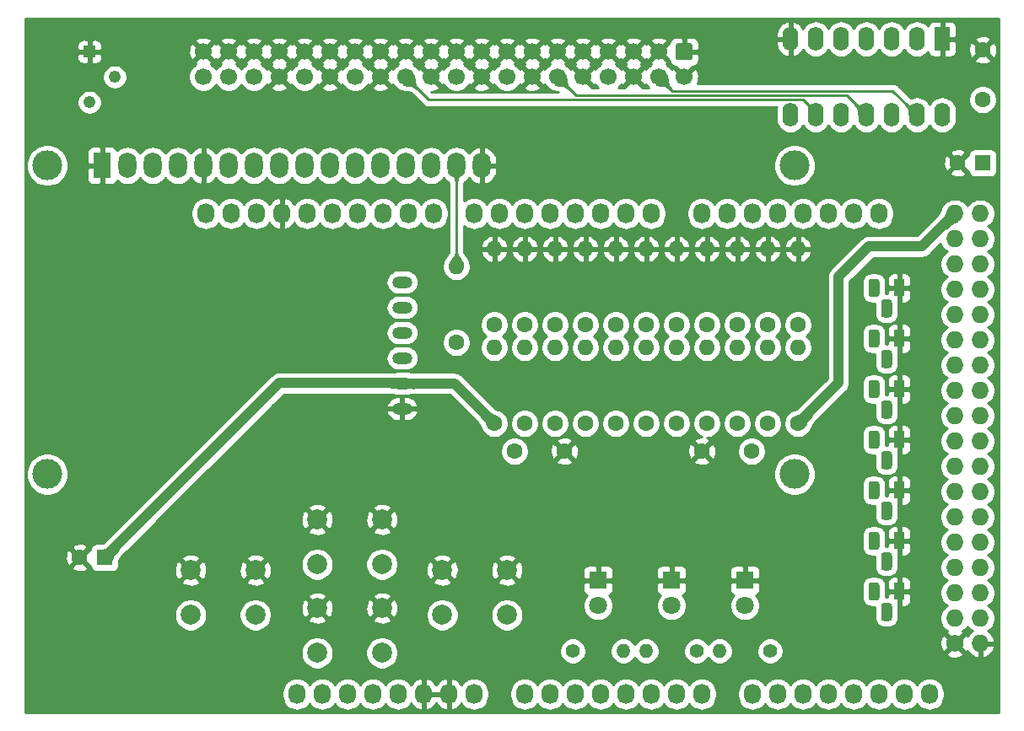
<source format=gbr>
%TF.GenerationSoftware,KiCad,Pcbnew,(5.1.9)-1*%
%TF.CreationDate,2022-05-22T22:27:41-05:00*%
%TF.ProjectId,rx02-emulator-mega-shield,72783032-2d65-46d7-956c-61746f722d6d,rev?*%
%TF.SameCoordinates,Original*%
%TF.FileFunction,Copper,L2,Bot*%
%TF.FilePolarity,Positive*%
%FSLAX46Y46*%
G04 Gerber Fmt 4.6, Leading zero omitted, Abs format (unit mm)*
G04 Created by KiCad (PCBNEW (5.1.9)-1) date 2022-05-22 22:27:41*
%MOMM*%
%LPD*%
G01*
G04 APERTURE LIST*
%TA.AperFunction,ComponentPad*%
%ADD10O,2.000000X1.200000*%
%TD*%
%TA.AperFunction,ComponentPad*%
%ADD11R,1.100000X1.800000*%
%TD*%
%TA.AperFunction,ComponentPad*%
%ADD12C,3.000000*%
%TD*%
%TA.AperFunction,ComponentPad*%
%ADD13O,1.800000X2.600000*%
%TD*%
%TA.AperFunction,ComponentPad*%
%ADD14R,1.800000X2.600000*%
%TD*%
%TA.AperFunction,ComponentPad*%
%ADD15O,1.600000X1.600000*%
%TD*%
%TA.AperFunction,ComponentPad*%
%ADD16C,1.600000*%
%TD*%
%TA.AperFunction,ComponentPad*%
%ADD17C,2.000000*%
%TD*%
%TA.AperFunction,ComponentPad*%
%ADD18O,1.400000X1.400000*%
%TD*%
%TA.AperFunction,ComponentPad*%
%ADD19C,1.400000*%
%TD*%
%TA.AperFunction,ComponentPad*%
%ADD20O,1.600000X2.400000*%
%TD*%
%TA.AperFunction,ComponentPad*%
%ADD21R,1.600000X2.400000*%
%TD*%
%TA.AperFunction,ComponentPad*%
%ADD22R,1.222000X1.222000*%
%TD*%
%TA.AperFunction,ComponentPad*%
%ADD23C,1.222000*%
%TD*%
%TA.AperFunction,ComponentPad*%
%ADD24C,1.700000*%
%TD*%
%TA.AperFunction,ComponentPad*%
%ADD25C,1.800000*%
%TD*%
%TA.AperFunction,ComponentPad*%
%ADD26R,1.800000X1.800000*%
%TD*%
%TA.AperFunction,ComponentPad*%
%ADD27R,1.600000X1.600000*%
%TD*%
%TA.AperFunction,ComponentPad*%
%ADD28C,1.727200*%
%TD*%
%TA.AperFunction,ComponentPad*%
%ADD29O,1.727200X1.727200*%
%TD*%
%TA.AperFunction,ComponentPad*%
%ADD30O,1.727200X2.032000*%
%TD*%
%TA.AperFunction,Conductor*%
%ADD31C,1.000000*%
%TD*%
%TA.AperFunction,Conductor*%
%ADD32C,0.250000*%
%TD*%
%TA.AperFunction,Conductor*%
%ADD33C,0.254000*%
%TD*%
%TA.AperFunction,Conductor*%
%ADD34C,0.100000*%
%TD*%
%TA.AperFunction,Conductor*%
%ADD35C,0.025400*%
%TD*%
G04 APERTURE END LIST*
D10*
%TO.P,MOD1,CS*%
%TO.N,/53(SS)*%
X141881200Y-77770800D03*
%TO.P,MOD1,SCK*%
%TO.N,/52(SCK)*%
X141881200Y-80310800D03*
%TO.P,MOD1,MOSI*%
%TO.N,/51(MOSI)*%
X141881200Y-82850800D03*
%TO.P,MOD1,MISO*%
%TO.N,/50(MISO)*%
X141881200Y-85390800D03*
%TO.P,MOD1,VCC5V*%
%TO.N,+5V*%
X141881200Y-87930800D03*
%TO.P,MOD1,GND*%
%TO.N,GND*%
X141881200Y-90470800D03*
%TD*%
D11*
%TO.P,Q7,1*%
%TO.N,GND*%
X191770000Y-78340000D03*
%TO.P,Q7,3*%
%TO.N,/RX_ERROR_L*%
%TA.AperFunction,ComponentPad*%
G36*
G01*
X189780000Y-77715000D02*
X189780000Y-78965000D01*
G75*
G02*
X189505000Y-79240000I-275000J0D01*
G01*
X188955000Y-79240000D01*
G75*
G02*
X188680000Y-78965000I0J275000D01*
G01*
X188680000Y-77715000D01*
G75*
G02*
X188955000Y-77440000I275000J0D01*
G01*
X189505000Y-77440000D01*
G75*
G02*
X189780000Y-77715000I0J-275000D01*
G01*
G37*
%TD.AperFunction*%
%TO.P,Q7,2*%
%TO.N,/36*%
%TA.AperFunction,ComponentPad*%
G36*
G01*
X191050000Y-79785000D02*
X191050000Y-81035000D01*
G75*
G02*
X190775000Y-81310000I-275000J0D01*
G01*
X190225000Y-81310000D01*
G75*
G02*
X189950000Y-81035000I0J275000D01*
G01*
X189950000Y-79785000D01*
G75*
G02*
X190225000Y-79510000I275000J0D01*
G01*
X190775000Y-79510000D01*
G75*
G02*
X191050000Y-79785000I0J-275000D01*
G01*
G37*
%TD.AperFunction*%
%TD*%
%TO.P,Q6,1*%
%TO.N,GND*%
X191770000Y-83420000D03*
%TO.P,Q6,3*%
%TO.N,/RX_XFER_RQST_L*%
%TA.AperFunction,ComponentPad*%
G36*
G01*
X189780000Y-82795000D02*
X189780000Y-84045000D01*
G75*
G02*
X189505000Y-84320000I-275000J0D01*
G01*
X188955000Y-84320000D01*
G75*
G02*
X188680000Y-84045000I0J275000D01*
G01*
X188680000Y-82795000D01*
G75*
G02*
X188955000Y-82520000I275000J0D01*
G01*
X189505000Y-82520000D01*
G75*
G02*
X189780000Y-82795000I0J-275000D01*
G01*
G37*
%TD.AperFunction*%
%TO.P,Q6,2*%
%TO.N,/38*%
%TA.AperFunction,ComponentPad*%
G36*
G01*
X191050000Y-84865000D02*
X191050000Y-86115000D01*
G75*
G02*
X190775000Y-86390000I-275000J0D01*
G01*
X190225000Y-86390000D01*
G75*
G02*
X189950000Y-86115000I0J275000D01*
G01*
X189950000Y-84865000D01*
G75*
G02*
X190225000Y-84590000I275000J0D01*
G01*
X190775000Y-84590000D01*
G75*
G02*
X191050000Y-84865000I0J-275000D01*
G01*
G37*
%TD.AperFunction*%
%TD*%
%TO.P,Q5,1*%
%TO.N,GND*%
X191770000Y-93580000D03*
%TO.P,Q5,3*%
%TO.N,/RX_DATA_L*%
%TA.AperFunction,ComponentPad*%
G36*
G01*
X189780000Y-92955000D02*
X189780000Y-94205000D01*
G75*
G02*
X189505000Y-94480000I-275000J0D01*
G01*
X188955000Y-94480000D01*
G75*
G02*
X188680000Y-94205000I0J275000D01*
G01*
X188680000Y-92955000D01*
G75*
G02*
X188955000Y-92680000I275000J0D01*
G01*
X189505000Y-92680000D01*
G75*
G02*
X189780000Y-92955000I0J-275000D01*
G01*
G37*
%TD.AperFunction*%
%TO.P,Q5,2*%
%TO.N,/42*%
%TA.AperFunction,ComponentPad*%
G36*
G01*
X191050000Y-95025000D02*
X191050000Y-96275000D01*
G75*
G02*
X190775000Y-96550000I-275000J0D01*
G01*
X190225000Y-96550000D01*
G75*
G02*
X189950000Y-96275000I0J275000D01*
G01*
X189950000Y-95025000D01*
G75*
G02*
X190225000Y-94750000I275000J0D01*
G01*
X190775000Y-94750000D01*
G75*
G02*
X191050000Y-95025000I0J-275000D01*
G01*
G37*
%TD.AperFunction*%
%TD*%
%TO.P,Q4,1*%
%TO.N,GND*%
X191770000Y-88500000D03*
%TO.P,Q4,3*%
%TO.N,/RX_DONE_L*%
%TA.AperFunction,ComponentPad*%
G36*
G01*
X189780000Y-87875000D02*
X189780000Y-89125000D01*
G75*
G02*
X189505000Y-89400000I-275000J0D01*
G01*
X188955000Y-89400000D01*
G75*
G02*
X188680000Y-89125000I0J275000D01*
G01*
X188680000Y-87875000D01*
G75*
G02*
X188955000Y-87600000I275000J0D01*
G01*
X189505000Y-87600000D01*
G75*
G02*
X189780000Y-87875000I0J-275000D01*
G01*
G37*
%TD.AperFunction*%
%TO.P,Q4,2*%
%TO.N,/40*%
%TA.AperFunction,ComponentPad*%
G36*
G01*
X191050000Y-89945000D02*
X191050000Y-91195000D01*
G75*
G02*
X190775000Y-91470000I-275000J0D01*
G01*
X190225000Y-91470000D01*
G75*
G02*
X189950000Y-91195000I0J275000D01*
G01*
X189950000Y-89945000D01*
G75*
G02*
X190225000Y-89670000I275000J0D01*
G01*
X190775000Y-89670000D01*
G75*
G02*
X191050000Y-89945000I0J-275000D01*
G01*
G37*
%TD.AperFunction*%
%TD*%
%TO.P,Q3,1*%
%TO.N,GND*%
X191770000Y-98660000D03*
%TO.P,Q3,3*%
%TO.N,/RX_SHIFT_L*%
%TA.AperFunction,ComponentPad*%
G36*
G01*
X189780000Y-98035000D02*
X189780000Y-99285000D01*
G75*
G02*
X189505000Y-99560000I-275000J0D01*
G01*
X188955000Y-99560000D01*
G75*
G02*
X188680000Y-99285000I0J275000D01*
G01*
X188680000Y-98035000D01*
G75*
G02*
X188955000Y-97760000I275000J0D01*
G01*
X189505000Y-97760000D01*
G75*
G02*
X189780000Y-98035000I0J-275000D01*
G01*
G37*
%TD.AperFunction*%
%TO.P,Q3,2*%
%TO.N,/44*%
%TA.AperFunction,ComponentPad*%
G36*
G01*
X191050000Y-100105000D02*
X191050000Y-101355000D01*
G75*
G02*
X190775000Y-101630000I-275000J0D01*
G01*
X190225000Y-101630000D01*
G75*
G02*
X189950000Y-101355000I0J275000D01*
G01*
X189950000Y-100105000D01*
G75*
G02*
X190225000Y-99830000I275000J0D01*
G01*
X190775000Y-99830000D01*
G75*
G02*
X191050000Y-100105000I0J-275000D01*
G01*
G37*
%TD.AperFunction*%
%TD*%
%TO.P,Q2,1*%
%TO.N,GND*%
X191770000Y-108820000D03*
%TO.P,Q2,3*%
%TO.N,/RX_AC_L*%
%TA.AperFunction,ComponentPad*%
G36*
G01*
X189780000Y-108195000D02*
X189780000Y-109445000D01*
G75*
G02*
X189505000Y-109720000I-275000J0D01*
G01*
X188955000Y-109720000D01*
G75*
G02*
X188680000Y-109445000I0J275000D01*
G01*
X188680000Y-108195000D01*
G75*
G02*
X188955000Y-107920000I275000J0D01*
G01*
X189505000Y-107920000D01*
G75*
G02*
X189780000Y-108195000I0J-275000D01*
G01*
G37*
%TD.AperFunction*%
%TO.P,Q2,2*%
%TO.N,/48*%
%TA.AperFunction,ComponentPad*%
G36*
G01*
X191050000Y-110265000D02*
X191050000Y-111515000D01*
G75*
G02*
X190775000Y-111790000I-275000J0D01*
G01*
X190225000Y-111790000D01*
G75*
G02*
X189950000Y-111515000I0J275000D01*
G01*
X189950000Y-110265000D01*
G75*
G02*
X190225000Y-109990000I275000J0D01*
G01*
X190775000Y-109990000D01*
G75*
G02*
X191050000Y-110265000I0J-275000D01*
G01*
G37*
%TD.AperFunction*%
%TD*%
%TO.P,Q1,1*%
%TO.N,GND*%
X191770000Y-103740000D03*
%TO.P,Q1,3*%
%TO.N,/RX_OUT_L*%
%TA.AperFunction,ComponentPad*%
G36*
G01*
X189780000Y-103115000D02*
X189780000Y-104365000D01*
G75*
G02*
X189505000Y-104640000I-275000J0D01*
G01*
X188955000Y-104640000D01*
G75*
G02*
X188680000Y-104365000I0J275000D01*
G01*
X188680000Y-103115000D01*
G75*
G02*
X188955000Y-102840000I275000J0D01*
G01*
X189505000Y-102840000D01*
G75*
G02*
X189780000Y-103115000I0J-275000D01*
G01*
G37*
%TD.AperFunction*%
%TO.P,Q1,2*%
%TO.N,/46*%
%TA.AperFunction,ComponentPad*%
G36*
G01*
X191050000Y-105185000D02*
X191050000Y-106435000D01*
G75*
G02*
X190775000Y-106710000I-275000J0D01*
G01*
X190225000Y-106710000D01*
G75*
G02*
X189950000Y-106435000I0J275000D01*
G01*
X189950000Y-105185000D01*
G75*
G02*
X190225000Y-104910000I275000J0D01*
G01*
X190775000Y-104910000D01*
G75*
G02*
X191050000Y-105185000I0J-275000D01*
G01*
G37*
%TD.AperFunction*%
%TD*%
D12*
%TO.P,DS1,*%
%TO.N,*%
X181260000Y-66040000D03*
X181259480Y-97040700D03*
X106260900Y-97040700D03*
X106260900Y-66040000D03*
D13*
%TO.P,DS1,16*%
%TO.N,GND*%
X149860000Y-66040000D03*
%TO.P,DS1,15*%
%TO.N,Net-(DS1-Pad15)*%
X147320000Y-66040000D03*
%TO.P,DS1,14*%
%TO.N,/7(\u002A\u002A)*%
X144780000Y-66040000D03*
%TO.P,DS1,13*%
%TO.N,/8(\u002A\u002A)*%
X142240000Y-66040000D03*
%TO.P,DS1,12*%
%TO.N,/9(\u002A\u002A)*%
X139700000Y-66040000D03*
%TO.P,DS1,11*%
%TO.N,/10(\u002A\u002A)*%
X137160000Y-66040000D03*
%TO.P,DS1,10*%
%TO.N,Net-(DS1-Pad10)*%
X134620000Y-66040000D03*
%TO.P,DS1,9*%
%TO.N,Net-(DS1-Pad9)*%
X132080000Y-66040000D03*
%TO.P,DS1,8*%
%TO.N,Net-(DS1-Pad8)*%
X129540000Y-66040000D03*
%TO.P,DS1,7*%
%TO.N,Net-(DS1-Pad7)*%
X127000000Y-66040000D03*
%TO.P,DS1,6*%
%TO.N,/11(\u002A\u002A)*%
X124460000Y-66040000D03*
%TO.P,DS1,5*%
%TO.N,GND*%
X121920000Y-66040000D03*
%TO.P,DS1,4*%
%TO.N,/12(\u002A\u002A)*%
X119380000Y-66040000D03*
%TO.P,DS1,3*%
%TO.N,Net-(DS1-Pad3)*%
X116840000Y-66040000D03*
%TO.P,DS1,2*%
%TO.N,+5V*%
X114300000Y-66040000D03*
D14*
%TO.P,DS1,1*%
%TO.N,GND*%
X111760000Y-66040000D03*
%TD*%
D15*
%TO.P,R23,2*%
%TO.N,/RX_RUN_L*%
X181610000Y-84328000D03*
D16*
%TO.P,R23,1*%
%TO.N,+5V*%
X181610000Y-91948000D03*
%TD*%
D15*
%TO.P,R20,2*%
%TO.N,/RX_ERROR_L*%
X178562000Y-84328000D03*
D16*
%TO.P,R20,1*%
%TO.N,+5V*%
X178562000Y-91948000D03*
%TD*%
D15*
%TO.P,R18,2*%
%TO.N,/RX_INIT_L*%
X175514000Y-84328000D03*
D16*
%TO.P,R18,1*%
%TO.N,+5V*%
X175514000Y-91948000D03*
%TD*%
D15*
%TO.P,R16,2*%
%TO.N,/RX_XFER_RQST_L*%
X172466000Y-84328000D03*
D16*
%TO.P,R16,1*%
%TO.N,+5V*%
X172466000Y-91948000D03*
%TD*%
D15*
%TO.P,R14,2*%
%TO.N,/RX_DONE_L*%
X169418000Y-84328000D03*
D16*
%TO.P,R14,1*%
%TO.N,+5V*%
X169418000Y-91948000D03*
%TD*%
D15*
%TO.P,R12,2*%
%TO.N,/RX_DATA_L*%
X166370000Y-84328000D03*
D16*
%TO.P,R12,1*%
%TO.N,+5V*%
X166370000Y-91948000D03*
%TD*%
D15*
%TO.P,R10,2*%
%TO.N,/RX_12BIT_L*%
X163322000Y-84328000D03*
D16*
%TO.P,R10,1*%
%TO.N,+5V*%
X163322000Y-91948000D03*
%TD*%
D15*
%TO.P,R8,2*%
%TO.N,/RX_SHIFT_L*%
X160274000Y-84328000D03*
D16*
%TO.P,R8,1*%
%TO.N,+5V*%
X160274000Y-91948000D03*
%TD*%
D15*
%TO.P,R6,2*%
%TO.N,/RX_OUT_L*%
X157226000Y-84328000D03*
D16*
%TO.P,R6,1*%
%TO.N,+5V*%
X157226000Y-91948000D03*
%TD*%
D15*
%TO.P,R4,2*%
%TO.N,/RX_AC_L*%
X154178000Y-84328000D03*
D16*
%TO.P,R4,1*%
%TO.N,+5V*%
X154178000Y-91948000D03*
%TD*%
D15*
%TO.P,R2,2*%
%TO.N,/RX_DMA_MODE_H*%
X151130000Y-84328000D03*
D16*
%TO.P,R2,1*%
%TO.N,+5V*%
X151130000Y-91948000D03*
%TD*%
D15*
%TO.P,R22,2*%
%TO.N,GND*%
X181610000Y-74422000D03*
D16*
%TO.P,R22,1*%
%TO.N,/RX_RUN_L*%
X181610000Y-82042000D03*
%TD*%
D15*
%TO.P,R19,2*%
%TO.N,GND*%
X178562000Y-74422000D03*
D16*
%TO.P,R19,1*%
%TO.N,/RX_ERROR_L*%
X178562000Y-82042000D03*
%TD*%
D15*
%TO.P,R17,2*%
%TO.N,GND*%
X175514000Y-74422000D03*
D16*
%TO.P,R17,1*%
%TO.N,/RX_INIT_L*%
X175514000Y-82042000D03*
%TD*%
D15*
%TO.P,R15,2*%
%TO.N,GND*%
X172466000Y-74422000D03*
D16*
%TO.P,R15,1*%
%TO.N,/RX_XFER_RQST_L*%
X172466000Y-82042000D03*
%TD*%
D15*
%TO.P,R13,2*%
%TO.N,GND*%
X169418000Y-74422000D03*
D16*
%TO.P,R13,1*%
%TO.N,/RX_DONE_L*%
X169418000Y-82042000D03*
%TD*%
D15*
%TO.P,R11,2*%
%TO.N,GND*%
X166370000Y-74422000D03*
D16*
%TO.P,R11,1*%
%TO.N,/RX_DATA_L*%
X166370000Y-82042000D03*
%TD*%
D15*
%TO.P,R9,2*%
%TO.N,GND*%
X163322000Y-74422000D03*
D16*
%TO.P,R9,1*%
%TO.N,/RX_12BIT_L*%
X163322000Y-82042000D03*
%TD*%
D15*
%TO.P,R7,2*%
%TO.N,GND*%
X160274000Y-74422000D03*
D16*
%TO.P,R7,1*%
%TO.N,/RX_SHIFT_L*%
X160274000Y-82042000D03*
%TD*%
D15*
%TO.P,R5,2*%
%TO.N,GND*%
X157226000Y-74422000D03*
D16*
%TO.P,R5,1*%
%TO.N,/RX_OUT_L*%
X157226000Y-82042000D03*
%TD*%
D15*
%TO.P,R3,2*%
%TO.N,GND*%
X154178000Y-74422000D03*
D16*
%TO.P,R3,1*%
%TO.N,/RX_AC_L*%
X154178000Y-82042000D03*
%TD*%
D15*
%TO.P,R1,2*%
%TO.N,GND*%
X151130000Y-74422000D03*
D16*
%TO.P,R1,1*%
%TO.N,/RX_DMA_MODE_H*%
X151130000Y-82042000D03*
%TD*%
D15*
%TO.P,R21,2*%
%TO.N,Net-(DS1-Pad15)*%
X147320000Y-76200000D03*
D16*
%TO.P,R21,1*%
%TO.N,+5V*%
X147320000Y-83820000D03*
%TD*%
D17*
%TO.P,SW2,1*%
%TO.N,GND*%
X139850000Y-110490000D03*
%TO.P,SW2,2*%
%TO.N,/A0*%
X139850000Y-114990000D03*
%TO.P,SW2,1*%
%TO.N,GND*%
X133350000Y-110490000D03*
%TO.P,SW2,2*%
%TO.N,/A0*%
X133350000Y-114990000D03*
%TD*%
D18*
%TO.P,R25,2*%
%TO.N,/A5*%
X166370000Y-114808000D03*
D19*
%TO.P,R25,1*%
%TO.N,Net-(D2-Pad2)*%
X171450000Y-114808000D03*
%TD*%
D20*
%TO.P,U1,14*%
%TO.N,+5V*%
X196088000Y-60960000D03*
%TO.P,U1,7*%
%TO.N,GND*%
X180848000Y-53340000D03*
%TO.P,U1,13*%
%TO.N,/RX_RUN_L*%
X193548000Y-60960000D03*
%TO.P,U1,6*%
%TO.N,/28*%
X183388000Y-53340000D03*
%TO.P,U1,12*%
%TO.N,/22*%
X191008000Y-60960000D03*
%TO.P,U1,5*%
%TO.N,/RX_12BIT_L*%
X185928000Y-53340000D03*
%TO.P,U1,11*%
%TO.N,/RX_INIT_L*%
X188468000Y-60960000D03*
%TO.P,U1,4*%
%TO.N,/24*%
X188468000Y-53340000D03*
%TO.P,U1,10*%
%TO.N,/26*%
X185928000Y-60960000D03*
%TO.P,U1,3*%
%TO.N,/RX_DMA_MODE_H*%
X191008000Y-53340000D03*
%TO.P,U1,9*%
%TO.N,/RX_DATA_L*%
X183388000Y-60960000D03*
%TO.P,U1,2*%
%TO.N,Net-(U1-Pad2)*%
X193548000Y-53340000D03*
%TO.P,U1,8*%
%TO.N,/30*%
X180848000Y-60960000D03*
D21*
%TO.P,U1,1*%
%TO.N,GND*%
X196088000Y-53340000D03*
%TD*%
D17*
%TO.P,SW4,1*%
%TO.N,GND*%
X152400000Y-106680000D03*
%TO.P,SW4,2*%
%TO.N,/A3*%
X152400000Y-111180000D03*
%TO.P,SW4,1*%
%TO.N,GND*%
X145900000Y-106680000D03*
%TO.P,SW4,2*%
%TO.N,/A3*%
X145900000Y-111180000D03*
%TD*%
%TO.P,SW3,1*%
%TO.N,GND*%
X139850000Y-101600000D03*
%TO.P,SW3,2*%
%TO.N,/A2*%
X139850000Y-106100000D03*
%TO.P,SW3,1*%
%TO.N,GND*%
X133350000Y-101600000D03*
%TO.P,SW3,2*%
%TO.N,/A2*%
X133350000Y-106100000D03*
%TD*%
%TO.P,SW1,1*%
%TO.N,GND*%
X127150000Y-106680000D03*
%TO.P,SW1,2*%
%TO.N,/A1*%
X127150000Y-111180000D03*
%TO.P,SW1,1*%
%TO.N,GND*%
X120650000Y-106680000D03*
%TO.P,SW1,2*%
%TO.N,/A1*%
X120650000Y-111180000D03*
%TD*%
D22*
%TO.P,RV1,1*%
%TO.N,GND*%
X110490000Y-54610000D03*
D23*
%TO.P,RV1,2*%
%TO.N,Net-(DS1-Pad3)*%
X113030000Y-57150000D03*
%TO.P,RV1,3*%
%TO.N,+5V*%
X110490000Y-59690000D03*
%TD*%
D18*
%TO.P,R26,2*%
%TO.N,/A6*%
X173736000Y-114808000D03*
D19*
%TO.P,R26,1*%
%TO.N,Net-(D3-Pad2)*%
X178816000Y-114808000D03*
%TD*%
D18*
%TO.P,R24,2*%
%TO.N,/A4*%
X164084000Y-114808000D03*
D19*
%TO.P,R24,1*%
%TO.N,Net-(D1-Pad2)*%
X159004000Y-114808000D03*
%TD*%
D24*
%TO.P,J1,40*%
%TO.N,/RX_DMA_MODE_H*%
X121920000Y-57150000D03*
%TO.P,J1,38*%
%TO.N,/RX_AC_L*%
X124460000Y-57150000D03*
%TO.P,J1,36*%
%TO.N,/RX_OUT_L*%
X127000000Y-57150000D03*
%TO.P,J1,34*%
%TO.N,GND*%
X129540000Y-57150000D03*
%TO.P,J1,32*%
%TO.N,/RX_SHIFT_L*%
X132080000Y-57150000D03*
%TO.P,J1,30*%
%TO.N,GND*%
X134620000Y-57150000D03*
%TO.P,J1,28*%
%TO.N,/RX_12BIT_L*%
X137160000Y-57150000D03*
%TO.P,J1,26*%
%TO.N,GND*%
X139700000Y-57150000D03*
%TO.P,J1,24*%
%TO.N,/RX_DATA_L*%
X142240000Y-57150000D03*
%TO.P,J1,22*%
%TO.N,GND*%
X144780000Y-57150000D03*
%TO.P,J1,20*%
%TO.N,/RX_DONE_L*%
X147320000Y-57150000D03*
%TO.P,J1,18*%
%TO.N,GND*%
X149860000Y-57150000D03*
%TO.P,J1,16*%
%TO.N,/RX_XFER_RQST_L*%
X152400000Y-57150000D03*
%TO.P,J1,14*%
%TO.N,GND*%
X154940000Y-57150000D03*
%TO.P,J1,12*%
%TO.N,/RX_INIT_L*%
X157480000Y-57150000D03*
%TO.P,J1,10*%
%TO.N,GND*%
X160020000Y-57150000D03*
%TO.P,J1,8*%
%TO.N,/RX_ERROR_L*%
X162560000Y-57150000D03*
%TO.P,J1,6*%
%TO.N,GND*%
X165100000Y-57150000D03*
%TO.P,J1,4*%
%TO.N,/RX_RUN_L*%
X167640000Y-57150000D03*
%TO.P,J1,2*%
%TO.N,GND*%
X170180000Y-57150000D03*
%TO.P,J1,39*%
X121920000Y-54610000D03*
%TO.P,J1,37*%
X124460000Y-54610000D03*
%TO.P,J1,35*%
X127000000Y-54610000D03*
%TO.P,J1,33*%
X129540000Y-54610000D03*
%TO.P,J1,31*%
X132080000Y-54610000D03*
%TO.P,J1,29*%
X134620000Y-54610000D03*
%TO.P,J1,27*%
X137160000Y-54610000D03*
%TO.P,J1,25*%
X139700000Y-54610000D03*
%TO.P,J1,23*%
X142240000Y-54610000D03*
%TO.P,J1,21*%
X144780000Y-54610000D03*
%TO.P,J1,19*%
X147320000Y-54610000D03*
%TO.P,J1,17*%
X149860000Y-54610000D03*
%TO.P,J1,15*%
X152400000Y-54610000D03*
%TO.P,J1,13*%
X154940000Y-54610000D03*
%TO.P,J1,11*%
X157480000Y-54610000D03*
%TO.P,J1,9*%
X160020000Y-54610000D03*
%TO.P,J1,7*%
X162560000Y-54610000D03*
%TO.P,J1,5*%
X165100000Y-54610000D03*
%TO.P,J1,3*%
X167640000Y-54610000D03*
%TO.P,J1,1*%
%TA.AperFunction,ComponentPad*%
G36*
G01*
X169580000Y-53760000D02*
X170780000Y-53760000D01*
G75*
G02*
X171030000Y-54010000I0J-250000D01*
G01*
X171030000Y-55210000D01*
G75*
G02*
X170780000Y-55460000I-250000J0D01*
G01*
X169580000Y-55460000D01*
G75*
G02*
X169330000Y-55210000I0J250000D01*
G01*
X169330000Y-54010000D01*
G75*
G02*
X169580000Y-53760000I250000J0D01*
G01*
G37*
%TD.AperFunction*%
%TD*%
D25*
%TO.P,D3,2*%
%TO.N,Net-(D3-Pad2)*%
X176276000Y-110236000D03*
D26*
%TO.P,D3,1*%
%TO.N,GND*%
X176276000Y-107696000D03*
%TD*%
D25*
%TO.P,D2,2*%
%TO.N,Net-(D2-Pad2)*%
X168910000Y-110236000D03*
D26*
%TO.P,D2,1*%
%TO.N,GND*%
X168910000Y-107696000D03*
%TD*%
D25*
%TO.P,D1,2*%
%TO.N,Net-(D1-Pad2)*%
X161544000Y-110236000D03*
D26*
%TO.P,D1,1*%
%TO.N,GND*%
X161544000Y-107696000D03*
%TD*%
D16*
%TO.P,C5,2*%
%TO.N,GND*%
X158162000Y-94742000D03*
%TO.P,C5,1*%
%TO.N,+5V*%
X153162000Y-94742000D03*
%TD*%
%TO.P,C4,2*%
%TO.N,GND*%
X200152000Y-54436000D03*
%TO.P,C4,1*%
%TO.N,+5V*%
X200152000Y-59436000D03*
%TD*%
%TO.P,C3,2*%
%TO.N,GND*%
X171958000Y-94742000D03*
%TO.P,C3,1*%
%TO.N,+5V*%
X176958000Y-94742000D03*
%TD*%
%TO.P,C2,2*%
%TO.N,GND*%
X197652000Y-65786000D03*
D27*
%TO.P,C2,1*%
%TO.N,+5V*%
X200152000Y-65786000D03*
%TD*%
D16*
%TO.P,C1,2*%
%TO.N,GND*%
X109514000Y-105410000D03*
D27*
%TO.P,C1,1*%
%TO.N,+5V*%
X112014000Y-105410000D03*
%TD*%
D28*
%TO.P,P1,1*%
%TO.N,GND*%
X197358000Y-114046000D03*
D29*
%TO.P,P1,2*%
X199898000Y-114046000D03*
%TO.P,P1,3*%
%TO.N,/52(SCK)*%
X197358000Y-111506000D03*
%TO.P,P1,4*%
%TO.N,/53(SS)*%
X199898000Y-111506000D03*
%TO.P,P1,5*%
%TO.N,/50(MISO)*%
X197358000Y-108966000D03*
%TO.P,P1,6*%
%TO.N,/51(MOSI)*%
X199898000Y-108966000D03*
%TO.P,P1,7*%
%TO.N,/48*%
X197358000Y-106426000D03*
%TO.P,P1,8*%
%TO.N,/49*%
X199898000Y-106426000D03*
%TO.P,P1,9*%
%TO.N,/46*%
X197358000Y-103886000D03*
%TO.P,P1,10*%
%TO.N,/47*%
X199898000Y-103886000D03*
%TO.P,P1,11*%
%TO.N,/44*%
X197358000Y-101346000D03*
%TO.P,P1,12*%
%TO.N,/45*%
X199898000Y-101346000D03*
%TO.P,P1,13*%
%TO.N,/42*%
X197358000Y-98806000D03*
%TO.P,P1,14*%
%TO.N,/43*%
X199898000Y-98806000D03*
%TO.P,P1,15*%
%TO.N,/40*%
X197358000Y-96266000D03*
%TO.P,P1,16*%
%TO.N,/41*%
X199898000Y-96266000D03*
%TO.P,P1,17*%
%TO.N,/38*%
X197358000Y-93726000D03*
%TO.P,P1,18*%
%TO.N,/39*%
X199898000Y-93726000D03*
%TO.P,P1,19*%
%TO.N,/36*%
X197358000Y-91186000D03*
%TO.P,P1,20*%
%TO.N,/37*%
X199898000Y-91186000D03*
%TO.P,P1,21*%
%TO.N,/34*%
X197358000Y-88646000D03*
%TO.P,P1,22*%
%TO.N,/35*%
X199898000Y-88646000D03*
%TO.P,P1,23*%
%TO.N,/32*%
X197358000Y-86106000D03*
%TO.P,P1,24*%
%TO.N,/33*%
X199898000Y-86106000D03*
%TO.P,P1,25*%
%TO.N,/30*%
X197358000Y-83566000D03*
%TO.P,P1,26*%
%TO.N,/31*%
X199898000Y-83566000D03*
%TO.P,P1,27*%
%TO.N,/28*%
X197358000Y-81026000D03*
%TO.P,P1,28*%
%TO.N,/29*%
X199898000Y-81026000D03*
%TO.P,P1,29*%
%TO.N,/26*%
X197358000Y-78486000D03*
%TO.P,P1,30*%
%TO.N,/27*%
X199898000Y-78486000D03*
%TO.P,P1,31*%
%TO.N,/24*%
X197358000Y-75946000D03*
%TO.P,P1,32*%
%TO.N,/25*%
X199898000Y-75946000D03*
%TO.P,P1,33*%
%TO.N,/22*%
X197358000Y-73406000D03*
%TO.P,P1,34*%
%TO.N,/23*%
X199898000Y-73406000D03*
%TO.P,P1,35*%
%TO.N,+5V*%
X197358000Y-70866000D03*
%TO.P,P1,36*%
X199898000Y-70866000D03*
%TD*%
D30*
%TO.P,P2,1*%
%TO.N,Net-(P2-Pad1)*%
X131318000Y-119126000D03*
%TO.P,P2,2*%
%TO.N,/IOREF*%
X133858000Y-119126000D03*
%TO.P,P2,3*%
%TO.N,/Reset*%
X136398000Y-119126000D03*
%TO.P,P2,4*%
%TO.N,+3V3*%
X138938000Y-119126000D03*
%TO.P,P2,5*%
%TO.N,+5V*%
X141478000Y-119126000D03*
%TO.P,P2,6*%
%TO.N,GND*%
X144018000Y-119126000D03*
%TO.P,P2,7*%
X146558000Y-119126000D03*
%TO.P,P2,8*%
%TO.N,/Vin*%
X149098000Y-119126000D03*
%TD*%
%TO.P,P3,1*%
%TO.N,/A0*%
X154178000Y-119126000D03*
%TO.P,P3,2*%
%TO.N,/A1*%
X156718000Y-119126000D03*
%TO.P,P3,3*%
%TO.N,/A2*%
X159258000Y-119126000D03*
%TO.P,P3,4*%
%TO.N,/A3*%
X161798000Y-119126000D03*
%TO.P,P3,5*%
%TO.N,/A4*%
X164338000Y-119126000D03*
%TO.P,P3,6*%
%TO.N,/A5*%
X166878000Y-119126000D03*
%TO.P,P3,7*%
%TO.N,/A6*%
X169418000Y-119126000D03*
%TO.P,P3,8*%
%TO.N,/A7*%
X171958000Y-119126000D03*
%TD*%
%TO.P,P4,1*%
%TO.N,/A8*%
X177038000Y-119126000D03*
%TO.P,P4,2*%
%TO.N,/A9*%
X179578000Y-119126000D03*
%TO.P,P4,3*%
%TO.N,/A10*%
X182118000Y-119126000D03*
%TO.P,P4,4*%
%TO.N,/A11*%
X184658000Y-119126000D03*
%TO.P,P4,5*%
%TO.N,/A12*%
X187198000Y-119126000D03*
%TO.P,P4,6*%
%TO.N,/A13*%
X189738000Y-119126000D03*
%TO.P,P4,7*%
%TO.N,/A14*%
X192278000Y-119126000D03*
%TO.P,P4,8*%
%TO.N,/A15*%
X194818000Y-119126000D03*
%TD*%
%TO.P,P5,1*%
%TO.N,/SCL*%
X122174000Y-70866000D03*
%TO.P,P5,2*%
%TO.N,/SDA*%
X124714000Y-70866000D03*
%TO.P,P5,3*%
%TO.N,/AREF*%
X127254000Y-70866000D03*
%TO.P,P5,4*%
%TO.N,GND*%
X129794000Y-70866000D03*
%TO.P,P5,5*%
%TO.N,/13(\u002A\u002A)*%
X132334000Y-70866000D03*
%TO.P,P5,6*%
%TO.N,/12(\u002A\u002A)*%
X134874000Y-70866000D03*
%TO.P,P5,7*%
%TO.N,/11(\u002A\u002A)*%
X137414000Y-70866000D03*
%TO.P,P5,8*%
%TO.N,/10(\u002A\u002A)*%
X139954000Y-70866000D03*
%TO.P,P5,9*%
%TO.N,/9(\u002A\u002A)*%
X142494000Y-70866000D03*
%TO.P,P5,10*%
%TO.N,/8(\u002A\u002A)*%
X145034000Y-70866000D03*
%TD*%
%TO.P,P6,1*%
%TO.N,/7(\u002A\u002A)*%
X149098000Y-70866000D03*
%TO.P,P6,2*%
%TO.N,/6(\u002A\u002A)*%
X151638000Y-70866000D03*
%TO.P,P6,3*%
%TO.N,/5(\u002A\u002A)*%
X154178000Y-70866000D03*
%TO.P,P6,4*%
%TO.N,/4(\u002A\u002A)*%
X156718000Y-70866000D03*
%TO.P,P6,5*%
%TO.N,/3(\u002A\u002A)*%
X159258000Y-70866000D03*
%TO.P,P6,6*%
%TO.N,/2(\u002A\u002A)*%
X161798000Y-70866000D03*
%TO.P,P6,7*%
%TO.N,/1(Tx0)*%
X164338000Y-70866000D03*
%TO.P,P6,8*%
%TO.N,/0(Rx0)*%
X166878000Y-70866000D03*
%TD*%
%TO.P,P7,1*%
%TO.N,/14(Tx3)*%
X171958000Y-70866000D03*
%TO.P,P7,2*%
%TO.N,/15(Rx3)*%
X174498000Y-70866000D03*
%TO.P,P7,3*%
%TO.N,/16(Tx2)*%
X177038000Y-70866000D03*
%TO.P,P7,4*%
%TO.N,/17(Rx2)*%
X179578000Y-70866000D03*
%TO.P,P7,5*%
%TO.N,/18(Tx1)*%
X182118000Y-70866000D03*
%TO.P,P7,6*%
%TO.N,/19(Rx1)*%
X184658000Y-70866000D03*
%TO.P,P7,7*%
%TO.N,/20(SDA)*%
X187198000Y-70866000D03*
%TO.P,P7,8*%
%TO.N,/21(SCL)*%
X189738000Y-70866000D03*
%TD*%
D31*
%TO.N,+5V*%
X112014000Y-105410000D02*
X129544000Y-87880000D01*
X185674000Y-87884000D02*
X181610000Y-91948000D01*
X185674000Y-77216000D02*
X185674000Y-87884000D01*
X188722000Y-74168000D02*
X185674000Y-77216000D01*
X194056000Y-74168000D02*
X188722000Y-74168000D01*
X197358000Y-70866000D02*
X194056000Y-74168000D01*
X141830400Y-87880000D02*
X141881200Y-87930800D01*
X129544000Y-87880000D02*
X141830400Y-87880000D01*
X147112800Y-87930800D02*
X151130000Y-91948000D01*
X141881200Y-87930800D02*
X147112800Y-87930800D01*
D32*
%TO.N,/9(\u002A\u002A)*%
X139700000Y-66040000D02*
X140208000Y-65532000D01*
%TO.N,/7(\u002A\u002A)*%
X144780000Y-66040000D02*
X144780000Y-65786000D01*
%TO.N,Net-(DS1-Pad15)*%
X147320000Y-76200000D02*
X147320000Y-66040000D01*
%TO.N,/RX_DATA_L*%
X183388000Y-60960000D02*
X183642000Y-60960000D01*
X144524990Y-59434990D02*
X142240000Y-57150000D01*
X182116990Y-59434990D02*
X144524990Y-59434990D01*
X183642000Y-60960000D02*
X182116990Y-59434990D01*
%TO.N,/RX_INIT_L*%
X159314979Y-58984979D02*
X157480000Y-57150000D01*
X186492979Y-58984979D02*
X159314979Y-58984979D01*
X188468000Y-60960000D02*
X186492979Y-58984979D01*
%TO.N,/RX_RUN_L*%
X169024959Y-58534959D02*
X167640000Y-57150000D01*
X191122958Y-58534959D02*
X169024959Y-58534959D01*
X193548000Y-60960000D02*
X191122958Y-58534959D01*
%TD*%
D33*
%TO.N,GND*%
X201728000Y-120956000D02*
X104088000Y-120956000D01*
X104088000Y-118899982D01*
X129819400Y-118899982D01*
X129819400Y-119352019D01*
X129841084Y-119572177D01*
X129926775Y-119854664D01*
X130065931Y-120115006D01*
X130253203Y-120343197D01*
X130481395Y-120530469D01*
X130741737Y-120669625D01*
X131024224Y-120755316D01*
X131318000Y-120784251D01*
X131611777Y-120755316D01*
X131894264Y-120669625D01*
X132154606Y-120530469D01*
X132382797Y-120343197D01*
X132570069Y-120115006D01*
X132588000Y-120081459D01*
X132605931Y-120115006D01*
X132793203Y-120343197D01*
X133021395Y-120530469D01*
X133281737Y-120669625D01*
X133564224Y-120755316D01*
X133858000Y-120784251D01*
X134151777Y-120755316D01*
X134434264Y-120669625D01*
X134694606Y-120530469D01*
X134922797Y-120343197D01*
X135110069Y-120115006D01*
X135128000Y-120081459D01*
X135145931Y-120115006D01*
X135333203Y-120343197D01*
X135561395Y-120530469D01*
X135821737Y-120669625D01*
X136104224Y-120755316D01*
X136398000Y-120784251D01*
X136691777Y-120755316D01*
X136974264Y-120669625D01*
X137234606Y-120530469D01*
X137462797Y-120343197D01*
X137650069Y-120115006D01*
X137668000Y-120081459D01*
X137685931Y-120115006D01*
X137873203Y-120343197D01*
X138101395Y-120530469D01*
X138361737Y-120669625D01*
X138644224Y-120755316D01*
X138938000Y-120784251D01*
X139231777Y-120755316D01*
X139514264Y-120669625D01*
X139774606Y-120530469D01*
X140002797Y-120343197D01*
X140190069Y-120115006D01*
X140208000Y-120081459D01*
X140225931Y-120115006D01*
X140413203Y-120343197D01*
X140641395Y-120530469D01*
X140901737Y-120669625D01*
X141184224Y-120755316D01*
X141478000Y-120784251D01*
X141771777Y-120755316D01*
X142054264Y-120669625D01*
X142314606Y-120530469D01*
X142542797Y-120343197D01*
X142730069Y-120115006D01*
X142751424Y-120075053D01*
X142899514Y-120277729D01*
X143115965Y-120476733D01*
X143367081Y-120629686D01*
X143643211Y-120730709D01*
X143658974Y-120733358D01*
X143891000Y-120612217D01*
X143891000Y-119253000D01*
X144145000Y-119253000D01*
X144145000Y-120612217D01*
X144377026Y-120733358D01*
X144392789Y-120730709D01*
X144668919Y-120629686D01*
X144920035Y-120476733D01*
X145136486Y-120277729D01*
X145288000Y-120070367D01*
X145439514Y-120277729D01*
X145655965Y-120476733D01*
X145907081Y-120629686D01*
X146183211Y-120730709D01*
X146198974Y-120733358D01*
X146431000Y-120612217D01*
X146431000Y-119253000D01*
X144145000Y-119253000D01*
X143891000Y-119253000D01*
X143871000Y-119253000D01*
X143871000Y-118999000D01*
X143891000Y-118999000D01*
X143891000Y-117639783D01*
X144145000Y-117639783D01*
X144145000Y-118999000D01*
X146431000Y-118999000D01*
X146431000Y-117639783D01*
X146685000Y-117639783D01*
X146685000Y-118999000D01*
X146705000Y-118999000D01*
X146705000Y-119253000D01*
X146685000Y-119253000D01*
X146685000Y-120612217D01*
X146917026Y-120733358D01*
X146932789Y-120730709D01*
X147208919Y-120629686D01*
X147460035Y-120476733D01*
X147676486Y-120277729D01*
X147824576Y-120075053D01*
X147845931Y-120115006D01*
X148033203Y-120343197D01*
X148261395Y-120530469D01*
X148521737Y-120669625D01*
X148804224Y-120755316D01*
X149098000Y-120784251D01*
X149391777Y-120755316D01*
X149674264Y-120669625D01*
X149934606Y-120530469D01*
X150162797Y-120343197D01*
X150350069Y-120115006D01*
X150489225Y-119854663D01*
X150574916Y-119572176D01*
X150596600Y-119352018D01*
X150596600Y-118899982D01*
X152679400Y-118899982D01*
X152679400Y-119352019D01*
X152701084Y-119572177D01*
X152786775Y-119854664D01*
X152925931Y-120115006D01*
X153113203Y-120343197D01*
X153341395Y-120530469D01*
X153601737Y-120669625D01*
X153884224Y-120755316D01*
X154178000Y-120784251D01*
X154471777Y-120755316D01*
X154754264Y-120669625D01*
X155014606Y-120530469D01*
X155242797Y-120343197D01*
X155430069Y-120115006D01*
X155448000Y-120081459D01*
X155465931Y-120115006D01*
X155653203Y-120343197D01*
X155881395Y-120530469D01*
X156141737Y-120669625D01*
X156424224Y-120755316D01*
X156718000Y-120784251D01*
X157011777Y-120755316D01*
X157294264Y-120669625D01*
X157554606Y-120530469D01*
X157782797Y-120343197D01*
X157970069Y-120115006D01*
X157988000Y-120081459D01*
X158005931Y-120115006D01*
X158193203Y-120343197D01*
X158421395Y-120530469D01*
X158681737Y-120669625D01*
X158964224Y-120755316D01*
X159258000Y-120784251D01*
X159551777Y-120755316D01*
X159834264Y-120669625D01*
X160094606Y-120530469D01*
X160322797Y-120343197D01*
X160510069Y-120115006D01*
X160528000Y-120081459D01*
X160545931Y-120115006D01*
X160733203Y-120343197D01*
X160961395Y-120530469D01*
X161221737Y-120669625D01*
X161504224Y-120755316D01*
X161798000Y-120784251D01*
X162091777Y-120755316D01*
X162374264Y-120669625D01*
X162634606Y-120530469D01*
X162862797Y-120343197D01*
X163050069Y-120115006D01*
X163068000Y-120081459D01*
X163085931Y-120115006D01*
X163273203Y-120343197D01*
X163501395Y-120530469D01*
X163761737Y-120669625D01*
X164044224Y-120755316D01*
X164338000Y-120784251D01*
X164631777Y-120755316D01*
X164914264Y-120669625D01*
X165174606Y-120530469D01*
X165402797Y-120343197D01*
X165590069Y-120115006D01*
X165608000Y-120081459D01*
X165625931Y-120115006D01*
X165813203Y-120343197D01*
X166041395Y-120530469D01*
X166301737Y-120669625D01*
X166584224Y-120755316D01*
X166878000Y-120784251D01*
X167171777Y-120755316D01*
X167454264Y-120669625D01*
X167714606Y-120530469D01*
X167942797Y-120343197D01*
X168130069Y-120115006D01*
X168148000Y-120081459D01*
X168165931Y-120115006D01*
X168353203Y-120343197D01*
X168581395Y-120530469D01*
X168841737Y-120669625D01*
X169124224Y-120755316D01*
X169418000Y-120784251D01*
X169711777Y-120755316D01*
X169994264Y-120669625D01*
X170254606Y-120530469D01*
X170482797Y-120343197D01*
X170670069Y-120115006D01*
X170688000Y-120081459D01*
X170705931Y-120115006D01*
X170893203Y-120343197D01*
X171121395Y-120530469D01*
X171381737Y-120669625D01*
X171664224Y-120755316D01*
X171958000Y-120784251D01*
X172251777Y-120755316D01*
X172534264Y-120669625D01*
X172794606Y-120530469D01*
X173022797Y-120343197D01*
X173210069Y-120115006D01*
X173349225Y-119854663D01*
X173434916Y-119572176D01*
X173456600Y-119352018D01*
X173456600Y-118899982D01*
X175539400Y-118899982D01*
X175539400Y-119352019D01*
X175561084Y-119572177D01*
X175646775Y-119854664D01*
X175785931Y-120115006D01*
X175973203Y-120343197D01*
X176201395Y-120530469D01*
X176461737Y-120669625D01*
X176744224Y-120755316D01*
X177038000Y-120784251D01*
X177331777Y-120755316D01*
X177614264Y-120669625D01*
X177874606Y-120530469D01*
X178102797Y-120343197D01*
X178290069Y-120115006D01*
X178308000Y-120081459D01*
X178325931Y-120115006D01*
X178513203Y-120343197D01*
X178741395Y-120530469D01*
X179001737Y-120669625D01*
X179284224Y-120755316D01*
X179578000Y-120784251D01*
X179871777Y-120755316D01*
X180154264Y-120669625D01*
X180414606Y-120530469D01*
X180642797Y-120343197D01*
X180830069Y-120115006D01*
X180848000Y-120081459D01*
X180865931Y-120115006D01*
X181053203Y-120343197D01*
X181281395Y-120530469D01*
X181541737Y-120669625D01*
X181824224Y-120755316D01*
X182118000Y-120784251D01*
X182411777Y-120755316D01*
X182694264Y-120669625D01*
X182954606Y-120530469D01*
X183182797Y-120343197D01*
X183370069Y-120115006D01*
X183388000Y-120081459D01*
X183405931Y-120115006D01*
X183593203Y-120343197D01*
X183821395Y-120530469D01*
X184081737Y-120669625D01*
X184364224Y-120755316D01*
X184658000Y-120784251D01*
X184951777Y-120755316D01*
X185234264Y-120669625D01*
X185494606Y-120530469D01*
X185722797Y-120343197D01*
X185910069Y-120115006D01*
X185928000Y-120081459D01*
X185945931Y-120115006D01*
X186133203Y-120343197D01*
X186361395Y-120530469D01*
X186621737Y-120669625D01*
X186904224Y-120755316D01*
X187198000Y-120784251D01*
X187491777Y-120755316D01*
X187774264Y-120669625D01*
X188034606Y-120530469D01*
X188262797Y-120343197D01*
X188450069Y-120115006D01*
X188468000Y-120081459D01*
X188485931Y-120115006D01*
X188673203Y-120343197D01*
X188901395Y-120530469D01*
X189161737Y-120669625D01*
X189444224Y-120755316D01*
X189738000Y-120784251D01*
X190031777Y-120755316D01*
X190314264Y-120669625D01*
X190574606Y-120530469D01*
X190802797Y-120343197D01*
X190990069Y-120115006D01*
X191008000Y-120081459D01*
X191025931Y-120115006D01*
X191213203Y-120343197D01*
X191441395Y-120530469D01*
X191701737Y-120669625D01*
X191984224Y-120755316D01*
X192278000Y-120784251D01*
X192571777Y-120755316D01*
X192854264Y-120669625D01*
X193114606Y-120530469D01*
X193342797Y-120343197D01*
X193530069Y-120115006D01*
X193548000Y-120081459D01*
X193565931Y-120115006D01*
X193753203Y-120343197D01*
X193981395Y-120530469D01*
X194241737Y-120669625D01*
X194524224Y-120755316D01*
X194818000Y-120784251D01*
X195111777Y-120755316D01*
X195394264Y-120669625D01*
X195654606Y-120530469D01*
X195882797Y-120343197D01*
X196070069Y-120115006D01*
X196209225Y-119854663D01*
X196294916Y-119572176D01*
X196316600Y-119352018D01*
X196316600Y-118899981D01*
X196294916Y-118679823D01*
X196209225Y-118397336D01*
X196070069Y-118136994D01*
X195882797Y-117908803D01*
X195654605Y-117721531D01*
X195394263Y-117582375D01*
X195111776Y-117496684D01*
X194818000Y-117467749D01*
X194524223Y-117496684D01*
X194241736Y-117582375D01*
X193981394Y-117721531D01*
X193753203Y-117908803D01*
X193565931Y-118136995D01*
X193548000Y-118170541D01*
X193530069Y-118136994D01*
X193342797Y-117908803D01*
X193114605Y-117721531D01*
X192854263Y-117582375D01*
X192571776Y-117496684D01*
X192278000Y-117467749D01*
X191984223Y-117496684D01*
X191701736Y-117582375D01*
X191441394Y-117721531D01*
X191213203Y-117908803D01*
X191025931Y-118136995D01*
X191008000Y-118170541D01*
X190990069Y-118136994D01*
X190802797Y-117908803D01*
X190574605Y-117721531D01*
X190314263Y-117582375D01*
X190031776Y-117496684D01*
X189738000Y-117467749D01*
X189444223Y-117496684D01*
X189161736Y-117582375D01*
X188901394Y-117721531D01*
X188673203Y-117908803D01*
X188485931Y-118136995D01*
X188468000Y-118170541D01*
X188450069Y-118136994D01*
X188262797Y-117908803D01*
X188034605Y-117721531D01*
X187774263Y-117582375D01*
X187491776Y-117496684D01*
X187198000Y-117467749D01*
X186904223Y-117496684D01*
X186621736Y-117582375D01*
X186361394Y-117721531D01*
X186133203Y-117908803D01*
X185945931Y-118136995D01*
X185928000Y-118170541D01*
X185910069Y-118136994D01*
X185722797Y-117908803D01*
X185494605Y-117721531D01*
X185234263Y-117582375D01*
X184951776Y-117496684D01*
X184658000Y-117467749D01*
X184364223Y-117496684D01*
X184081736Y-117582375D01*
X183821394Y-117721531D01*
X183593203Y-117908803D01*
X183405931Y-118136995D01*
X183388000Y-118170541D01*
X183370069Y-118136994D01*
X183182797Y-117908803D01*
X182954605Y-117721531D01*
X182694263Y-117582375D01*
X182411776Y-117496684D01*
X182118000Y-117467749D01*
X181824223Y-117496684D01*
X181541736Y-117582375D01*
X181281394Y-117721531D01*
X181053203Y-117908803D01*
X180865931Y-118136995D01*
X180848000Y-118170541D01*
X180830069Y-118136994D01*
X180642797Y-117908803D01*
X180414605Y-117721531D01*
X180154263Y-117582375D01*
X179871776Y-117496684D01*
X179578000Y-117467749D01*
X179284223Y-117496684D01*
X179001736Y-117582375D01*
X178741394Y-117721531D01*
X178513203Y-117908803D01*
X178325931Y-118136995D01*
X178308000Y-118170541D01*
X178290069Y-118136994D01*
X178102797Y-117908803D01*
X177874605Y-117721531D01*
X177614263Y-117582375D01*
X177331776Y-117496684D01*
X177038000Y-117467749D01*
X176744223Y-117496684D01*
X176461736Y-117582375D01*
X176201394Y-117721531D01*
X175973203Y-117908803D01*
X175785931Y-118136995D01*
X175646775Y-118397337D01*
X175561084Y-118679824D01*
X175539400Y-118899982D01*
X173456600Y-118899982D01*
X173456600Y-118899981D01*
X173434916Y-118679823D01*
X173349225Y-118397336D01*
X173210069Y-118136994D01*
X173022797Y-117908803D01*
X172794605Y-117721531D01*
X172534263Y-117582375D01*
X172251776Y-117496684D01*
X171958000Y-117467749D01*
X171664223Y-117496684D01*
X171381736Y-117582375D01*
X171121394Y-117721531D01*
X170893203Y-117908803D01*
X170705931Y-118136995D01*
X170688000Y-118170541D01*
X170670069Y-118136994D01*
X170482797Y-117908803D01*
X170254605Y-117721531D01*
X169994263Y-117582375D01*
X169711776Y-117496684D01*
X169418000Y-117467749D01*
X169124223Y-117496684D01*
X168841736Y-117582375D01*
X168581394Y-117721531D01*
X168353203Y-117908803D01*
X168165931Y-118136995D01*
X168148000Y-118170541D01*
X168130069Y-118136994D01*
X167942797Y-117908803D01*
X167714605Y-117721531D01*
X167454263Y-117582375D01*
X167171776Y-117496684D01*
X166878000Y-117467749D01*
X166584223Y-117496684D01*
X166301736Y-117582375D01*
X166041394Y-117721531D01*
X165813203Y-117908803D01*
X165625931Y-118136995D01*
X165608000Y-118170541D01*
X165590069Y-118136994D01*
X165402797Y-117908803D01*
X165174605Y-117721531D01*
X164914263Y-117582375D01*
X164631776Y-117496684D01*
X164338000Y-117467749D01*
X164044223Y-117496684D01*
X163761736Y-117582375D01*
X163501394Y-117721531D01*
X163273203Y-117908803D01*
X163085931Y-118136995D01*
X163068000Y-118170541D01*
X163050069Y-118136994D01*
X162862797Y-117908803D01*
X162634605Y-117721531D01*
X162374263Y-117582375D01*
X162091776Y-117496684D01*
X161798000Y-117467749D01*
X161504223Y-117496684D01*
X161221736Y-117582375D01*
X160961394Y-117721531D01*
X160733203Y-117908803D01*
X160545931Y-118136995D01*
X160528000Y-118170541D01*
X160510069Y-118136994D01*
X160322797Y-117908803D01*
X160094605Y-117721531D01*
X159834263Y-117582375D01*
X159551776Y-117496684D01*
X159258000Y-117467749D01*
X158964223Y-117496684D01*
X158681736Y-117582375D01*
X158421394Y-117721531D01*
X158193203Y-117908803D01*
X158005931Y-118136995D01*
X157988000Y-118170541D01*
X157970069Y-118136994D01*
X157782797Y-117908803D01*
X157554605Y-117721531D01*
X157294263Y-117582375D01*
X157011776Y-117496684D01*
X156718000Y-117467749D01*
X156424223Y-117496684D01*
X156141736Y-117582375D01*
X155881394Y-117721531D01*
X155653203Y-117908803D01*
X155465931Y-118136995D01*
X155448000Y-118170541D01*
X155430069Y-118136994D01*
X155242797Y-117908803D01*
X155014605Y-117721531D01*
X154754263Y-117582375D01*
X154471776Y-117496684D01*
X154178000Y-117467749D01*
X153884223Y-117496684D01*
X153601736Y-117582375D01*
X153341394Y-117721531D01*
X153113203Y-117908803D01*
X152925931Y-118136995D01*
X152786775Y-118397337D01*
X152701084Y-118679824D01*
X152679400Y-118899982D01*
X150596600Y-118899982D01*
X150596600Y-118899981D01*
X150574916Y-118679823D01*
X150489225Y-118397336D01*
X150350069Y-118136994D01*
X150162797Y-117908803D01*
X149934605Y-117721531D01*
X149674263Y-117582375D01*
X149391776Y-117496684D01*
X149098000Y-117467749D01*
X148804223Y-117496684D01*
X148521736Y-117582375D01*
X148261394Y-117721531D01*
X148033203Y-117908803D01*
X147845931Y-118136995D01*
X147824576Y-118176947D01*
X147676486Y-117974271D01*
X147460035Y-117775267D01*
X147208919Y-117622314D01*
X146932789Y-117521291D01*
X146917026Y-117518642D01*
X146685000Y-117639783D01*
X146431000Y-117639783D01*
X146198974Y-117518642D01*
X146183211Y-117521291D01*
X145907081Y-117622314D01*
X145655965Y-117775267D01*
X145439514Y-117974271D01*
X145288000Y-118181633D01*
X145136486Y-117974271D01*
X144920035Y-117775267D01*
X144668919Y-117622314D01*
X144392789Y-117521291D01*
X144377026Y-117518642D01*
X144145000Y-117639783D01*
X143891000Y-117639783D01*
X143658974Y-117518642D01*
X143643211Y-117521291D01*
X143367081Y-117622314D01*
X143115965Y-117775267D01*
X142899514Y-117974271D01*
X142751424Y-118176947D01*
X142730069Y-118136994D01*
X142542797Y-117908803D01*
X142314605Y-117721531D01*
X142054263Y-117582375D01*
X141771776Y-117496684D01*
X141478000Y-117467749D01*
X141184223Y-117496684D01*
X140901736Y-117582375D01*
X140641394Y-117721531D01*
X140413203Y-117908803D01*
X140225931Y-118136995D01*
X140208000Y-118170541D01*
X140190069Y-118136994D01*
X140002797Y-117908803D01*
X139774605Y-117721531D01*
X139514263Y-117582375D01*
X139231776Y-117496684D01*
X138938000Y-117467749D01*
X138644223Y-117496684D01*
X138361736Y-117582375D01*
X138101394Y-117721531D01*
X137873203Y-117908803D01*
X137685931Y-118136995D01*
X137668000Y-118170541D01*
X137650069Y-118136994D01*
X137462797Y-117908803D01*
X137234605Y-117721531D01*
X136974263Y-117582375D01*
X136691776Y-117496684D01*
X136398000Y-117467749D01*
X136104223Y-117496684D01*
X135821736Y-117582375D01*
X135561394Y-117721531D01*
X135333203Y-117908803D01*
X135145931Y-118136995D01*
X135128000Y-118170541D01*
X135110069Y-118136994D01*
X134922797Y-117908803D01*
X134694605Y-117721531D01*
X134434263Y-117582375D01*
X134151776Y-117496684D01*
X133858000Y-117467749D01*
X133564223Y-117496684D01*
X133281736Y-117582375D01*
X133021394Y-117721531D01*
X132793203Y-117908803D01*
X132605931Y-118136995D01*
X132588000Y-118170541D01*
X132570069Y-118136994D01*
X132382797Y-117908803D01*
X132154605Y-117721531D01*
X131894263Y-117582375D01*
X131611776Y-117496684D01*
X131318000Y-117467749D01*
X131024223Y-117496684D01*
X130741736Y-117582375D01*
X130481394Y-117721531D01*
X130253203Y-117908803D01*
X130065931Y-118136995D01*
X129926775Y-118397337D01*
X129841084Y-118679824D01*
X129819400Y-118899982D01*
X104088000Y-118899982D01*
X104088000Y-114828967D01*
X131715000Y-114828967D01*
X131715000Y-115151033D01*
X131777832Y-115466912D01*
X131901082Y-115764463D01*
X132080013Y-116032252D01*
X132307748Y-116259987D01*
X132575537Y-116438918D01*
X132873088Y-116562168D01*
X133188967Y-116625000D01*
X133511033Y-116625000D01*
X133826912Y-116562168D01*
X134124463Y-116438918D01*
X134392252Y-116259987D01*
X134619987Y-116032252D01*
X134798918Y-115764463D01*
X134922168Y-115466912D01*
X134985000Y-115151033D01*
X134985000Y-114828967D01*
X138215000Y-114828967D01*
X138215000Y-115151033D01*
X138277832Y-115466912D01*
X138401082Y-115764463D01*
X138580013Y-116032252D01*
X138807748Y-116259987D01*
X139075537Y-116438918D01*
X139373088Y-116562168D01*
X139688967Y-116625000D01*
X140011033Y-116625000D01*
X140326912Y-116562168D01*
X140624463Y-116438918D01*
X140892252Y-116259987D01*
X141119987Y-116032252D01*
X141298918Y-115764463D01*
X141422168Y-115466912D01*
X141485000Y-115151033D01*
X141485000Y-114828967D01*
X141454676Y-114676514D01*
X157669000Y-114676514D01*
X157669000Y-114939486D01*
X157720304Y-115197405D01*
X157820939Y-115440359D01*
X157967038Y-115659013D01*
X158152987Y-115844962D01*
X158371641Y-115991061D01*
X158614595Y-116091696D01*
X158872514Y-116143000D01*
X159135486Y-116143000D01*
X159393405Y-116091696D01*
X159636359Y-115991061D01*
X159855013Y-115844962D01*
X160040962Y-115659013D01*
X160187061Y-115440359D01*
X160287696Y-115197405D01*
X160339000Y-114939486D01*
X160339000Y-114676514D01*
X162749000Y-114676514D01*
X162749000Y-114939486D01*
X162800304Y-115197405D01*
X162900939Y-115440359D01*
X163047038Y-115659013D01*
X163232987Y-115844962D01*
X163451641Y-115991061D01*
X163694595Y-116091696D01*
X163952514Y-116143000D01*
X164215486Y-116143000D01*
X164473405Y-116091696D01*
X164716359Y-115991061D01*
X164935013Y-115844962D01*
X165120962Y-115659013D01*
X165227000Y-115500315D01*
X165333038Y-115659013D01*
X165518987Y-115844962D01*
X165737641Y-115991061D01*
X165980595Y-116091696D01*
X166238514Y-116143000D01*
X166501486Y-116143000D01*
X166759405Y-116091696D01*
X167002359Y-115991061D01*
X167221013Y-115844962D01*
X167406962Y-115659013D01*
X167553061Y-115440359D01*
X167653696Y-115197405D01*
X167705000Y-114939486D01*
X167705000Y-114676514D01*
X170115000Y-114676514D01*
X170115000Y-114939486D01*
X170166304Y-115197405D01*
X170266939Y-115440359D01*
X170413038Y-115659013D01*
X170598987Y-115844962D01*
X170817641Y-115991061D01*
X171060595Y-116091696D01*
X171318514Y-116143000D01*
X171581486Y-116143000D01*
X171839405Y-116091696D01*
X172082359Y-115991061D01*
X172301013Y-115844962D01*
X172486962Y-115659013D01*
X172593000Y-115500315D01*
X172699038Y-115659013D01*
X172884987Y-115844962D01*
X173103641Y-115991061D01*
X173346595Y-116091696D01*
X173604514Y-116143000D01*
X173867486Y-116143000D01*
X174125405Y-116091696D01*
X174368359Y-115991061D01*
X174587013Y-115844962D01*
X174772962Y-115659013D01*
X174919061Y-115440359D01*
X175019696Y-115197405D01*
X175071000Y-114939486D01*
X175071000Y-114676514D01*
X177481000Y-114676514D01*
X177481000Y-114939486D01*
X177532304Y-115197405D01*
X177632939Y-115440359D01*
X177779038Y-115659013D01*
X177964987Y-115844962D01*
X178183641Y-115991061D01*
X178426595Y-116091696D01*
X178684514Y-116143000D01*
X178947486Y-116143000D01*
X179205405Y-116091696D01*
X179448359Y-115991061D01*
X179667013Y-115844962D01*
X179852962Y-115659013D01*
X179999061Y-115440359D01*
X180099696Y-115197405D01*
X180122233Y-115084104D01*
X196499501Y-115084104D01*
X196578782Y-115334567D01*
X196845141Y-115461826D01*
X197131210Y-115534675D01*
X197425993Y-115550315D01*
X197718164Y-115508145D01*
X197996493Y-115409786D01*
X198137218Y-115334567D01*
X198216499Y-115084104D01*
X197358000Y-114225605D01*
X196499501Y-115084104D01*
X180122233Y-115084104D01*
X180151000Y-114939486D01*
X180151000Y-114676514D01*
X180099696Y-114418595D01*
X179999061Y-114175641D01*
X179957870Y-114113993D01*
X195853685Y-114113993D01*
X195895855Y-114406164D01*
X195994214Y-114684493D01*
X196069433Y-114825218D01*
X196319896Y-114904499D01*
X197178395Y-114046000D01*
X196319896Y-113187501D01*
X196069433Y-113266782D01*
X195942174Y-113533141D01*
X195869325Y-113819210D01*
X195853685Y-114113993D01*
X179957870Y-114113993D01*
X179852962Y-113956987D01*
X179667013Y-113771038D01*
X179448359Y-113624939D01*
X179205405Y-113524304D01*
X178947486Y-113473000D01*
X178684514Y-113473000D01*
X178426595Y-113524304D01*
X178183641Y-113624939D01*
X177964987Y-113771038D01*
X177779038Y-113956987D01*
X177632939Y-114175641D01*
X177532304Y-114418595D01*
X177481000Y-114676514D01*
X175071000Y-114676514D01*
X175019696Y-114418595D01*
X174919061Y-114175641D01*
X174772962Y-113956987D01*
X174587013Y-113771038D01*
X174368359Y-113624939D01*
X174125405Y-113524304D01*
X173867486Y-113473000D01*
X173604514Y-113473000D01*
X173346595Y-113524304D01*
X173103641Y-113624939D01*
X172884987Y-113771038D01*
X172699038Y-113956987D01*
X172593000Y-114115685D01*
X172486962Y-113956987D01*
X172301013Y-113771038D01*
X172082359Y-113624939D01*
X171839405Y-113524304D01*
X171581486Y-113473000D01*
X171318514Y-113473000D01*
X171060595Y-113524304D01*
X170817641Y-113624939D01*
X170598987Y-113771038D01*
X170413038Y-113956987D01*
X170266939Y-114175641D01*
X170166304Y-114418595D01*
X170115000Y-114676514D01*
X167705000Y-114676514D01*
X167653696Y-114418595D01*
X167553061Y-114175641D01*
X167406962Y-113956987D01*
X167221013Y-113771038D01*
X167002359Y-113624939D01*
X166759405Y-113524304D01*
X166501486Y-113473000D01*
X166238514Y-113473000D01*
X165980595Y-113524304D01*
X165737641Y-113624939D01*
X165518987Y-113771038D01*
X165333038Y-113956987D01*
X165227000Y-114115685D01*
X165120962Y-113956987D01*
X164935013Y-113771038D01*
X164716359Y-113624939D01*
X164473405Y-113524304D01*
X164215486Y-113473000D01*
X163952514Y-113473000D01*
X163694595Y-113524304D01*
X163451641Y-113624939D01*
X163232987Y-113771038D01*
X163047038Y-113956987D01*
X162900939Y-114175641D01*
X162800304Y-114418595D01*
X162749000Y-114676514D01*
X160339000Y-114676514D01*
X160287696Y-114418595D01*
X160187061Y-114175641D01*
X160040962Y-113956987D01*
X159855013Y-113771038D01*
X159636359Y-113624939D01*
X159393405Y-113524304D01*
X159135486Y-113473000D01*
X158872514Y-113473000D01*
X158614595Y-113524304D01*
X158371641Y-113624939D01*
X158152987Y-113771038D01*
X157967038Y-113956987D01*
X157820939Y-114175641D01*
X157720304Y-114418595D01*
X157669000Y-114676514D01*
X141454676Y-114676514D01*
X141422168Y-114513088D01*
X141298918Y-114215537D01*
X141119987Y-113947748D01*
X140892252Y-113720013D01*
X140624463Y-113541082D01*
X140326912Y-113417832D01*
X140011033Y-113355000D01*
X139688967Y-113355000D01*
X139373088Y-113417832D01*
X139075537Y-113541082D01*
X138807748Y-113720013D01*
X138580013Y-113947748D01*
X138401082Y-114215537D01*
X138277832Y-114513088D01*
X138215000Y-114828967D01*
X134985000Y-114828967D01*
X134922168Y-114513088D01*
X134798918Y-114215537D01*
X134619987Y-113947748D01*
X134392252Y-113720013D01*
X134124463Y-113541082D01*
X133826912Y-113417832D01*
X133511033Y-113355000D01*
X133188967Y-113355000D01*
X132873088Y-113417832D01*
X132575537Y-113541082D01*
X132307748Y-113720013D01*
X132080013Y-113947748D01*
X131901082Y-114215537D01*
X131777832Y-114513088D01*
X131715000Y-114828967D01*
X104088000Y-114828967D01*
X104088000Y-111018967D01*
X119015000Y-111018967D01*
X119015000Y-111341033D01*
X119077832Y-111656912D01*
X119201082Y-111954463D01*
X119380013Y-112222252D01*
X119607748Y-112449987D01*
X119875537Y-112628918D01*
X120173088Y-112752168D01*
X120488967Y-112815000D01*
X120811033Y-112815000D01*
X121126912Y-112752168D01*
X121424463Y-112628918D01*
X121692252Y-112449987D01*
X121919987Y-112222252D01*
X122098918Y-111954463D01*
X122222168Y-111656912D01*
X122285000Y-111341033D01*
X122285000Y-111018967D01*
X125515000Y-111018967D01*
X125515000Y-111341033D01*
X125577832Y-111656912D01*
X125701082Y-111954463D01*
X125880013Y-112222252D01*
X126107748Y-112449987D01*
X126375537Y-112628918D01*
X126673088Y-112752168D01*
X126988967Y-112815000D01*
X127311033Y-112815000D01*
X127626912Y-112752168D01*
X127924463Y-112628918D01*
X128192252Y-112449987D01*
X128419987Y-112222252D01*
X128598918Y-111954463D01*
X128722168Y-111656912D01*
X128728433Y-111625413D01*
X132394192Y-111625413D01*
X132489956Y-111889814D01*
X132779571Y-112030704D01*
X133091108Y-112112384D01*
X133412595Y-112131718D01*
X133731675Y-112087961D01*
X134036088Y-111982795D01*
X134210044Y-111889814D01*
X134305808Y-111625413D01*
X138894192Y-111625413D01*
X138989956Y-111889814D01*
X139279571Y-112030704D01*
X139591108Y-112112384D01*
X139912595Y-112131718D01*
X140231675Y-112087961D01*
X140536088Y-111982795D01*
X140710044Y-111889814D01*
X140805808Y-111625413D01*
X139850000Y-110669605D01*
X138894192Y-111625413D01*
X134305808Y-111625413D01*
X133350000Y-110669605D01*
X132394192Y-111625413D01*
X128728433Y-111625413D01*
X128785000Y-111341033D01*
X128785000Y-111018967D01*
X128722168Y-110703088D01*
X128659832Y-110552595D01*
X131708282Y-110552595D01*
X131752039Y-110871675D01*
X131857205Y-111176088D01*
X131950186Y-111350044D01*
X132214587Y-111445808D01*
X133170395Y-110490000D01*
X133529605Y-110490000D01*
X134485413Y-111445808D01*
X134749814Y-111350044D01*
X134890704Y-111060429D01*
X134972384Y-110748892D01*
X134984189Y-110552595D01*
X138208282Y-110552595D01*
X138252039Y-110871675D01*
X138357205Y-111176088D01*
X138450186Y-111350044D01*
X138714587Y-111445808D01*
X139670395Y-110490000D01*
X140029605Y-110490000D01*
X140985413Y-111445808D01*
X141249814Y-111350044D01*
X141390704Y-111060429D01*
X141401574Y-111018967D01*
X144265000Y-111018967D01*
X144265000Y-111341033D01*
X144327832Y-111656912D01*
X144451082Y-111954463D01*
X144630013Y-112222252D01*
X144857748Y-112449987D01*
X145125537Y-112628918D01*
X145423088Y-112752168D01*
X145738967Y-112815000D01*
X146061033Y-112815000D01*
X146376912Y-112752168D01*
X146674463Y-112628918D01*
X146942252Y-112449987D01*
X147169987Y-112222252D01*
X147348918Y-111954463D01*
X147472168Y-111656912D01*
X147535000Y-111341033D01*
X147535000Y-111018967D01*
X150765000Y-111018967D01*
X150765000Y-111341033D01*
X150827832Y-111656912D01*
X150951082Y-111954463D01*
X151130013Y-112222252D01*
X151357748Y-112449987D01*
X151625537Y-112628918D01*
X151923088Y-112752168D01*
X152238967Y-112815000D01*
X152561033Y-112815000D01*
X152876912Y-112752168D01*
X153174463Y-112628918D01*
X153442252Y-112449987D01*
X153669987Y-112222252D01*
X153848918Y-111954463D01*
X153972168Y-111656912D01*
X154035000Y-111341033D01*
X154035000Y-111018967D01*
X153972168Y-110703088D01*
X153848918Y-110405537D01*
X153669987Y-110137748D01*
X153442252Y-109910013D01*
X153174463Y-109731082D01*
X152876912Y-109607832D01*
X152561033Y-109545000D01*
X152238967Y-109545000D01*
X151923088Y-109607832D01*
X151625537Y-109731082D01*
X151357748Y-109910013D01*
X151130013Y-110137748D01*
X150951082Y-110405537D01*
X150827832Y-110703088D01*
X150765000Y-111018967D01*
X147535000Y-111018967D01*
X147472168Y-110703088D01*
X147348918Y-110405537D01*
X147169987Y-110137748D01*
X146942252Y-109910013D01*
X146674463Y-109731082D01*
X146376912Y-109607832D01*
X146061033Y-109545000D01*
X145738967Y-109545000D01*
X145423088Y-109607832D01*
X145125537Y-109731082D01*
X144857748Y-109910013D01*
X144630013Y-110137748D01*
X144451082Y-110405537D01*
X144327832Y-110703088D01*
X144265000Y-111018967D01*
X141401574Y-111018967D01*
X141472384Y-110748892D01*
X141491718Y-110427405D01*
X141447961Y-110108325D01*
X141342795Y-109803912D01*
X141249814Y-109629956D01*
X140985413Y-109534192D01*
X140029605Y-110490000D01*
X139670395Y-110490000D01*
X138714587Y-109534192D01*
X138450186Y-109629956D01*
X138309296Y-109919571D01*
X138227616Y-110231108D01*
X138208282Y-110552595D01*
X134984189Y-110552595D01*
X134991718Y-110427405D01*
X134947961Y-110108325D01*
X134842795Y-109803912D01*
X134749814Y-109629956D01*
X134485413Y-109534192D01*
X133529605Y-110490000D01*
X133170395Y-110490000D01*
X132214587Y-109534192D01*
X131950186Y-109629956D01*
X131809296Y-109919571D01*
X131727616Y-110231108D01*
X131708282Y-110552595D01*
X128659832Y-110552595D01*
X128598918Y-110405537D01*
X128419987Y-110137748D01*
X128192252Y-109910013D01*
X127924463Y-109731082D01*
X127626912Y-109607832D01*
X127311033Y-109545000D01*
X126988967Y-109545000D01*
X126673088Y-109607832D01*
X126375537Y-109731082D01*
X126107748Y-109910013D01*
X125880013Y-110137748D01*
X125701082Y-110405537D01*
X125577832Y-110703088D01*
X125515000Y-111018967D01*
X122285000Y-111018967D01*
X122222168Y-110703088D01*
X122098918Y-110405537D01*
X121919987Y-110137748D01*
X121692252Y-109910013D01*
X121424463Y-109731082D01*
X121126912Y-109607832D01*
X120811033Y-109545000D01*
X120488967Y-109545000D01*
X120173088Y-109607832D01*
X119875537Y-109731082D01*
X119607748Y-109910013D01*
X119380013Y-110137748D01*
X119201082Y-110405537D01*
X119077832Y-110703088D01*
X119015000Y-111018967D01*
X104088000Y-111018967D01*
X104088000Y-109354587D01*
X132394192Y-109354587D01*
X133350000Y-110310395D01*
X134305808Y-109354587D01*
X138894192Y-109354587D01*
X139850000Y-110310395D01*
X140805808Y-109354587D01*
X140710044Y-109090186D01*
X140420429Y-108949296D01*
X140108892Y-108867616D01*
X139787405Y-108848282D01*
X139468325Y-108892039D01*
X139163912Y-108997205D01*
X138989956Y-109090186D01*
X138894192Y-109354587D01*
X134305808Y-109354587D01*
X134210044Y-109090186D01*
X133920429Y-108949296D01*
X133608892Y-108867616D01*
X133287405Y-108848282D01*
X132968325Y-108892039D01*
X132663912Y-108997205D01*
X132489956Y-109090186D01*
X132394192Y-109354587D01*
X104088000Y-109354587D01*
X104088000Y-108596000D01*
X160005928Y-108596000D01*
X160018188Y-108720482D01*
X160054498Y-108840180D01*
X160113463Y-108950494D01*
X160192815Y-109047185D01*
X160289506Y-109126537D01*
X160399820Y-109185502D01*
X160418127Y-109191056D01*
X160351688Y-109257495D01*
X160183701Y-109508905D01*
X160067989Y-109788257D01*
X160009000Y-110084816D01*
X160009000Y-110387184D01*
X160067989Y-110683743D01*
X160183701Y-110963095D01*
X160351688Y-111214505D01*
X160565495Y-111428312D01*
X160816905Y-111596299D01*
X161096257Y-111712011D01*
X161392816Y-111771000D01*
X161695184Y-111771000D01*
X161991743Y-111712011D01*
X162271095Y-111596299D01*
X162522505Y-111428312D01*
X162736312Y-111214505D01*
X162904299Y-110963095D01*
X163020011Y-110683743D01*
X163079000Y-110387184D01*
X163079000Y-110084816D01*
X163020011Y-109788257D01*
X162904299Y-109508905D01*
X162736312Y-109257495D01*
X162669873Y-109191056D01*
X162688180Y-109185502D01*
X162798494Y-109126537D01*
X162895185Y-109047185D01*
X162974537Y-108950494D01*
X163033502Y-108840180D01*
X163069812Y-108720482D01*
X163082072Y-108596000D01*
X167371928Y-108596000D01*
X167384188Y-108720482D01*
X167420498Y-108840180D01*
X167479463Y-108950494D01*
X167558815Y-109047185D01*
X167655506Y-109126537D01*
X167765820Y-109185502D01*
X167784127Y-109191056D01*
X167717688Y-109257495D01*
X167549701Y-109508905D01*
X167433989Y-109788257D01*
X167375000Y-110084816D01*
X167375000Y-110387184D01*
X167433989Y-110683743D01*
X167549701Y-110963095D01*
X167717688Y-111214505D01*
X167931495Y-111428312D01*
X168182905Y-111596299D01*
X168462257Y-111712011D01*
X168758816Y-111771000D01*
X169061184Y-111771000D01*
X169357743Y-111712011D01*
X169637095Y-111596299D01*
X169888505Y-111428312D01*
X170102312Y-111214505D01*
X170270299Y-110963095D01*
X170386011Y-110683743D01*
X170445000Y-110387184D01*
X170445000Y-110084816D01*
X170386011Y-109788257D01*
X170270299Y-109508905D01*
X170102312Y-109257495D01*
X170035873Y-109191056D01*
X170054180Y-109185502D01*
X170164494Y-109126537D01*
X170261185Y-109047185D01*
X170340537Y-108950494D01*
X170399502Y-108840180D01*
X170435812Y-108720482D01*
X170448072Y-108596000D01*
X174737928Y-108596000D01*
X174750188Y-108720482D01*
X174786498Y-108840180D01*
X174845463Y-108950494D01*
X174924815Y-109047185D01*
X175021506Y-109126537D01*
X175131820Y-109185502D01*
X175150127Y-109191056D01*
X175083688Y-109257495D01*
X174915701Y-109508905D01*
X174799989Y-109788257D01*
X174741000Y-110084816D01*
X174741000Y-110387184D01*
X174799989Y-110683743D01*
X174915701Y-110963095D01*
X175083688Y-111214505D01*
X175297495Y-111428312D01*
X175548905Y-111596299D01*
X175828257Y-111712011D01*
X176124816Y-111771000D01*
X176427184Y-111771000D01*
X176723743Y-111712011D01*
X177003095Y-111596299D01*
X177254505Y-111428312D01*
X177468312Y-111214505D01*
X177636299Y-110963095D01*
X177752011Y-110683743D01*
X177811000Y-110387184D01*
X177811000Y-110084816D01*
X177752011Y-109788257D01*
X177636299Y-109508905D01*
X177468312Y-109257495D01*
X177401873Y-109191056D01*
X177420180Y-109185502D01*
X177530494Y-109126537D01*
X177627185Y-109047185D01*
X177706537Y-108950494D01*
X177765502Y-108840180D01*
X177801812Y-108720482D01*
X177814072Y-108596000D01*
X177812067Y-108195000D01*
X188041928Y-108195000D01*
X188041928Y-109445000D01*
X188059472Y-109623132D01*
X188111431Y-109794418D01*
X188195808Y-109952276D01*
X188309361Y-110090639D01*
X188447724Y-110204192D01*
X188605582Y-110288569D01*
X188776868Y-110340528D01*
X188955000Y-110358072D01*
X189311928Y-110358072D01*
X189311928Y-111515000D01*
X189329472Y-111693132D01*
X189381431Y-111864418D01*
X189465808Y-112022276D01*
X189579361Y-112160639D01*
X189717724Y-112274192D01*
X189875582Y-112358569D01*
X190046868Y-112410528D01*
X190225000Y-112428072D01*
X190775000Y-112428072D01*
X190953132Y-112410528D01*
X191124418Y-112358569D01*
X191282276Y-112274192D01*
X191420639Y-112160639D01*
X191534192Y-112022276D01*
X191618569Y-111864418D01*
X191670528Y-111693132D01*
X191688072Y-111515000D01*
X191688072Y-110265000D01*
X191670528Y-110086868D01*
X191643000Y-109996120D01*
X191643000Y-108947000D01*
X191897000Y-108947000D01*
X191897000Y-110196250D01*
X192055750Y-110355000D01*
X192320000Y-110358072D01*
X192444482Y-110345812D01*
X192564180Y-110309502D01*
X192674494Y-110250537D01*
X192771185Y-110171185D01*
X192850537Y-110074494D01*
X192909502Y-109964180D01*
X192945812Y-109844482D01*
X192958072Y-109720000D01*
X192955000Y-109105750D01*
X192796250Y-108947000D01*
X191897000Y-108947000D01*
X191643000Y-108947000D01*
X190743750Y-108947000D01*
X190585000Y-109105750D01*
X190583769Y-109351928D01*
X190418072Y-109351928D01*
X190418072Y-108195000D01*
X190400528Y-108016868D01*
X190371144Y-107920000D01*
X190581928Y-107920000D01*
X190585000Y-108534250D01*
X190743750Y-108693000D01*
X191643000Y-108693000D01*
X191643000Y-107443750D01*
X191897000Y-107443750D01*
X191897000Y-108693000D01*
X192796250Y-108693000D01*
X192955000Y-108534250D01*
X192958072Y-107920000D01*
X192945812Y-107795518D01*
X192909502Y-107675820D01*
X192850537Y-107565506D01*
X192771185Y-107468815D01*
X192674494Y-107389463D01*
X192564180Y-107330498D01*
X192444482Y-107294188D01*
X192320000Y-107281928D01*
X192055750Y-107285000D01*
X191897000Y-107443750D01*
X191643000Y-107443750D01*
X191484250Y-107285000D01*
X191220000Y-107281928D01*
X191095518Y-107294188D01*
X190975820Y-107330498D01*
X190865506Y-107389463D01*
X190768815Y-107468815D01*
X190689463Y-107565506D01*
X190630498Y-107675820D01*
X190594188Y-107795518D01*
X190581928Y-107920000D01*
X190371144Y-107920000D01*
X190348569Y-107845582D01*
X190264192Y-107687724D01*
X190150639Y-107549361D01*
X190012276Y-107435808D01*
X189854418Y-107351431D01*
X189683132Y-107299472D01*
X189505000Y-107281928D01*
X188955000Y-107281928D01*
X188776868Y-107299472D01*
X188605582Y-107351431D01*
X188447724Y-107435808D01*
X188309361Y-107549361D01*
X188195808Y-107687724D01*
X188111431Y-107845582D01*
X188059472Y-108016868D01*
X188041928Y-108195000D01*
X177812067Y-108195000D01*
X177811000Y-107981750D01*
X177652250Y-107823000D01*
X176403000Y-107823000D01*
X176403000Y-107843000D01*
X176149000Y-107843000D01*
X176149000Y-107823000D01*
X174899750Y-107823000D01*
X174741000Y-107981750D01*
X174737928Y-108596000D01*
X170448072Y-108596000D01*
X170445000Y-107981750D01*
X170286250Y-107823000D01*
X169037000Y-107823000D01*
X169037000Y-107843000D01*
X168783000Y-107843000D01*
X168783000Y-107823000D01*
X167533750Y-107823000D01*
X167375000Y-107981750D01*
X167371928Y-108596000D01*
X163082072Y-108596000D01*
X163079000Y-107981750D01*
X162920250Y-107823000D01*
X161671000Y-107823000D01*
X161671000Y-107843000D01*
X161417000Y-107843000D01*
X161417000Y-107823000D01*
X160167750Y-107823000D01*
X160009000Y-107981750D01*
X160005928Y-108596000D01*
X104088000Y-108596000D01*
X104088000Y-107815413D01*
X119694192Y-107815413D01*
X119789956Y-108079814D01*
X120079571Y-108220704D01*
X120391108Y-108302384D01*
X120712595Y-108321718D01*
X121031675Y-108277961D01*
X121336088Y-108172795D01*
X121510044Y-108079814D01*
X121605808Y-107815413D01*
X126194192Y-107815413D01*
X126289956Y-108079814D01*
X126579571Y-108220704D01*
X126891108Y-108302384D01*
X127212595Y-108321718D01*
X127531675Y-108277961D01*
X127836088Y-108172795D01*
X128010044Y-108079814D01*
X128105808Y-107815413D01*
X144944192Y-107815413D01*
X145039956Y-108079814D01*
X145329571Y-108220704D01*
X145641108Y-108302384D01*
X145962595Y-108321718D01*
X146281675Y-108277961D01*
X146586088Y-108172795D01*
X146760044Y-108079814D01*
X146855808Y-107815413D01*
X151444192Y-107815413D01*
X151539956Y-108079814D01*
X151829571Y-108220704D01*
X152141108Y-108302384D01*
X152462595Y-108321718D01*
X152781675Y-108277961D01*
X153086088Y-108172795D01*
X153260044Y-108079814D01*
X153355808Y-107815413D01*
X152400000Y-106859605D01*
X151444192Y-107815413D01*
X146855808Y-107815413D01*
X145900000Y-106859605D01*
X144944192Y-107815413D01*
X128105808Y-107815413D01*
X127150000Y-106859605D01*
X126194192Y-107815413D01*
X121605808Y-107815413D01*
X120650000Y-106859605D01*
X119694192Y-107815413D01*
X104088000Y-107815413D01*
X104088000Y-106402702D01*
X108700903Y-106402702D01*
X108772486Y-106646671D01*
X109027996Y-106767571D01*
X109302184Y-106836300D01*
X109584512Y-106850217D01*
X109864130Y-106808787D01*
X110130292Y-106713603D01*
X110255514Y-106646671D01*
X110327097Y-106402702D01*
X109514000Y-105589605D01*
X108700903Y-106402702D01*
X104088000Y-106402702D01*
X104088000Y-105480512D01*
X108073783Y-105480512D01*
X108115213Y-105760130D01*
X108210397Y-106026292D01*
X108277329Y-106151514D01*
X108521298Y-106223097D01*
X109334395Y-105410000D01*
X109693605Y-105410000D01*
X110506702Y-106223097D01*
X110575928Y-106202785D01*
X110575928Y-106210000D01*
X110588188Y-106334482D01*
X110624498Y-106454180D01*
X110683463Y-106564494D01*
X110762815Y-106661185D01*
X110859506Y-106740537D01*
X110969820Y-106799502D01*
X111089518Y-106835812D01*
X111214000Y-106848072D01*
X112814000Y-106848072D01*
X112938482Y-106835812D01*
X113058180Y-106799502D01*
X113164643Y-106742595D01*
X119008282Y-106742595D01*
X119052039Y-107061675D01*
X119157205Y-107366088D01*
X119250186Y-107540044D01*
X119514587Y-107635808D01*
X120470395Y-106680000D01*
X120829605Y-106680000D01*
X121785413Y-107635808D01*
X122049814Y-107540044D01*
X122190704Y-107250429D01*
X122272384Y-106938892D01*
X122284189Y-106742595D01*
X125508282Y-106742595D01*
X125552039Y-107061675D01*
X125657205Y-107366088D01*
X125750186Y-107540044D01*
X126014587Y-107635808D01*
X126970395Y-106680000D01*
X127329605Y-106680000D01*
X128285413Y-107635808D01*
X128549814Y-107540044D01*
X128690704Y-107250429D01*
X128772384Y-106938892D01*
X128791718Y-106617405D01*
X128747961Y-106298325D01*
X128642795Y-105993912D01*
X128613427Y-105938967D01*
X131715000Y-105938967D01*
X131715000Y-106261033D01*
X131777832Y-106576912D01*
X131901082Y-106874463D01*
X132080013Y-107142252D01*
X132307748Y-107369987D01*
X132575537Y-107548918D01*
X132873088Y-107672168D01*
X133188967Y-107735000D01*
X133511033Y-107735000D01*
X133826912Y-107672168D01*
X134124463Y-107548918D01*
X134392252Y-107369987D01*
X134619987Y-107142252D01*
X134798918Y-106874463D01*
X134922168Y-106576912D01*
X134985000Y-106261033D01*
X134985000Y-105938967D01*
X138215000Y-105938967D01*
X138215000Y-106261033D01*
X138277832Y-106576912D01*
X138401082Y-106874463D01*
X138580013Y-107142252D01*
X138807748Y-107369987D01*
X139075537Y-107548918D01*
X139373088Y-107672168D01*
X139688967Y-107735000D01*
X140011033Y-107735000D01*
X140326912Y-107672168D01*
X140624463Y-107548918D01*
X140892252Y-107369987D01*
X141119987Y-107142252D01*
X141298918Y-106874463D01*
X141353539Y-106742595D01*
X144258282Y-106742595D01*
X144302039Y-107061675D01*
X144407205Y-107366088D01*
X144500186Y-107540044D01*
X144764587Y-107635808D01*
X145720395Y-106680000D01*
X146079605Y-106680000D01*
X147035413Y-107635808D01*
X147299814Y-107540044D01*
X147440704Y-107250429D01*
X147522384Y-106938892D01*
X147534189Y-106742595D01*
X150758282Y-106742595D01*
X150802039Y-107061675D01*
X150907205Y-107366088D01*
X151000186Y-107540044D01*
X151264587Y-107635808D01*
X152220395Y-106680000D01*
X152579605Y-106680000D01*
X153535413Y-107635808D01*
X153799814Y-107540044D01*
X153940704Y-107250429D01*
X154022384Y-106938892D01*
X154030977Y-106796000D01*
X160005928Y-106796000D01*
X160009000Y-107410250D01*
X160167750Y-107569000D01*
X161417000Y-107569000D01*
X161417000Y-106319750D01*
X161671000Y-106319750D01*
X161671000Y-107569000D01*
X162920250Y-107569000D01*
X163079000Y-107410250D01*
X163082072Y-106796000D01*
X167371928Y-106796000D01*
X167375000Y-107410250D01*
X167533750Y-107569000D01*
X168783000Y-107569000D01*
X168783000Y-106319750D01*
X169037000Y-106319750D01*
X169037000Y-107569000D01*
X170286250Y-107569000D01*
X170445000Y-107410250D01*
X170448072Y-106796000D01*
X174737928Y-106796000D01*
X174741000Y-107410250D01*
X174899750Y-107569000D01*
X176149000Y-107569000D01*
X176149000Y-106319750D01*
X176403000Y-106319750D01*
X176403000Y-107569000D01*
X177652250Y-107569000D01*
X177811000Y-107410250D01*
X177814072Y-106796000D01*
X177801812Y-106671518D01*
X177765502Y-106551820D01*
X177706537Y-106441506D01*
X177627185Y-106344815D01*
X177530494Y-106265463D01*
X177420180Y-106206498D01*
X177300482Y-106170188D01*
X177176000Y-106157928D01*
X176561750Y-106161000D01*
X176403000Y-106319750D01*
X176149000Y-106319750D01*
X175990250Y-106161000D01*
X175376000Y-106157928D01*
X175251518Y-106170188D01*
X175131820Y-106206498D01*
X175021506Y-106265463D01*
X174924815Y-106344815D01*
X174845463Y-106441506D01*
X174786498Y-106551820D01*
X174750188Y-106671518D01*
X174737928Y-106796000D01*
X170448072Y-106796000D01*
X170435812Y-106671518D01*
X170399502Y-106551820D01*
X170340537Y-106441506D01*
X170261185Y-106344815D01*
X170164494Y-106265463D01*
X170054180Y-106206498D01*
X169934482Y-106170188D01*
X169810000Y-106157928D01*
X169195750Y-106161000D01*
X169037000Y-106319750D01*
X168783000Y-106319750D01*
X168624250Y-106161000D01*
X168010000Y-106157928D01*
X167885518Y-106170188D01*
X167765820Y-106206498D01*
X167655506Y-106265463D01*
X167558815Y-106344815D01*
X167479463Y-106441506D01*
X167420498Y-106551820D01*
X167384188Y-106671518D01*
X167371928Y-106796000D01*
X163082072Y-106796000D01*
X163069812Y-106671518D01*
X163033502Y-106551820D01*
X162974537Y-106441506D01*
X162895185Y-106344815D01*
X162798494Y-106265463D01*
X162688180Y-106206498D01*
X162568482Y-106170188D01*
X162444000Y-106157928D01*
X161829750Y-106161000D01*
X161671000Y-106319750D01*
X161417000Y-106319750D01*
X161258250Y-106161000D01*
X160644000Y-106157928D01*
X160519518Y-106170188D01*
X160399820Y-106206498D01*
X160289506Y-106265463D01*
X160192815Y-106344815D01*
X160113463Y-106441506D01*
X160054498Y-106551820D01*
X160018188Y-106671518D01*
X160005928Y-106796000D01*
X154030977Y-106796000D01*
X154041718Y-106617405D01*
X153997961Y-106298325D01*
X153892795Y-105993912D01*
X153799814Y-105819956D01*
X153535413Y-105724192D01*
X152579605Y-106680000D01*
X152220395Y-106680000D01*
X151264587Y-105724192D01*
X151000186Y-105819956D01*
X150859296Y-106109571D01*
X150777616Y-106421108D01*
X150758282Y-106742595D01*
X147534189Y-106742595D01*
X147541718Y-106617405D01*
X147497961Y-106298325D01*
X147392795Y-105993912D01*
X147299814Y-105819956D01*
X147035413Y-105724192D01*
X146079605Y-106680000D01*
X145720395Y-106680000D01*
X144764587Y-105724192D01*
X144500186Y-105819956D01*
X144359296Y-106109571D01*
X144277616Y-106421108D01*
X144258282Y-106742595D01*
X141353539Y-106742595D01*
X141422168Y-106576912D01*
X141485000Y-106261033D01*
X141485000Y-105938967D01*
X141422168Y-105623088D01*
X141389652Y-105544587D01*
X144944192Y-105544587D01*
X145900000Y-106500395D01*
X146855808Y-105544587D01*
X151444192Y-105544587D01*
X152400000Y-106500395D01*
X153355808Y-105544587D01*
X153260044Y-105280186D01*
X152970429Y-105139296D01*
X152658892Y-105057616D01*
X152337405Y-105038282D01*
X152018325Y-105082039D01*
X151713912Y-105187205D01*
X151539956Y-105280186D01*
X151444192Y-105544587D01*
X146855808Y-105544587D01*
X146760044Y-105280186D01*
X146470429Y-105139296D01*
X146158892Y-105057616D01*
X145837405Y-105038282D01*
X145518325Y-105082039D01*
X145213912Y-105187205D01*
X145039956Y-105280186D01*
X144944192Y-105544587D01*
X141389652Y-105544587D01*
X141298918Y-105325537D01*
X141119987Y-105057748D01*
X140892252Y-104830013D01*
X140624463Y-104651082D01*
X140326912Y-104527832D01*
X140011033Y-104465000D01*
X139688967Y-104465000D01*
X139373088Y-104527832D01*
X139075537Y-104651082D01*
X138807748Y-104830013D01*
X138580013Y-105057748D01*
X138401082Y-105325537D01*
X138277832Y-105623088D01*
X138215000Y-105938967D01*
X134985000Y-105938967D01*
X134922168Y-105623088D01*
X134798918Y-105325537D01*
X134619987Y-105057748D01*
X134392252Y-104830013D01*
X134124463Y-104651082D01*
X133826912Y-104527832D01*
X133511033Y-104465000D01*
X133188967Y-104465000D01*
X132873088Y-104527832D01*
X132575537Y-104651082D01*
X132307748Y-104830013D01*
X132080013Y-105057748D01*
X131901082Y-105325537D01*
X131777832Y-105623088D01*
X131715000Y-105938967D01*
X128613427Y-105938967D01*
X128549814Y-105819956D01*
X128285413Y-105724192D01*
X127329605Y-106680000D01*
X126970395Y-106680000D01*
X126014587Y-105724192D01*
X125750186Y-105819956D01*
X125609296Y-106109571D01*
X125527616Y-106421108D01*
X125508282Y-106742595D01*
X122284189Y-106742595D01*
X122291718Y-106617405D01*
X122247961Y-106298325D01*
X122142795Y-105993912D01*
X122049814Y-105819956D01*
X121785413Y-105724192D01*
X120829605Y-106680000D01*
X120470395Y-106680000D01*
X119514587Y-105724192D01*
X119250186Y-105819956D01*
X119109296Y-106109571D01*
X119027616Y-106421108D01*
X119008282Y-106742595D01*
X113164643Y-106742595D01*
X113168494Y-106740537D01*
X113265185Y-106661185D01*
X113344537Y-106564494D01*
X113403502Y-106454180D01*
X113439812Y-106334482D01*
X113452072Y-106210000D01*
X113452072Y-105675091D01*
X113470468Y-105637148D01*
X113501781Y-105582228D01*
X113526853Y-105544587D01*
X119694192Y-105544587D01*
X120650000Y-106500395D01*
X121605808Y-105544587D01*
X126194192Y-105544587D01*
X127150000Y-106500395D01*
X128105808Y-105544587D01*
X128010044Y-105280186D01*
X127720429Y-105139296D01*
X127408892Y-105057616D01*
X127087405Y-105038282D01*
X126768325Y-105082039D01*
X126463912Y-105187205D01*
X126289956Y-105280186D01*
X126194192Y-105544587D01*
X121605808Y-105544587D01*
X121510044Y-105280186D01*
X121220429Y-105139296D01*
X120908892Y-105057616D01*
X120587405Y-105038282D01*
X120268325Y-105082039D01*
X119963912Y-105187205D01*
X119789956Y-105280186D01*
X119694192Y-105544587D01*
X113526853Y-105544587D01*
X113537761Y-105528211D01*
X113583658Y-105468025D01*
X113644229Y-105396665D01*
X113722787Y-105310994D01*
X113821421Y-105208695D01*
X113941947Y-105087184D01*
X116293718Y-102735413D01*
X132394192Y-102735413D01*
X132489956Y-102999814D01*
X132779571Y-103140704D01*
X133091108Y-103222384D01*
X133412595Y-103241718D01*
X133731675Y-103197961D01*
X134036088Y-103092795D01*
X134210044Y-102999814D01*
X134305808Y-102735413D01*
X138894192Y-102735413D01*
X138989956Y-102999814D01*
X139279571Y-103140704D01*
X139591108Y-103222384D01*
X139912595Y-103241718D01*
X140231675Y-103197961D01*
X140471813Y-103115000D01*
X188041928Y-103115000D01*
X188041928Y-104365000D01*
X188059472Y-104543132D01*
X188111431Y-104714418D01*
X188195808Y-104872276D01*
X188309361Y-105010639D01*
X188447724Y-105124192D01*
X188605582Y-105208569D01*
X188776868Y-105260528D01*
X188955000Y-105278072D01*
X189311928Y-105278072D01*
X189311928Y-106435000D01*
X189329472Y-106613132D01*
X189381431Y-106784418D01*
X189465808Y-106942276D01*
X189579361Y-107080639D01*
X189717724Y-107194192D01*
X189875582Y-107278569D01*
X190046868Y-107330528D01*
X190225000Y-107348072D01*
X190775000Y-107348072D01*
X190953132Y-107330528D01*
X191124418Y-107278569D01*
X191282276Y-107194192D01*
X191420639Y-107080639D01*
X191534192Y-106942276D01*
X191618569Y-106784418D01*
X191670528Y-106613132D01*
X191688072Y-106435000D01*
X191688072Y-105185000D01*
X191670528Y-105006868D01*
X191643000Y-104916120D01*
X191643000Y-103867000D01*
X191897000Y-103867000D01*
X191897000Y-105116250D01*
X192055750Y-105275000D01*
X192320000Y-105278072D01*
X192444482Y-105265812D01*
X192564180Y-105229502D01*
X192674494Y-105170537D01*
X192771185Y-105091185D01*
X192850537Y-104994494D01*
X192909502Y-104884180D01*
X192945812Y-104764482D01*
X192958072Y-104640000D01*
X192955000Y-104025750D01*
X192796250Y-103867000D01*
X191897000Y-103867000D01*
X191643000Y-103867000D01*
X190743750Y-103867000D01*
X190585000Y-104025750D01*
X190583769Y-104271928D01*
X190418072Y-104271928D01*
X190418072Y-103115000D01*
X190400528Y-102936868D01*
X190371144Y-102840000D01*
X190581928Y-102840000D01*
X190585000Y-103454250D01*
X190743750Y-103613000D01*
X191643000Y-103613000D01*
X191643000Y-102363750D01*
X191897000Y-102363750D01*
X191897000Y-103613000D01*
X192796250Y-103613000D01*
X192955000Y-103454250D01*
X192958072Y-102840000D01*
X192945812Y-102715518D01*
X192909502Y-102595820D01*
X192850537Y-102485506D01*
X192771185Y-102388815D01*
X192674494Y-102309463D01*
X192564180Y-102250498D01*
X192444482Y-102214188D01*
X192320000Y-102201928D01*
X192055750Y-102205000D01*
X191897000Y-102363750D01*
X191643000Y-102363750D01*
X191484250Y-102205000D01*
X191220000Y-102201928D01*
X191095518Y-102214188D01*
X190975820Y-102250498D01*
X190865506Y-102309463D01*
X190768815Y-102388815D01*
X190689463Y-102485506D01*
X190630498Y-102595820D01*
X190594188Y-102715518D01*
X190581928Y-102840000D01*
X190371144Y-102840000D01*
X190348569Y-102765582D01*
X190264192Y-102607724D01*
X190150639Y-102469361D01*
X190012276Y-102355808D01*
X189854418Y-102271431D01*
X189683132Y-102219472D01*
X189505000Y-102201928D01*
X188955000Y-102201928D01*
X188776868Y-102219472D01*
X188605582Y-102271431D01*
X188447724Y-102355808D01*
X188309361Y-102469361D01*
X188195808Y-102607724D01*
X188111431Y-102765582D01*
X188059472Y-102936868D01*
X188041928Y-103115000D01*
X140471813Y-103115000D01*
X140536088Y-103092795D01*
X140710044Y-102999814D01*
X140805808Y-102735413D01*
X139850000Y-101779605D01*
X138894192Y-102735413D01*
X134305808Y-102735413D01*
X133350000Y-101779605D01*
X132394192Y-102735413D01*
X116293718Y-102735413D01*
X117366536Y-101662595D01*
X131708282Y-101662595D01*
X131752039Y-101981675D01*
X131857205Y-102286088D01*
X131950186Y-102460044D01*
X132214587Y-102555808D01*
X133170395Y-101600000D01*
X133529605Y-101600000D01*
X134485413Y-102555808D01*
X134749814Y-102460044D01*
X134890704Y-102170429D01*
X134972384Y-101858892D01*
X134984189Y-101662595D01*
X138208282Y-101662595D01*
X138252039Y-101981675D01*
X138357205Y-102286088D01*
X138450186Y-102460044D01*
X138714587Y-102555808D01*
X139670395Y-101600000D01*
X140029605Y-101600000D01*
X140985413Y-102555808D01*
X141249814Y-102460044D01*
X141390704Y-102170429D01*
X141472384Y-101858892D01*
X141491718Y-101537405D01*
X141447961Y-101218325D01*
X141342795Y-100913912D01*
X141249814Y-100739956D01*
X140985413Y-100644192D01*
X140029605Y-101600000D01*
X139670395Y-101600000D01*
X138714587Y-100644192D01*
X138450186Y-100739956D01*
X138309296Y-101029571D01*
X138227616Y-101341108D01*
X138208282Y-101662595D01*
X134984189Y-101662595D01*
X134991718Y-101537405D01*
X134947961Y-101218325D01*
X134842795Y-100913912D01*
X134749814Y-100739956D01*
X134485413Y-100644192D01*
X133529605Y-101600000D01*
X133170395Y-101600000D01*
X132214587Y-100644192D01*
X131950186Y-100739956D01*
X131809296Y-101029571D01*
X131727616Y-101341108D01*
X131708282Y-101662595D01*
X117366536Y-101662595D01*
X118564544Y-100464587D01*
X132394192Y-100464587D01*
X133350000Y-101420395D01*
X134305808Y-100464587D01*
X138894192Y-100464587D01*
X139850000Y-101420395D01*
X140805808Y-100464587D01*
X140710044Y-100200186D01*
X140420429Y-100059296D01*
X140108892Y-99977616D01*
X139787405Y-99958282D01*
X139468325Y-100002039D01*
X139163912Y-100107205D01*
X138989956Y-100200186D01*
X138894192Y-100464587D01*
X134305808Y-100464587D01*
X134210044Y-100200186D01*
X133920429Y-100059296D01*
X133608892Y-99977616D01*
X133287405Y-99958282D01*
X132968325Y-100002039D01*
X132663912Y-100107205D01*
X132489956Y-100200186D01*
X132394192Y-100464587D01*
X118564544Y-100464587D01*
X122198710Y-96830421D01*
X179124480Y-96830421D01*
X179124480Y-97250979D01*
X179206527Y-97663456D01*
X179367468Y-98052002D01*
X179601117Y-98401683D01*
X179898497Y-98699063D01*
X180248178Y-98932712D01*
X180636724Y-99093653D01*
X181049201Y-99175700D01*
X181469759Y-99175700D01*
X181882236Y-99093653D01*
X182270782Y-98932712D01*
X182620463Y-98699063D01*
X182917843Y-98401683D01*
X183151492Y-98052002D01*
X183158534Y-98035000D01*
X188041928Y-98035000D01*
X188041928Y-99285000D01*
X188059472Y-99463132D01*
X188111431Y-99634418D01*
X188195808Y-99792276D01*
X188309361Y-99930639D01*
X188447724Y-100044192D01*
X188605582Y-100128569D01*
X188776868Y-100180528D01*
X188955000Y-100198072D01*
X189311928Y-100198072D01*
X189311928Y-101355000D01*
X189329472Y-101533132D01*
X189381431Y-101704418D01*
X189465808Y-101862276D01*
X189579361Y-102000639D01*
X189717724Y-102114192D01*
X189875582Y-102198569D01*
X190046868Y-102250528D01*
X190225000Y-102268072D01*
X190775000Y-102268072D01*
X190953132Y-102250528D01*
X191124418Y-102198569D01*
X191282276Y-102114192D01*
X191420639Y-102000639D01*
X191534192Y-101862276D01*
X191618569Y-101704418D01*
X191670528Y-101533132D01*
X191688072Y-101355000D01*
X191688072Y-100105000D01*
X191670528Y-99926868D01*
X191643000Y-99836120D01*
X191643000Y-98787000D01*
X191897000Y-98787000D01*
X191897000Y-100036250D01*
X192055750Y-100195000D01*
X192320000Y-100198072D01*
X192444482Y-100185812D01*
X192564180Y-100149502D01*
X192674494Y-100090537D01*
X192771185Y-100011185D01*
X192850537Y-99914494D01*
X192909502Y-99804180D01*
X192945812Y-99684482D01*
X192958072Y-99560000D01*
X192955000Y-98945750D01*
X192796250Y-98787000D01*
X191897000Y-98787000D01*
X191643000Y-98787000D01*
X190743750Y-98787000D01*
X190585000Y-98945750D01*
X190583769Y-99191928D01*
X190418072Y-99191928D01*
X190418072Y-98035000D01*
X190400528Y-97856868D01*
X190371144Y-97760000D01*
X190581928Y-97760000D01*
X190585000Y-98374250D01*
X190743750Y-98533000D01*
X191643000Y-98533000D01*
X191643000Y-97283750D01*
X191897000Y-97283750D01*
X191897000Y-98533000D01*
X192796250Y-98533000D01*
X192955000Y-98374250D01*
X192958072Y-97760000D01*
X192945812Y-97635518D01*
X192909502Y-97515820D01*
X192850537Y-97405506D01*
X192771185Y-97308815D01*
X192674494Y-97229463D01*
X192564180Y-97170498D01*
X192444482Y-97134188D01*
X192320000Y-97121928D01*
X192055750Y-97125000D01*
X191897000Y-97283750D01*
X191643000Y-97283750D01*
X191484250Y-97125000D01*
X191220000Y-97121928D01*
X191095518Y-97134188D01*
X190975820Y-97170498D01*
X190865506Y-97229463D01*
X190768815Y-97308815D01*
X190689463Y-97405506D01*
X190630498Y-97515820D01*
X190594188Y-97635518D01*
X190581928Y-97760000D01*
X190371144Y-97760000D01*
X190348569Y-97685582D01*
X190264192Y-97527724D01*
X190150639Y-97389361D01*
X190012276Y-97275808D01*
X189854418Y-97191431D01*
X189683132Y-97139472D01*
X189505000Y-97121928D01*
X188955000Y-97121928D01*
X188776868Y-97139472D01*
X188605582Y-97191431D01*
X188447724Y-97275808D01*
X188309361Y-97389361D01*
X188195808Y-97527724D01*
X188111431Y-97685582D01*
X188059472Y-97856868D01*
X188041928Y-98035000D01*
X183158534Y-98035000D01*
X183312433Y-97663456D01*
X183394480Y-97250979D01*
X183394480Y-96830421D01*
X183312433Y-96417944D01*
X183151492Y-96029398D01*
X182917843Y-95679717D01*
X182620463Y-95382337D01*
X182270782Y-95148688D01*
X181882236Y-94987747D01*
X181469759Y-94905700D01*
X181049201Y-94905700D01*
X180636724Y-94987747D01*
X180248178Y-95148688D01*
X179898497Y-95382337D01*
X179601117Y-95679717D01*
X179367468Y-96029398D01*
X179206527Y-96417944D01*
X179124480Y-96830421D01*
X122198710Y-96830421D01*
X124428466Y-94600665D01*
X151727000Y-94600665D01*
X151727000Y-94883335D01*
X151782147Y-95160574D01*
X151890320Y-95421727D01*
X152047363Y-95656759D01*
X152247241Y-95856637D01*
X152482273Y-96013680D01*
X152743426Y-96121853D01*
X153020665Y-96177000D01*
X153303335Y-96177000D01*
X153580574Y-96121853D01*
X153841727Y-96013680D01*
X154076759Y-95856637D01*
X154198694Y-95734702D01*
X157348903Y-95734702D01*
X157420486Y-95978671D01*
X157675996Y-96099571D01*
X157950184Y-96168300D01*
X158232512Y-96182217D01*
X158512130Y-96140787D01*
X158778292Y-96045603D01*
X158903514Y-95978671D01*
X158975097Y-95734702D01*
X171144903Y-95734702D01*
X171216486Y-95978671D01*
X171471996Y-96099571D01*
X171746184Y-96168300D01*
X172028512Y-96182217D01*
X172308130Y-96140787D01*
X172574292Y-96045603D01*
X172699514Y-95978671D01*
X172771097Y-95734702D01*
X171958000Y-94921605D01*
X171144903Y-95734702D01*
X158975097Y-95734702D01*
X158162000Y-94921605D01*
X157348903Y-95734702D01*
X154198694Y-95734702D01*
X154276637Y-95656759D01*
X154433680Y-95421727D01*
X154541853Y-95160574D01*
X154597000Y-94883335D01*
X154597000Y-94812512D01*
X156721783Y-94812512D01*
X156763213Y-95092130D01*
X156858397Y-95358292D01*
X156925329Y-95483514D01*
X157169298Y-95555097D01*
X157982395Y-94742000D01*
X158341605Y-94742000D01*
X159154702Y-95555097D01*
X159398671Y-95483514D01*
X159519571Y-95228004D01*
X159588300Y-94953816D01*
X159595265Y-94812512D01*
X170517783Y-94812512D01*
X170559213Y-95092130D01*
X170654397Y-95358292D01*
X170721329Y-95483514D01*
X170965298Y-95555097D01*
X171778395Y-94742000D01*
X172137605Y-94742000D01*
X172950702Y-95555097D01*
X173194671Y-95483514D01*
X173315571Y-95228004D01*
X173384300Y-94953816D01*
X173398217Y-94671488D01*
X173387724Y-94600665D01*
X175523000Y-94600665D01*
X175523000Y-94883335D01*
X175578147Y-95160574D01*
X175686320Y-95421727D01*
X175843363Y-95656759D01*
X176043241Y-95856637D01*
X176278273Y-96013680D01*
X176539426Y-96121853D01*
X176816665Y-96177000D01*
X177099335Y-96177000D01*
X177376574Y-96121853D01*
X177637727Y-96013680D01*
X177872759Y-95856637D01*
X178072637Y-95656759D01*
X178229680Y-95421727D01*
X178337853Y-95160574D01*
X178393000Y-94883335D01*
X178393000Y-94600665D01*
X178337853Y-94323426D01*
X178229680Y-94062273D01*
X178072637Y-93827241D01*
X177872759Y-93627363D01*
X177637727Y-93470320D01*
X177376574Y-93362147D01*
X177099335Y-93307000D01*
X176816665Y-93307000D01*
X176539426Y-93362147D01*
X176278273Y-93470320D01*
X176043241Y-93627363D01*
X175843363Y-93827241D01*
X175686320Y-94062273D01*
X175578147Y-94323426D01*
X175523000Y-94600665D01*
X173387724Y-94600665D01*
X173356787Y-94391870D01*
X173261603Y-94125708D01*
X173194671Y-94000486D01*
X172950702Y-93928903D01*
X172137605Y-94742000D01*
X171778395Y-94742000D01*
X170965298Y-93928903D01*
X170721329Y-94000486D01*
X170600429Y-94255996D01*
X170531700Y-94530184D01*
X170517783Y-94812512D01*
X159595265Y-94812512D01*
X159602217Y-94671488D01*
X159560787Y-94391870D01*
X159465603Y-94125708D01*
X159398671Y-94000486D01*
X159154702Y-93928903D01*
X158341605Y-94742000D01*
X157982395Y-94742000D01*
X157169298Y-93928903D01*
X156925329Y-94000486D01*
X156804429Y-94255996D01*
X156735700Y-94530184D01*
X156721783Y-94812512D01*
X154597000Y-94812512D01*
X154597000Y-94600665D01*
X154541853Y-94323426D01*
X154433680Y-94062273D01*
X154276637Y-93827241D01*
X154198694Y-93749298D01*
X157348903Y-93749298D01*
X158162000Y-94562395D01*
X158975097Y-93749298D01*
X158903514Y-93505329D01*
X158648004Y-93384429D01*
X158373816Y-93315700D01*
X158091488Y-93301783D01*
X157811870Y-93343213D01*
X157545708Y-93438397D01*
X157420486Y-93505329D01*
X157348903Y-93749298D01*
X154198694Y-93749298D01*
X154076759Y-93627363D01*
X153841727Y-93470320D01*
X153580574Y-93362147D01*
X153303335Y-93307000D01*
X153020665Y-93307000D01*
X152743426Y-93362147D01*
X152482273Y-93470320D01*
X152247241Y-93627363D01*
X152047363Y-93827241D01*
X151890320Y-94062273D01*
X151782147Y-94323426D01*
X151727000Y-94600665D01*
X124428466Y-94600665D01*
X128240722Y-90788409D01*
X140287738Y-90788409D01*
X140291609Y-90826082D01*
X140383779Y-91051333D01*
X140518122Y-91254274D01*
X140689475Y-91427107D01*
X140891254Y-91563190D01*
X141115704Y-91657293D01*
X141354200Y-91705800D01*
X141754200Y-91705800D01*
X141754200Y-90597800D01*
X142008200Y-90597800D01*
X142008200Y-91705800D01*
X142408200Y-91705800D01*
X142646696Y-91657293D01*
X142871146Y-91563190D01*
X143072925Y-91427107D01*
X143244278Y-91254274D01*
X143378621Y-91051333D01*
X143470791Y-90826082D01*
X143474662Y-90788409D01*
X143349931Y-90597800D01*
X142008200Y-90597800D01*
X141754200Y-90597800D01*
X140412469Y-90597800D01*
X140287738Y-90788409D01*
X128240722Y-90788409D01*
X128875940Y-90153191D01*
X140287738Y-90153191D01*
X140412469Y-90343800D01*
X141754200Y-90343800D01*
X141754200Y-89235800D01*
X142008200Y-89235800D01*
X142008200Y-90343800D01*
X143349931Y-90343800D01*
X143474662Y-90153191D01*
X143470791Y-90115518D01*
X143378621Y-89890267D01*
X143244278Y-89687326D01*
X143072925Y-89514493D01*
X142871146Y-89378410D01*
X142646696Y-89284307D01*
X142408200Y-89235800D01*
X142008200Y-89235800D01*
X141754200Y-89235800D01*
X141354200Y-89235800D01*
X141115704Y-89284307D01*
X140891254Y-89378410D01*
X140689475Y-89514493D01*
X140518122Y-89687326D01*
X140383779Y-89890267D01*
X140291609Y-90115518D01*
X140287738Y-90153191D01*
X128875940Y-90153191D01*
X130014132Y-89015000D01*
X140889723Y-89015000D01*
X141006299Y-89077311D01*
X141239098Y-89147930D01*
X141420535Y-89165800D01*
X142341865Y-89165800D01*
X142523302Y-89147930D01*
X142756101Y-89077311D01*
X142777637Y-89065800D01*
X146642669Y-89065800D01*
X149202340Y-91625473D01*
X149322543Y-91746659D01*
X149421212Y-91848994D01*
X149499770Y-91934665D01*
X149560341Y-92006025D01*
X149606238Y-92066211D01*
X149642218Y-92120228D01*
X149673531Y-92175148D01*
X149704460Y-92238942D01*
X149737731Y-92318860D01*
X149744133Y-92336341D01*
X149750147Y-92366574D01*
X149858320Y-92627727D01*
X150015363Y-92862759D01*
X150215241Y-93062637D01*
X150450273Y-93219680D01*
X150711426Y-93327853D01*
X150988665Y-93383000D01*
X151271335Y-93383000D01*
X151548574Y-93327853D01*
X151809727Y-93219680D01*
X152044759Y-93062637D01*
X152244637Y-92862759D01*
X152401680Y-92627727D01*
X152509853Y-92366574D01*
X152565000Y-92089335D01*
X152565000Y-91806665D01*
X152743000Y-91806665D01*
X152743000Y-92089335D01*
X152798147Y-92366574D01*
X152906320Y-92627727D01*
X153063363Y-92862759D01*
X153263241Y-93062637D01*
X153498273Y-93219680D01*
X153759426Y-93327853D01*
X154036665Y-93383000D01*
X154319335Y-93383000D01*
X154596574Y-93327853D01*
X154857727Y-93219680D01*
X155092759Y-93062637D01*
X155292637Y-92862759D01*
X155449680Y-92627727D01*
X155557853Y-92366574D01*
X155613000Y-92089335D01*
X155613000Y-91806665D01*
X155791000Y-91806665D01*
X155791000Y-92089335D01*
X155846147Y-92366574D01*
X155954320Y-92627727D01*
X156111363Y-92862759D01*
X156311241Y-93062637D01*
X156546273Y-93219680D01*
X156807426Y-93327853D01*
X157084665Y-93383000D01*
X157367335Y-93383000D01*
X157644574Y-93327853D01*
X157905727Y-93219680D01*
X158140759Y-93062637D01*
X158340637Y-92862759D01*
X158497680Y-92627727D01*
X158605853Y-92366574D01*
X158661000Y-92089335D01*
X158661000Y-91806665D01*
X158839000Y-91806665D01*
X158839000Y-92089335D01*
X158894147Y-92366574D01*
X159002320Y-92627727D01*
X159159363Y-92862759D01*
X159359241Y-93062637D01*
X159594273Y-93219680D01*
X159855426Y-93327853D01*
X160132665Y-93383000D01*
X160415335Y-93383000D01*
X160692574Y-93327853D01*
X160953727Y-93219680D01*
X161188759Y-93062637D01*
X161388637Y-92862759D01*
X161545680Y-92627727D01*
X161653853Y-92366574D01*
X161709000Y-92089335D01*
X161709000Y-91806665D01*
X161887000Y-91806665D01*
X161887000Y-92089335D01*
X161942147Y-92366574D01*
X162050320Y-92627727D01*
X162207363Y-92862759D01*
X162407241Y-93062637D01*
X162642273Y-93219680D01*
X162903426Y-93327853D01*
X163180665Y-93383000D01*
X163463335Y-93383000D01*
X163740574Y-93327853D01*
X164001727Y-93219680D01*
X164236759Y-93062637D01*
X164436637Y-92862759D01*
X164593680Y-92627727D01*
X164701853Y-92366574D01*
X164757000Y-92089335D01*
X164757000Y-91806665D01*
X164935000Y-91806665D01*
X164935000Y-92089335D01*
X164990147Y-92366574D01*
X165098320Y-92627727D01*
X165255363Y-92862759D01*
X165455241Y-93062637D01*
X165690273Y-93219680D01*
X165951426Y-93327853D01*
X166228665Y-93383000D01*
X166511335Y-93383000D01*
X166788574Y-93327853D01*
X167049727Y-93219680D01*
X167284759Y-93062637D01*
X167484637Y-92862759D01*
X167641680Y-92627727D01*
X167749853Y-92366574D01*
X167805000Y-92089335D01*
X167805000Y-91806665D01*
X167983000Y-91806665D01*
X167983000Y-92089335D01*
X168038147Y-92366574D01*
X168146320Y-92627727D01*
X168303363Y-92862759D01*
X168503241Y-93062637D01*
X168738273Y-93219680D01*
X168999426Y-93327853D01*
X169276665Y-93383000D01*
X169559335Y-93383000D01*
X169836574Y-93327853D01*
X170097727Y-93219680D01*
X170332759Y-93062637D01*
X170532637Y-92862759D01*
X170689680Y-92627727D01*
X170797853Y-92366574D01*
X170853000Y-92089335D01*
X170853000Y-91806665D01*
X171031000Y-91806665D01*
X171031000Y-92089335D01*
X171086147Y-92366574D01*
X171194320Y-92627727D01*
X171351363Y-92862759D01*
X171551241Y-93062637D01*
X171786273Y-93219680D01*
X171997590Y-93307210D01*
X171887488Y-93301783D01*
X171607870Y-93343213D01*
X171341708Y-93438397D01*
X171216486Y-93505329D01*
X171144903Y-93749298D01*
X171958000Y-94562395D01*
X172771097Y-93749298D01*
X172699514Y-93505329D01*
X172444004Y-93384429D01*
X172438303Y-93383000D01*
X172607335Y-93383000D01*
X172884574Y-93327853D01*
X173145727Y-93219680D01*
X173380759Y-93062637D01*
X173580637Y-92862759D01*
X173737680Y-92627727D01*
X173845853Y-92366574D01*
X173901000Y-92089335D01*
X173901000Y-91806665D01*
X174079000Y-91806665D01*
X174079000Y-92089335D01*
X174134147Y-92366574D01*
X174242320Y-92627727D01*
X174399363Y-92862759D01*
X174599241Y-93062637D01*
X174834273Y-93219680D01*
X175095426Y-93327853D01*
X175372665Y-93383000D01*
X175655335Y-93383000D01*
X175932574Y-93327853D01*
X176193727Y-93219680D01*
X176428759Y-93062637D01*
X176628637Y-92862759D01*
X176785680Y-92627727D01*
X176893853Y-92366574D01*
X176949000Y-92089335D01*
X176949000Y-91806665D01*
X177127000Y-91806665D01*
X177127000Y-92089335D01*
X177182147Y-92366574D01*
X177290320Y-92627727D01*
X177447363Y-92862759D01*
X177647241Y-93062637D01*
X177882273Y-93219680D01*
X178143426Y-93327853D01*
X178420665Y-93383000D01*
X178703335Y-93383000D01*
X178980574Y-93327853D01*
X179241727Y-93219680D01*
X179476759Y-93062637D01*
X179676637Y-92862759D01*
X179833680Y-92627727D01*
X179941853Y-92366574D01*
X179997000Y-92089335D01*
X179997000Y-91806665D01*
X180175000Y-91806665D01*
X180175000Y-92089335D01*
X180230147Y-92366574D01*
X180338320Y-92627727D01*
X180495363Y-92862759D01*
X180695241Y-93062637D01*
X180930273Y-93219680D01*
X181191426Y-93327853D01*
X181468665Y-93383000D01*
X181751335Y-93383000D01*
X182028574Y-93327853D01*
X182289727Y-93219680D01*
X182524759Y-93062637D01*
X182632396Y-92955000D01*
X188041928Y-92955000D01*
X188041928Y-94205000D01*
X188059472Y-94383132D01*
X188111431Y-94554418D01*
X188195808Y-94712276D01*
X188309361Y-94850639D01*
X188447724Y-94964192D01*
X188605582Y-95048569D01*
X188776868Y-95100528D01*
X188955000Y-95118072D01*
X189311928Y-95118072D01*
X189311928Y-96275000D01*
X189329472Y-96453132D01*
X189381431Y-96624418D01*
X189465808Y-96782276D01*
X189579361Y-96920639D01*
X189717724Y-97034192D01*
X189875582Y-97118569D01*
X190046868Y-97170528D01*
X190225000Y-97188072D01*
X190775000Y-97188072D01*
X190953132Y-97170528D01*
X191124418Y-97118569D01*
X191282276Y-97034192D01*
X191420639Y-96920639D01*
X191534192Y-96782276D01*
X191618569Y-96624418D01*
X191670528Y-96453132D01*
X191688072Y-96275000D01*
X191688072Y-95025000D01*
X191670528Y-94846868D01*
X191643000Y-94756120D01*
X191643000Y-93707000D01*
X191897000Y-93707000D01*
X191897000Y-94956250D01*
X192055750Y-95115000D01*
X192320000Y-95118072D01*
X192444482Y-95105812D01*
X192564180Y-95069502D01*
X192674494Y-95010537D01*
X192771185Y-94931185D01*
X192850537Y-94834494D01*
X192909502Y-94724180D01*
X192945812Y-94604482D01*
X192958072Y-94480000D01*
X192955000Y-93865750D01*
X192796250Y-93707000D01*
X191897000Y-93707000D01*
X191643000Y-93707000D01*
X190743750Y-93707000D01*
X190585000Y-93865750D01*
X190583769Y-94111928D01*
X190418072Y-94111928D01*
X190418072Y-92955000D01*
X190400528Y-92776868D01*
X190371144Y-92680000D01*
X190581928Y-92680000D01*
X190585000Y-93294250D01*
X190743750Y-93453000D01*
X191643000Y-93453000D01*
X191643000Y-92203750D01*
X191897000Y-92203750D01*
X191897000Y-93453000D01*
X192796250Y-93453000D01*
X192955000Y-93294250D01*
X192958072Y-92680000D01*
X192945812Y-92555518D01*
X192909502Y-92435820D01*
X192850537Y-92325506D01*
X192771185Y-92228815D01*
X192674494Y-92149463D01*
X192564180Y-92090498D01*
X192444482Y-92054188D01*
X192320000Y-92041928D01*
X192055750Y-92045000D01*
X191897000Y-92203750D01*
X191643000Y-92203750D01*
X191484250Y-92045000D01*
X191220000Y-92041928D01*
X191095518Y-92054188D01*
X190975820Y-92090498D01*
X190865506Y-92149463D01*
X190768815Y-92228815D01*
X190689463Y-92325506D01*
X190630498Y-92435820D01*
X190594188Y-92555518D01*
X190581928Y-92680000D01*
X190371144Y-92680000D01*
X190348569Y-92605582D01*
X190264192Y-92447724D01*
X190150639Y-92309361D01*
X190012276Y-92195808D01*
X189854418Y-92111431D01*
X189683132Y-92059472D01*
X189505000Y-92041928D01*
X188955000Y-92041928D01*
X188776868Y-92059472D01*
X188605582Y-92111431D01*
X188447724Y-92195808D01*
X188309361Y-92309361D01*
X188195808Y-92447724D01*
X188111431Y-92605582D01*
X188059472Y-92776868D01*
X188041928Y-92955000D01*
X182632396Y-92955000D01*
X182724637Y-92862759D01*
X182881680Y-92627727D01*
X182989853Y-92366574D01*
X182995868Y-92336333D01*
X183002265Y-92318867D01*
X183035539Y-92238942D01*
X183066468Y-92175148D01*
X183097781Y-92120228D01*
X183133761Y-92066211D01*
X183179658Y-92006025D01*
X183240229Y-91934665D01*
X183318787Y-91848994D01*
X183417421Y-91746695D01*
X183537920Y-91625211D01*
X186437141Y-88725991D01*
X186480449Y-88690449D01*
X186622284Y-88517623D01*
X186727676Y-88320447D01*
X186792577Y-88106499D01*
X186809000Y-87939752D01*
X186814491Y-87884000D01*
X186813605Y-87875000D01*
X188041928Y-87875000D01*
X188041928Y-89125000D01*
X188059472Y-89303132D01*
X188111431Y-89474418D01*
X188195808Y-89632276D01*
X188309361Y-89770639D01*
X188447724Y-89884192D01*
X188605582Y-89968569D01*
X188776868Y-90020528D01*
X188955000Y-90038072D01*
X189311928Y-90038072D01*
X189311928Y-91195000D01*
X189329472Y-91373132D01*
X189381431Y-91544418D01*
X189465808Y-91702276D01*
X189579361Y-91840639D01*
X189717724Y-91954192D01*
X189875582Y-92038569D01*
X190046868Y-92090528D01*
X190225000Y-92108072D01*
X190775000Y-92108072D01*
X190953132Y-92090528D01*
X191124418Y-92038569D01*
X191282276Y-91954192D01*
X191420639Y-91840639D01*
X191534192Y-91702276D01*
X191618569Y-91544418D01*
X191670528Y-91373132D01*
X191688072Y-91195000D01*
X191688072Y-89945000D01*
X191670528Y-89766868D01*
X191643000Y-89676120D01*
X191643000Y-88627000D01*
X191897000Y-88627000D01*
X191897000Y-89876250D01*
X192055750Y-90035000D01*
X192320000Y-90038072D01*
X192444482Y-90025812D01*
X192564180Y-89989502D01*
X192674494Y-89930537D01*
X192771185Y-89851185D01*
X192850537Y-89754494D01*
X192909502Y-89644180D01*
X192945812Y-89524482D01*
X192958072Y-89400000D01*
X192955000Y-88785750D01*
X192796250Y-88627000D01*
X191897000Y-88627000D01*
X191643000Y-88627000D01*
X190743750Y-88627000D01*
X190585000Y-88785750D01*
X190583769Y-89031928D01*
X190418072Y-89031928D01*
X190418072Y-87875000D01*
X190400528Y-87696868D01*
X190371144Y-87600000D01*
X190581928Y-87600000D01*
X190585000Y-88214250D01*
X190743750Y-88373000D01*
X191643000Y-88373000D01*
X191643000Y-87123750D01*
X191897000Y-87123750D01*
X191897000Y-88373000D01*
X192796250Y-88373000D01*
X192955000Y-88214250D01*
X192958072Y-87600000D01*
X192945812Y-87475518D01*
X192909502Y-87355820D01*
X192850537Y-87245506D01*
X192771185Y-87148815D01*
X192674494Y-87069463D01*
X192564180Y-87010498D01*
X192444482Y-86974188D01*
X192320000Y-86961928D01*
X192055750Y-86965000D01*
X191897000Y-87123750D01*
X191643000Y-87123750D01*
X191484250Y-86965000D01*
X191220000Y-86961928D01*
X191095518Y-86974188D01*
X190975820Y-87010498D01*
X190865506Y-87069463D01*
X190768815Y-87148815D01*
X190689463Y-87245506D01*
X190630498Y-87355820D01*
X190594188Y-87475518D01*
X190581928Y-87600000D01*
X190371144Y-87600000D01*
X190348569Y-87525582D01*
X190264192Y-87367724D01*
X190150639Y-87229361D01*
X190012276Y-87115808D01*
X189854418Y-87031431D01*
X189683132Y-86979472D01*
X189505000Y-86961928D01*
X188955000Y-86961928D01*
X188776868Y-86979472D01*
X188605582Y-87031431D01*
X188447724Y-87115808D01*
X188309361Y-87229361D01*
X188195808Y-87367724D01*
X188111431Y-87525582D01*
X188059472Y-87696868D01*
X188041928Y-87875000D01*
X186813605Y-87875000D01*
X186809000Y-87828249D01*
X186809000Y-82795000D01*
X188041928Y-82795000D01*
X188041928Y-84045000D01*
X188059472Y-84223132D01*
X188111431Y-84394418D01*
X188195808Y-84552276D01*
X188309361Y-84690639D01*
X188447724Y-84804192D01*
X188605582Y-84888569D01*
X188776868Y-84940528D01*
X188955000Y-84958072D01*
X189311928Y-84958072D01*
X189311928Y-86115000D01*
X189329472Y-86293132D01*
X189381431Y-86464418D01*
X189465808Y-86622276D01*
X189579361Y-86760639D01*
X189717724Y-86874192D01*
X189875582Y-86958569D01*
X190046868Y-87010528D01*
X190225000Y-87028072D01*
X190775000Y-87028072D01*
X190953132Y-87010528D01*
X191124418Y-86958569D01*
X191282276Y-86874192D01*
X191420639Y-86760639D01*
X191534192Y-86622276D01*
X191618569Y-86464418D01*
X191670528Y-86293132D01*
X191688072Y-86115000D01*
X191688072Y-84865000D01*
X191670528Y-84686868D01*
X191643000Y-84596120D01*
X191643000Y-83547000D01*
X191897000Y-83547000D01*
X191897000Y-84796250D01*
X192055750Y-84955000D01*
X192320000Y-84958072D01*
X192444482Y-84945812D01*
X192564180Y-84909502D01*
X192674494Y-84850537D01*
X192771185Y-84771185D01*
X192850537Y-84674494D01*
X192909502Y-84564180D01*
X192945812Y-84444482D01*
X192958072Y-84320000D01*
X192955000Y-83705750D01*
X192796250Y-83547000D01*
X191897000Y-83547000D01*
X191643000Y-83547000D01*
X190743750Y-83547000D01*
X190585000Y-83705750D01*
X190583769Y-83951928D01*
X190418072Y-83951928D01*
X190418072Y-82795000D01*
X190400528Y-82616868D01*
X190371144Y-82520000D01*
X190581928Y-82520000D01*
X190585000Y-83134250D01*
X190743750Y-83293000D01*
X191643000Y-83293000D01*
X191643000Y-82043750D01*
X191897000Y-82043750D01*
X191897000Y-83293000D01*
X192796250Y-83293000D01*
X192955000Y-83134250D01*
X192958072Y-82520000D01*
X192945812Y-82395518D01*
X192909502Y-82275820D01*
X192850537Y-82165506D01*
X192771185Y-82068815D01*
X192674494Y-81989463D01*
X192564180Y-81930498D01*
X192444482Y-81894188D01*
X192320000Y-81881928D01*
X192055750Y-81885000D01*
X191897000Y-82043750D01*
X191643000Y-82043750D01*
X191484250Y-81885000D01*
X191220000Y-81881928D01*
X191095518Y-81894188D01*
X190975820Y-81930498D01*
X190865506Y-81989463D01*
X190768815Y-82068815D01*
X190689463Y-82165506D01*
X190630498Y-82275820D01*
X190594188Y-82395518D01*
X190581928Y-82520000D01*
X190371144Y-82520000D01*
X190348569Y-82445582D01*
X190264192Y-82287724D01*
X190150639Y-82149361D01*
X190012276Y-82035808D01*
X189854418Y-81951431D01*
X189683132Y-81899472D01*
X189505000Y-81881928D01*
X188955000Y-81881928D01*
X188776868Y-81899472D01*
X188605582Y-81951431D01*
X188447724Y-82035808D01*
X188309361Y-82149361D01*
X188195808Y-82287724D01*
X188111431Y-82445582D01*
X188059472Y-82616868D01*
X188041928Y-82795000D01*
X186809000Y-82795000D01*
X186809000Y-77715000D01*
X188041928Y-77715000D01*
X188041928Y-78965000D01*
X188059472Y-79143132D01*
X188111431Y-79314418D01*
X188195808Y-79472276D01*
X188309361Y-79610639D01*
X188447724Y-79724192D01*
X188605582Y-79808569D01*
X188776868Y-79860528D01*
X188955000Y-79878072D01*
X189311928Y-79878072D01*
X189311928Y-81035000D01*
X189329472Y-81213132D01*
X189381431Y-81384418D01*
X189465808Y-81542276D01*
X189579361Y-81680639D01*
X189717724Y-81794192D01*
X189875582Y-81878569D01*
X190046868Y-81930528D01*
X190225000Y-81948072D01*
X190775000Y-81948072D01*
X190953132Y-81930528D01*
X191124418Y-81878569D01*
X191282276Y-81794192D01*
X191420639Y-81680639D01*
X191534192Y-81542276D01*
X191618569Y-81384418D01*
X191670528Y-81213132D01*
X191688072Y-81035000D01*
X191688072Y-79785000D01*
X191670528Y-79606868D01*
X191643000Y-79516120D01*
X191643000Y-78467000D01*
X191897000Y-78467000D01*
X191897000Y-79716250D01*
X192055750Y-79875000D01*
X192320000Y-79878072D01*
X192444482Y-79865812D01*
X192564180Y-79829502D01*
X192674494Y-79770537D01*
X192771185Y-79691185D01*
X192850537Y-79594494D01*
X192909502Y-79484180D01*
X192945812Y-79364482D01*
X192958072Y-79240000D01*
X192955000Y-78625750D01*
X192796250Y-78467000D01*
X191897000Y-78467000D01*
X191643000Y-78467000D01*
X190743750Y-78467000D01*
X190585000Y-78625750D01*
X190583769Y-78871928D01*
X190418072Y-78871928D01*
X190418072Y-77715000D01*
X190400528Y-77536868D01*
X190371144Y-77440000D01*
X190581928Y-77440000D01*
X190585000Y-78054250D01*
X190743750Y-78213000D01*
X191643000Y-78213000D01*
X191643000Y-76963750D01*
X191897000Y-76963750D01*
X191897000Y-78213000D01*
X192796250Y-78213000D01*
X192955000Y-78054250D01*
X192958072Y-77440000D01*
X192945812Y-77315518D01*
X192909502Y-77195820D01*
X192850537Y-77085506D01*
X192771185Y-76988815D01*
X192674494Y-76909463D01*
X192564180Y-76850498D01*
X192444482Y-76814188D01*
X192320000Y-76801928D01*
X192055750Y-76805000D01*
X191897000Y-76963750D01*
X191643000Y-76963750D01*
X191484250Y-76805000D01*
X191220000Y-76801928D01*
X191095518Y-76814188D01*
X190975820Y-76850498D01*
X190865506Y-76909463D01*
X190768815Y-76988815D01*
X190689463Y-77085506D01*
X190630498Y-77195820D01*
X190594188Y-77315518D01*
X190581928Y-77440000D01*
X190371144Y-77440000D01*
X190348569Y-77365582D01*
X190264192Y-77207724D01*
X190150639Y-77069361D01*
X190012276Y-76955808D01*
X189854418Y-76871431D01*
X189683132Y-76819472D01*
X189505000Y-76801928D01*
X188955000Y-76801928D01*
X188776868Y-76819472D01*
X188605582Y-76871431D01*
X188447724Y-76955808D01*
X188309361Y-77069361D01*
X188195808Y-77207724D01*
X188111431Y-77365582D01*
X188059472Y-77536868D01*
X188041928Y-77715000D01*
X186809000Y-77715000D01*
X186809000Y-77686131D01*
X189192132Y-75303000D01*
X194000249Y-75303000D01*
X194056000Y-75308491D01*
X194111751Y-75303000D01*
X194111752Y-75303000D01*
X194278499Y-75286577D01*
X194492447Y-75221676D01*
X194689623Y-75116284D01*
X194862449Y-74974449D01*
X194897996Y-74931135D01*
X195937204Y-73891927D01*
X196029958Y-74115853D01*
X196193961Y-74361302D01*
X196402698Y-74570039D01*
X196561281Y-74676000D01*
X196402698Y-74781961D01*
X196193961Y-74990698D01*
X196029958Y-75236147D01*
X195916990Y-75508875D01*
X195859400Y-75798401D01*
X195859400Y-76093599D01*
X195916990Y-76383125D01*
X196029958Y-76655853D01*
X196193961Y-76901302D01*
X196402698Y-77110039D01*
X196561281Y-77216000D01*
X196402698Y-77321961D01*
X196193961Y-77530698D01*
X196029958Y-77776147D01*
X195916990Y-78048875D01*
X195859400Y-78338401D01*
X195859400Y-78633599D01*
X195916990Y-78923125D01*
X196029958Y-79195853D01*
X196193961Y-79441302D01*
X196402698Y-79650039D01*
X196561281Y-79756000D01*
X196402698Y-79861961D01*
X196193961Y-80070698D01*
X196029958Y-80316147D01*
X195916990Y-80588875D01*
X195859400Y-80878401D01*
X195859400Y-81173599D01*
X195916990Y-81463125D01*
X196029958Y-81735853D01*
X196193961Y-81981302D01*
X196402698Y-82190039D01*
X196561281Y-82296000D01*
X196402698Y-82401961D01*
X196193961Y-82610698D01*
X196029958Y-82856147D01*
X195916990Y-83128875D01*
X195859400Y-83418401D01*
X195859400Y-83713599D01*
X195916990Y-84003125D01*
X196029958Y-84275853D01*
X196193961Y-84521302D01*
X196402698Y-84730039D01*
X196561281Y-84836000D01*
X196402698Y-84941961D01*
X196193961Y-85150698D01*
X196029958Y-85396147D01*
X195916990Y-85668875D01*
X195859400Y-85958401D01*
X195859400Y-86253599D01*
X195916990Y-86543125D01*
X196029958Y-86815853D01*
X196193961Y-87061302D01*
X196402698Y-87270039D01*
X196561281Y-87376000D01*
X196402698Y-87481961D01*
X196193961Y-87690698D01*
X196029958Y-87936147D01*
X195916990Y-88208875D01*
X195859400Y-88498401D01*
X195859400Y-88793599D01*
X195916990Y-89083125D01*
X196029958Y-89355853D01*
X196193961Y-89601302D01*
X196402698Y-89810039D01*
X196561281Y-89916000D01*
X196402698Y-90021961D01*
X196193961Y-90230698D01*
X196029958Y-90476147D01*
X195916990Y-90748875D01*
X195859400Y-91038401D01*
X195859400Y-91333599D01*
X195916990Y-91623125D01*
X196029958Y-91895853D01*
X196193961Y-92141302D01*
X196402698Y-92350039D01*
X196561281Y-92456000D01*
X196402698Y-92561961D01*
X196193961Y-92770698D01*
X196029958Y-93016147D01*
X195916990Y-93288875D01*
X195859400Y-93578401D01*
X195859400Y-93873599D01*
X195916990Y-94163125D01*
X196029958Y-94435853D01*
X196193961Y-94681302D01*
X196402698Y-94890039D01*
X196561281Y-94996000D01*
X196402698Y-95101961D01*
X196193961Y-95310698D01*
X196029958Y-95556147D01*
X195916990Y-95828875D01*
X195859400Y-96118401D01*
X195859400Y-96413599D01*
X195916990Y-96703125D01*
X196029958Y-96975853D01*
X196193961Y-97221302D01*
X196402698Y-97430039D01*
X196561281Y-97536000D01*
X196402698Y-97641961D01*
X196193961Y-97850698D01*
X196029958Y-98096147D01*
X195916990Y-98368875D01*
X195859400Y-98658401D01*
X195859400Y-98953599D01*
X195916990Y-99243125D01*
X196029958Y-99515853D01*
X196193961Y-99761302D01*
X196402698Y-99970039D01*
X196561281Y-100076000D01*
X196402698Y-100181961D01*
X196193961Y-100390698D01*
X196029958Y-100636147D01*
X195916990Y-100908875D01*
X195859400Y-101198401D01*
X195859400Y-101493599D01*
X195916990Y-101783125D01*
X196029958Y-102055853D01*
X196193961Y-102301302D01*
X196402698Y-102510039D01*
X196561281Y-102616000D01*
X196402698Y-102721961D01*
X196193961Y-102930698D01*
X196029958Y-103176147D01*
X195916990Y-103448875D01*
X195859400Y-103738401D01*
X195859400Y-104033599D01*
X195916990Y-104323125D01*
X196029958Y-104595853D01*
X196193961Y-104841302D01*
X196402698Y-105050039D01*
X196561281Y-105156000D01*
X196402698Y-105261961D01*
X196193961Y-105470698D01*
X196029958Y-105716147D01*
X195916990Y-105988875D01*
X195859400Y-106278401D01*
X195859400Y-106573599D01*
X195916990Y-106863125D01*
X196029958Y-107135853D01*
X196193961Y-107381302D01*
X196402698Y-107590039D01*
X196561281Y-107696000D01*
X196402698Y-107801961D01*
X196193961Y-108010698D01*
X196029958Y-108256147D01*
X195916990Y-108528875D01*
X195859400Y-108818401D01*
X195859400Y-109113599D01*
X195916990Y-109403125D01*
X196029958Y-109675853D01*
X196193961Y-109921302D01*
X196402698Y-110130039D01*
X196561281Y-110236000D01*
X196402698Y-110341961D01*
X196193961Y-110550698D01*
X196029958Y-110796147D01*
X195916990Y-111068875D01*
X195859400Y-111358401D01*
X195859400Y-111653599D01*
X195916990Y-111943125D01*
X196029958Y-112215853D01*
X196193961Y-112461302D01*
X196402698Y-112670039D01*
X196570875Y-112782411D01*
X196499501Y-113007896D01*
X197358000Y-113866395D01*
X198216499Y-113007896D01*
X198145125Y-112782411D01*
X198313302Y-112670039D01*
X198522039Y-112461302D01*
X198628000Y-112302719D01*
X198733961Y-112461302D01*
X198942698Y-112670039D01*
X199103813Y-112777692D01*
X198887707Y-112939146D01*
X198691183Y-113157512D01*
X198629434Y-113261359D01*
X198396104Y-113187501D01*
X197537605Y-114046000D01*
X198396104Y-114904499D01*
X198629434Y-114830641D01*
X198691183Y-114934488D01*
X198887707Y-115152854D01*
X199123056Y-115328684D01*
X199388186Y-115455222D01*
X199538974Y-115500958D01*
X199771000Y-115379817D01*
X199771000Y-114173000D01*
X200025000Y-114173000D01*
X200025000Y-115379817D01*
X200257026Y-115500958D01*
X200407814Y-115455222D01*
X200672944Y-115328684D01*
X200908293Y-115152854D01*
X201104817Y-114934488D01*
X201254964Y-114681978D01*
X201352963Y-114405027D01*
X201232464Y-114173000D01*
X200025000Y-114173000D01*
X199771000Y-114173000D01*
X199751000Y-114173000D01*
X199751000Y-113919000D01*
X199771000Y-113919000D01*
X199771000Y-113899000D01*
X200025000Y-113899000D01*
X200025000Y-113919000D01*
X201232464Y-113919000D01*
X201352963Y-113686973D01*
X201254964Y-113410022D01*
X201104817Y-113157512D01*
X200908293Y-112939146D01*
X200692187Y-112777692D01*
X200853302Y-112670039D01*
X201062039Y-112461302D01*
X201226042Y-112215853D01*
X201339010Y-111943125D01*
X201396600Y-111653599D01*
X201396600Y-111358401D01*
X201339010Y-111068875D01*
X201226042Y-110796147D01*
X201062039Y-110550698D01*
X200853302Y-110341961D01*
X200694719Y-110236000D01*
X200853302Y-110130039D01*
X201062039Y-109921302D01*
X201226042Y-109675853D01*
X201339010Y-109403125D01*
X201396600Y-109113599D01*
X201396600Y-108818401D01*
X201339010Y-108528875D01*
X201226042Y-108256147D01*
X201062039Y-108010698D01*
X200853302Y-107801961D01*
X200694719Y-107696000D01*
X200853302Y-107590039D01*
X201062039Y-107381302D01*
X201226042Y-107135853D01*
X201339010Y-106863125D01*
X201396600Y-106573599D01*
X201396600Y-106278401D01*
X201339010Y-105988875D01*
X201226042Y-105716147D01*
X201062039Y-105470698D01*
X200853302Y-105261961D01*
X200694719Y-105156000D01*
X200853302Y-105050039D01*
X201062039Y-104841302D01*
X201226042Y-104595853D01*
X201339010Y-104323125D01*
X201396600Y-104033599D01*
X201396600Y-103738401D01*
X201339010Y-103448875D01*
X201226042Y-103176147D01*
X201062039Y-102930698D01*
X200853302Y-102721961D01*
X200694719Y-102616000D01*
X200853302Y-102510039D01*
X201062039Y-102301302D01*
X201226042Y-102055853D01*
X201339010Y-101783125D01*
X201396600Y-101493599D01*
X201396600Y-101198401D01*
X201339010Y-100908875D01*
X201226042Y-100636147D01*
X201062039Y-100390698D01*
X200853302Y-100181961D01*
X200694719Y-100076000D01*
X200853302Y-99970039D01*
X201062039Y-99761302D01*
X201226042Y-99515853D01*
X201339010Y-99243125D01*
X201396600Y-98953599D01*
X201396600Y-98658401D01*
X201339010Y-98368875D01*
X201226042Y-98096147D01*
X201062039Y-97850698D01*
X200853302Y-97641961D01*
X200694719Y-97536000D01*
X200853302Y-97430039D01*
X201062039Y-97221302D01*
X201226042Y-96975853D01*
X201339010Y-96703125D01*
X201396600Y-96413599D01*
X201396600Y-96118401D01*
X201339010Y-95828875D01*
X201226042Y-95556147D01*
X201062039Y-95310698D01*
X200853302Y-95101961D01*
X200694719Y-94996000D01*
X200853302Y-94890039D01*
X201062039Y-94681302D01*
X201226042Y-94435853D01*
X201339010Y-94163125D01*
X201396600Y-93873599D01*
X201396600Y-93578401D01*
X201339010Y-93288875D01*
X201226042Y-93016147D01*
X201062039Y-92770698D01*
X200853302Y-92561961D01*
X200694719Y-92456000D01*
X200853302Y-92350039D01*
X201062039Y-92141302D01*
X201226042Y-91895853D01*
X201339010Y-91623125D01*
X201396600Y-91333599D01*
X201396600Y-91038401D01*
X201339010Y-90748875D01*
X201226042Y-90476147D01*
X201062039Y-90230698D01*
X200853302Y-90021961D01*
X200694719Y-89916000D01*
X200853302Y-89810039D01*
X201062039Y-89601302D01*
X201226042Y-89355853D01*
X201339010Y-89083125D01*
X201396600Y-88793599D01*
X201396600Y-88498401D01*
X201339010Y-88208875D01*
X201226042Y-87936147D01*
X201062039Y-87690698D01*
X200853302Y-87481961D01*
X200694719Y-87376000D01*
X200853302Y-87270039D01*
X201062039Y-87061302D01*
X201226042Y-86815853D01*
X201339010Y-86543125D01*
X201396600Y-86253599D01*
X201396600Y-85958401D01*
X201339010Y-85668875D01*
X201226042Y-85396147D01*
X201062039Y-85150698D01*
X200853302Y-84941961D01*
X200694719Y-84836000D01*
X200853302Y-84730039D01*
X201062039Y-84521302D01*
X201226042Y-84275853D01*
X201339010Y-84003125D01*
X201396600Y-83713599D01*
X201396600Y-83418401D01*
X201339010Y-83128875D01*
X201226042Y-82856147D01*
X201062039Y-82610698D01*
X200853302Y-82401961D01*
X200694719Y-82296000D01*
X200853302Y-82190039D01*
X201062039Y-81981302D01*
X201226042Y-81735853D01*
X201339010Y-81463125D01*
X201396600Y-81173599D01*
X201396600Y-80878401D01*
X201339010Y-80588875D01*
X201226042Y-80316147D01*
X201062039Y-80070698D01*
X200853302Y-79861961D01*
X200694719Y-79756000D01*
X200853302Y-79650039D01*
X201062039Y-79441302D01*
X201226042Y-79195853D01*
X201339010Y-78923125D01*
X201396600Y-78633599D01*
X201396600Y-78338401D01*
X201339010Y-78048875D01*
X201226042Y-77776147D01*
X201062039Y-77530698D01*
X200853302Y-77321961D01*
X200694719Y-77216000D01*
X200853302Y-77110039D01*
X201062039Y-76901302D01*
X201226042Y-76655853D01*
X201339010Y-76383125D01*
X201396600Y-76093599D01*
X201396600Y-75798401D01*
X201339010Y-75508875D01*
X201226042Y-75236147D01*
X201062039Y-74990698D01*
X200853302Y-74781961D01*
X200694719Y-74676000D01*
X200853302Y-74570039D01*
X201062039Y-74361302D01*
X201226042Y-74115853D01*
X201339010Y-73843125D01*
X201396600Y-73553599D01*
X201396600Y-73258401D01*
X201339010Y-72968875D01*
X201226042Y-72696147D01*
X201062039Y-72450698D01*
X200853302Y-72241961D01*
X200694719Y-72136000D01*
X200853302Y-72030039D01*
X201062039Y-71821302D01*
X201226042Y-71575853D01*
X201339010Y-71303125D01*
X201396600Y-71013599D01*
X201396600Y-70718401D01*
X201339010Y-70428875D01*
X201226042Y-70156147D01*
X201062039Y-69910698D01*
X200853302Y-69701961D01*
X200607853Y-69537958D01*
X200335125Y-69424990D01*
X200045599Y-69367400D01*
X199750401Y-69367400D01*
X199460875Y-69424990D01*
X199188147Y-69537958D01*
X198942698Y-69701961D01*
X198733961Y-69910698D01*
X198628000Y-70069281D01*
X198522039Y-69910698D01*
X198313302Y-69701961D01*
X198067853Y-69537958D01*
X197795125Y-69424990D01*
X197505599Y-69367400D01*
X197210401Y-69367400D01*
X196920875Y-69424990D01*
X196648147Y-69537958D01*
X196402698Y-69701961D01*
X196193961Y-69910698D01*
X196029958Y-70156147D01*
X195916990Y-70428875D01*
X195909706Y-70465492D01*
X195897505Y-70499597D01*
X195857639Y-70601793D01*
X195821471Y-70683677D01*
X195786520Y-70751747D01*
X195748834Y-70814368D01*
X195702918Y-70880104D01*
X195642896Y-70955832D01*
X195563891Y-71046185D01*
X195462431Y-71154304D01*
X195334793Y-71284075D01*
X193585869Y-73033000D01*
X188777751Y-73033000D01*
X188722000Y-73027509D01*
X188666248Y-73033000D01*
X188499501Y-73049423D01*
X188285553Y-73114324D01*
X188088377Y-73219716D01*
X187915551Y-73361551D01*
X187880011Y-73404857D01*
X184910865Y-76374004D01*
X184867551Y-76409551D01*
X184725716Y-76582377D01*
X184620325Y-76779553D01*
X184620324Y-76779554D01*
X184555423Y-76993502D01*
X184533509Y-77216000D01*
X184539000Y-77271752D01*
X184539001Y-87413867D01*
X181932672Y-90020197D01*
X181811340Y-90140543D01*
X181709005Y-90239212D01*
X181623334Y-90317770D01*
X181551974Y-90378341D01*
X181491788Y-90424238D01*
X181437771Y-90460218D01*
X181382851Y-90491531D01*
X181319057Y-90522460D01*
X181239133Y-90555733D01*
X181221657Y-90562134D01*
X181191426Y-90568147D01*
X180930273Y-90676320D01*
X180695241Y-90833363D01*
X180495363Y-91033241D01*
X180338320Y-91268273D01*
X180230147Y-91529426D01*
X180175000Y-91806665D01*
X179997000Y-91806665D01*
X179941853Y-91529426D01*
X179833680Y-91268273D01*
X179676637Y-91033241D01*
X179476759Y-90833363D01*
X179241727Y-90676320D01*
X178980574Y-90568147D01*
X178703335Y-90513000D01*
X178420665Y-90513000D01*
X178143426Y-90568147D01*
X177882273Y-90676320D01*
X177647241Y-90833363D01*
X177447363Y-91033241D01*
X177290320Y-91268273D01*
X177182147Y-91529426D01*
X177127000Y-91806665D01*
X176949000Y-91806665D01*
X176893853Y-91529426D01*
X176785680Y-91268273D01*
X176628637Y-91033241D01*
X176428759Y-90833363D01*
X176193727Y-90676320D01*
X175932574Y-90568147D01*
X175655335Y-90513000D01*
X175372665Y-90513000D01*
X175095426Y-90568147D01*
X174834273Y-90676320D01*
X174599241Y-90833363D01*
X174399363Y-91033241D01*
X174242320Y-91268273D01*
X174134147Y-91529426D01*
X174079000Y-91806665D01*
X173901000Y-91806665D01*
X173845853Y-91529426D01*
X173737680Y-91268273D01*
X173580637Y-91033241D01*
X173380759Y-90833363D01*
X173145727Y-90676320D01*
X172884574Y-90568147D01*
X172607335Y-90513000D01*
X172324665Y-90513000D01*
X172047426Y-90568147D01*
X171786273Y-90676320D01*
X171551241Y-90833363D01*
X171351363Y-91033241D01*
X171194320Y-91268273D01*
X171086147Y-91529426D01*
X171031000Y-91806665D01*
X170853000Y-91806665D01*
X170797853Y-91529426D01*
X170689680Y-91268273D01*
X170532637Y-91033241D01*
X170332759Y-90833363D01*
X170097727Y-90676320D01*
X169836574Y-90568147D01*
X169559335Y-90513000D01*
X169276665Y-90513000D01*
X168999426Y-90568147D01*
X168738273Y-90676320D01*
X168503241Y-90833363D01*
X168303363Y-91033241D01*
X168146320Y-91268273D01*
X168038147Y-91529426D01*
X167983000Y-91806665D01*
X167805000Y-91806665D01*
X167749853Y-91529426D01*
X167641680Y-91268273D01*
X167484637Y-91033241D01*
X167284759Y-90833363D01*
X167049727Y-90676320D01*
X166788574Y-90568147D01*
X166511335Y-90513000D01*
X166228665Y-90513000D01*
X165951426Y-90568147D01*
X165690273Y-90676320D01*
X165455241Y-90833363D01*
X165255363Y-91033241D01*
X165098320Y-91268273D01*
X164990147Y-91529426D01*
X164935000Y-91806665D01*
X164757000Y-91806665D01*
X164701853Y-91529426D01*
X164593680Y-91268273D01*
X164436637Y-91033241D01*
X164236759Y-90833363D01*
X164001727Y-90676320D01*
X163740574Y-90568147D01*
X163463335Y-90513000D01*
X163180665Y-90513000D01*
X162903426Y-90568147D01*
X162642273Y-90676320D01*
X162407241Y-90833363D01*
X162207363Y-91033241D01*
X162050320Y-91268273D01*
X161942147Y-91529426D01*
X161887000Y-91806665D01*
X161709000Y-91806665D01*
X161653853Y-91529426D01*
X161545680Y-91268273D01*
X161388637Y-91033241D01*
X161188759Y-90833363D01*
X160953727Y-90676320D01*
X160692574Y-90568147D01*
X160415335Y-90513000D01*
X160132665Y-90513000D01*
X159855426Y-90568147D01*
X159594273Y-90676320D01*
X159359241Y-90833363D01*
X159159363Y-91033241D01*
X159002320Y-91268273D01*
X158894147Y-91529426D01*
X158839000Y-91806665D01*
X158661000Y-91806665D01*
X158605853Y-91529426D01*
X158497680Y-91268273D01*
X158340637Y-91033241D01*
X158140759Y-90833363D01*
X157905727Y-90676320D01*
X157644574Y-90568147D01*
X157367335Y-90513000D01*
X157084665Y-90513000D01*
X156807426Y-90568147D01*
X156546273Y-90676320D01*
X156311241Y-90833363D01*
X156111363Y-91033241D01*
X155954320Y-91268273D01*
X155846147Y-91529426D01*
X155791000Y-91806665D01*
X155613000Y-91806665D01*
X155557853Y-91529426D01*
X155449680Y-91268273D01*
X155292637Y-91033241D01*
X155092759Y-90833363D01*
X154857727Y-90676320D01*
X154596574Y-90568147D01*
X154319335Y-90513000D01*
X154036665Y-90513000D01*
X153759426Y-90568147D01*
X153498273Y-90676320D01*
X153263241Y-90833363D01*
X153063363Y-91033241D01*
X152906320Y-91268273D01*
X152798147Y-91529426D01*
X152743000Y-91806665D01*
X152565000Y-91806665D01*
X152509853Y-91529426D01*
X152401680Y-91268273D01*
X152244637Y-91033241D01*
X152044759Y-90833363D01*
X151809727Y-90676320D01*
X151548574Y-90568147D01*
X151518341Y-90562133D01*
X151500860Y-90555731D01*
X151420942Y-90522460D01*
X151357148Y-90491531D01*
X151302228Y-90460218D01*
X151248211Y-90424238D01*
X151188025Y-90378341D01*
X151116665Y-90317770D01*
X151030994Y-90239212D01*
X150928659Y-90140543D01*
X150807473Y-90020340D01*
X147954796Y-87167665D01*
X147919249Y-87124351D01*
X147746423Y-86982516D01*
X147549247Y-86877124D01*
X147335299Y-86812223D01*
X147168552Y-86795800D01*
X147168551Y-86795800D01*
X147112800Y-86790309D01*
X147057049Y-86795800D01*
X142777637Y-86795800D01*
X142756101Y-86784289D01*
X142523302Y-86713670D01*
X142341865Y-86695800D01*
X141420535Y-86695800D01*
X141239098Y-86713670D01*
X141135817Y-86745000D01*
X129599752Y-86745000D01*
X129544000Y-86739509D01*
X129488248Y-86745000D01*
X129321501Y-86761423D01*
X129107553Y-86826324D01*
X128910377Y-86931716D01*
X128737551Y-87073551D01*
X128702009Y-87116859D01*
X112336698Y-103482171D01*
X112215340Y-103602543D01*
X112113005Y-103701212D01*
X112027334Y-103779770D01*
X111955974Y-103840341D01*
X111895788Y-103886238D01*
X111841771Y-103922218D01*
X111786851Y-103953531D01*
X111748905Y-103971928D01*
X111214000Y-103971928D01*
X111089518Y-103984188D01*
X110969820Y-104020498D01*
X110859506Y-104079463D01*
X110762815Y-104158815D01*
X110683463Y-104255506D01*
X110624498Y-104365820D01*
X110588188Y-104485518D01*
X110575928Y-104610000D01*
X110575928Y-104617215D01*
X110506702Y-104596903D01*
X109693605Y-105410000D01*
X109334395Y-105410000D01*
X108521298Y-104596903D01*
X108277329Y-104668486D01*
X108156429Y-104923996D01*
X108087700Y-105198184D01*
X108073783Y-105480512D01*
X104088000Y-105480512D01*
X104088000Y-104417298D01*
X108700903Y-104417298D01*
X109514000Y-105230395D01*
X110327097Y-104417298D01*
X110255514Y-104173329D01*
X110000004Y-104052429D01*
X109725816Y-103983700D01*
X109443488Y-103969783D01*
X109163870Y-104011213D01*
X108897708Y-104106397D01*
X108772486Y-104173329D01*
X108700903Y-104417298D01*
X104088000Y-104417298D01*
X104088000Y-96830421D01*
X104125900Y-96830421D01*
X104125900Y-97250979D01*
X104207947Y-97663456D01*
X104368888Y-98052002D01*
X104602537Y-98401683D01*
X104899917Y-98699063D01*
X105249598Y-98932712D01*
X105638144Y-99093653D01*
X106050621Y-99175700D01*
X106471179Y-99175700D01*
X106883656Y-99093653D01*
X107272202Y-98932712D01*
X107621883Y-98699063D01*
X107919263Y-98401683D01*
X108152912Y-98052002D01*
X108313853Y-97663456D01*
X108395900Y-97250979D01*
X108395900Y-96830421D01*
X108313853Y-96417944D01*
X108152912Y-96029398D01*
X107919263Y-95679717D01*
X107621883Y-95382337D01*
X107272202Y-95148688D01*
X106883656Y-94987747D01*
X106471179Y-94905700D01*
X106050621Y-94905700D01*
X105638144Y-94987747D01*
X105249598Y-95148688D01*
X104899917Y-95382337D01*
X104602537Y-95679717D01*
X104368888Y-96029398D01*
X104207947Y-96417944D01*
X104125900Y-96830421D01*
X104088000Y-96830421D01*
X104088000Y-85390800D01*
X140240225Y-85390800D01*
X140264070Y-85632902D01*
X140334689Y-85865701D01*
X140449367Y-86080249D01*
X140603698Y-86268302D01*
X140791751Y-86422633D01*
X141006299Y-86537311D01*
X141239098Y-86607930D01*
X141420535Y-86625800D01*
X142341865Y-86625800D01*
X142523302Y-86607930D01*
X142756101Y-86537311D01*
X142970649Y-86422633D01*
X143158702Y-86268302D01*
X143313033Y-86080249D01*
X143427711Y-85865701D01*
X143498330Y-85632902D01*
X143522175Y-85390800D01*
X143498330Y-85148698D01*
X143427711Y-84915899D01*
X143313033Y-84701351D01*
X143158702Y-84513298D01*
X142970649Y-84358967D01*
X142756101Y-84244289D01*
X142523302Y-84173670D01*
X142341865Y-84155800D01*
X141420535Y-84155800D01*
X141239098Y-84173670D01*
X141006299Y-84244289D01*
X140791751Y-84358967D01*
X140603698Y-84513298D01*
X140449367Y-84701351D01*
X140334689Y-84915899D01*
X140264070Y-85148698D01*
X140240225Y-85390800D01*
X104088000Y-85390800D01*
X104088000Y-82850800D01*
X140240225Y-82850800D01*
X140264070Y-83092902D01*
X140334689Y-83325701D01*
X140449367Y-83540249D01*
X140603698Y-83728302D01*
X140791751Y-83882633D01*
X141006299Y-83997311D01*
X141239098Y-84067930D01*
X141420535Y-84085800D01*
X142341865Y-84085800D01*
X142523302Y-84067930D01*
X142756101Y-83997311D01*
X142970649Y-83882633D01*
X143158702Y-83728302D01*
X143199438Y-83678665D01*
X145885000Y-83678665D01*
X145885000Y-83961335D01*
X145940147Y-84238574D01*
X146048320Y-84499727D01*
X146205363Y-84734759D01*
X146405241Y-84934637D01*
X146640273Y-85091680D01*
X146901426Y-85199853D01*
X147178665Y-85255000D01*
X147461335Y-85255000D01*
X147738574Y-85199853D01*
X147999727Y-85091680D01*
X148234759Y-84934637D01*
X148434637Y-84734759D01*
X148591680Y-84499727D01*
X148699853Y-84238574D01*
X148755000Y-83961335D01*
X148755000Y-83678665D01*
X148699853Y-83401426D01*
X148591680Y-83140273D01*
X148434637Y-82905241D01*
X148234759Y-82705363D01*
X147999727Y-82548320D01*
X147738574Y-82440147D01*
X147461335Y-82385000D01*
X147178665Y-82385000D01*
X146901426Y-82440147D01*
X146640273Y-82548320D01*
X146405241Y-82705363D01*
X146205363Y-82905241D01*
X146048320Y-83140273D01*
X145940147Y-83401426D01*
X145885000Y-83678665D01*
X143199438Y-83678665D01*
X143313033Y-83540249D01*
X143427711Y-83325701D01*
X143498330Y-83092902D01*
X143522175Y-82850800D01*
X143498330Y-82608698D01*
X143427711Y-82375899D01*
X143313033Y-82161351D01*
X143158702Y-81973298D01*
X143070199Y-81900665D01*
X149695000Y-81900665D01*
X149695000Y-82183335D01*
X149750147Y-82460574D01*
X149858320Y-82721727D01*
X150015363Y-82956759D01*
X150215241Y-83156637D01*
X150257689Y-83185000D01*
X150215241Y-83213363D01*
X150015363Y-83413241D01*
X149858320Y-83648273D01*
X149750147Y-83909426D01*
X149695000Y-84186665D01*
X149695000Y-84469335D01*
X149750147Y-84746574D01*
X149858320Y-85007727D01*
X150015363Y-85242759D01*
X150215241Y-85442637D01*
X150450273Y-85599680D01*
X150711426Y-85707853D01*
X150988665Y-85763000D01*
X151271335Y-85763000D01*
X151548574Y-85707853D01*
X151809727Y-85599680D01*
X152044759Y-85442637D01*
X152244637Y-85242759D01*
X152401680Y-85007727D01*
X152509853Y-84746574D01*
X152565000Y-84469335D01*
X152565000Y-84186665D01*
X152509853Y-83909426D01*
X152401680Y-83648273D01*
X152244637Y-83413241D01*
X152044759Y-83213363D01*
X152002311Y-83185000D01*
X152044759Y-83156637D01*
X152244637Y-82956759D01*
X152401680Y-82721727D01*
X152509853Y-82460574D01*
X152565000Y-82183335D01*
X152565000Y-81900665D01*
X152743000Y-81900665D01*
X152743000Y-82183335D01*
X152798147Y-82460574D01*
X152906320Y-82721727D01*
X153063363Y-82956759D01*
X153263241Y-83156637D01*
X153305689Y-83185000D01*
X153263241Y-83213363D01*
X153063363Y-83413241D01*
X152906320Y-83648273D01*
X152798147Y-83909426D01*
X152743000Y-84186665D01*
X152743000Y-84469335D01*
X152798147Y-84746574D01*
X152906320Y-85007727D01*
X153063363Y-85242759D01*
X153263241Y-85442637D01*
X153498273Y-85599680D01*
X153759426Y-85707853D01*
X154036665Y-85763000D01*
X154319335Y-85763000D01*
X154596574Y-85707853D01*
X154857727Y-85599680D01*
X155092759Y-85442637D01*
X155292637Y-85242759D01*
X155449680Y-85007727D01*
X155557853Y-84746574D01*
X155613000Y-84469335D01*
X155613000Y-84186665D01*
X155557853Y-83909426D01*
X155449680Y-83648273D01*
X155292637Y-83413241D01*
X155092759Y-83213363D01*
X155050311Y-83185000D01*
X155092759Y-83156637D01*
X155292637Y-82956759D01*
X155449680Y-82721727D01*
X155557853Y-82460574D01*
X155613000Y-82183335D01*
X155613000Y-81900665D01*
X155791000Y-81900665D01*
X155791000Y-82183335D01*
X155846147Y-82460574D01*
X155954320Y-82721727D01*
X156111363Y-82956759D01*
X156311241Y-83156637D01*
X156353689Y-83185000D01*
X156311241Y-83213363D01*
X156111363Y-83413241D01*
X155954320Y-83648273D01*
X155846147Y-83909426D01*
X155791000Y-84186665D01*
X155791000Y-84469335D01*
X155846147Y-84746574D01*
X155954320Y-85007727D01*
X156111363Y-85242759D01*
X156311241Y-85442637D01*
X156546273Y-85599680D01*
X156807426Y-85707853D01*
X157084665Y-85763000D01*
X157367335Y-85763000D01*
X157644574Y-85707853D01*
X157905727Y-85599680D01*
X158140759Y-85442637D01*
X158340637Y-85242759D01*
X158497680Y-85007727D01*
X158605853Y-84746574D01*
X158661000Y-84469335D01*
X158661000Y-84186665D01*
X158605853Y-83909426D01*
X158497680Y-83648273D01*
X158340637Y-83413241D01*
X158140759Y-83213363D01*
X158098311Y-83185000D01*
X158140759Y-83156637D01*
X158340637Y-82956759D01*
X158497680Y-82721727D01*
X158605853Y-82460574D01*
X158661000Y-82183335D01*
X158661000Y-81900665D01*
X158839000Y-81900665D01*
X158839000Y-82183335D01*
X158894147Y-82460574D01*
X159002320Y-82721727D01*
X159159363Y-82956759D01*
X159359241Y-83156637D01*
X159401689Y-83185000D01*
X159359241Y-83213363D01*
X159159363Y-83413241D01*
X159002320Y-83648273D01*
X158894147Y-83909426D01*
X158839000Y-84186665D01*
X158839000Y-84469335D01*
X158894147Y-84746574D01*
X159002320Y-85007727D01*
X159159363Y-85242759D01*
X159359241Y-85442637D01*
X159594273Y-85599680D01*
X159855426Y-85707853D01*
X160132665Y-85763000D01*
X160415335Y-85763000D01*
X160692574Y-85707853D01*
X160953727Y-85599680D01*
X161188759Y-85442637D01*
X161388637Y-85242759D01*
X161545680Y-85007727D01*
X161653853Y-84746574D01*
X161709000Y-84469335D01*
X161709000Y-84186665D01*
X161653853Y-83909426D01*
X161545680Y-83648273D01*
X161388637Y-83413241D01*
X161188759Y-83213363D01*
X161146311Y-83185000D01*
X161188759Y-83156637D01*
X161388637Y-82956759D01*
X161545680Y-82721727D01*
X161653853Y-82460574D01*
X161709000Y-82183335D01*
X161709000Y-81900665D01*
X161887000Y-81900665D01*
X161887000Y-82183335D01*
X161942147Y-82460574D01*
X162050320Y-82721727D01*
X162207363Y-82956759D01*
X162407241Y-83156637D01*
X162449689Y-83185000D01*
X162407241Y-83213363D01*
X162207363Y-83413241D01*
X162050320Y-83648273D01*
X161942147Y-83909426D01*
X161887000Y-84186665D01*
X161887000Y-84469335D01*
X161942147Y-84746574D01*
X162050320Y-85007727D01*
X162207363Y-85242759D01*
X162407241Y-85442637D01*
X162642273Y-85599680D01*
X162903426Y-85707853D01*
X163180665Y-85763000D01*
X163463335Y-85763000D01*
X163740574Y-85707853D01*
X164001727Y-85599680D01*
X164236759Y-85442637D01*
X164436637Y-85242759D01*
X164593680Y-85007727D01*
X164701853Y-84746574D01*
X164757000Y-84469335D01*
X164757000Y-84186665D01*
X164701853Y-83909426D01*
X164593680Y-83648273D01*
X164436637Y-83413241D01*
X164236759Y-83213363D01*
X164194311Y-83185000D01*
X164236759Y-83156637D01*
X164436637Y-82956759D01*
X164593680Y-82721727D01*
X164701853Y-82460574D01*
X164757000Y-82183335D01*
X164757000Y-81900665D01*
X164935000Y-81900665D01*
X164935000Y-82183335D01*
X164990147Y-82460574D01*
X165098320Y-82721727D01*
X165255363Y-82956759D01*
X165455241Y-83156637D01*
X165497689Y-83185000D01*
X165455241Y-83213363D01*
X165255363Y-83413241D01*
X165098320Y-83648273D01*
X164990147Y-83909426D01*
X164935000Y-84186665D01*
X164935000Y-84469335D01*
X164990147Y-84746574D01*
X165098320Y-85007727D01*
X165255363Y-85242759D01*
X165455241Y-85442637D01*
X165690273Y-85599680D01*
X165951426Y-85707853D01*
X166228665Y-85763000D01*
X166511335Y-85763000D01*
X166788574Y-85707853D01*
X167049727Y-85599680D01*
X167284759Y-85442637D01*
X167484637Y-85242759D01*
X167641680Y-85007727D01*
X167749853Y-84746574D01*
X167805000Y-84469335D01*
X167805000Y-84186665D01*
X167749853Y-83909426D01*
X167641680Y-83648273D01*
X167484637Y-83413241D01*
X167284759Y-83213363D01*
X167242311Y-83185000D01*
X167284759Y-83156637D01*
X167484637Y-82956759D01*
X167641680Y-82721727D01*
X167749853Y-82460574D01*
X167805000Y-82183335D01*
X167805000Y-81900665D01*
X167983000Y-81900665D01*
X167983000Y-82183335D01*
X168038147Y-82460574D01*
X168146320Y-82721727D01*
X168303363Y-82956759D01*
X168503241Y-83156637D01*
X168545689Y-83185000D01*
X168503241Y-83213363D01*
X168303363Y-83413241D01*
X168146320Y-83648273D01*
X168038147Y-83909426D01*
X167983000Y-84186665D01*
X167983000Y-84469335D01*
X168038147Y-84746574D01*
X168146320Y-85007727D01*
X168303363Y-85242759D01*
X168503241Y-85442637D01*
X168738273Y-85599680D01*
X168999426Y-85707853D01*
X169276665Y-85763000D01*
X169559335Y-85763000D01*
X169836574Y-85707853D01*
X170097727Y-85599680D01*
X170332759Y-85442637D01*
X170532637Y-85242759D01*
X170689680Y-85007727D01*
X170797853Y-84746574D01*
X170853000Y-84469335D01*
X170853000Y-84186665D01*
X170797853Y-83909426D01*
X170689680Y-83648273D01*
X170532637Y-83413241D01*
X170332759Y-83213363D01*
X170290311Y-83185000D01*
X170332759Y-83156637D01*
X170532637Y-82956759D01*
X170689680Y-82721727D01*
X170797853Y-82460574D01*
X170853000Y-82183335D01*
X170853000Y-81900665D01*
X171031000Y-81900665D01*
X171031000Y-82183335D01*
X171086147Y-82460574D01*
X171194320Y-82721727D01*
X171351363Y-82956759D01*
X171551241Y-83156637D01*
X171593689Y-83185000D01*
X171551241Y-83213363D01*
X171351363Y-83413241D01*
X171194320Y-83648273D01*
X171086147Y-83909426D01*
X171031000Y-84186665D01*
X171031000Y-84469335D01*
X171086147Y-84746574D01*
X171194320Y-85007727D01*
X171351363Y-85242759D01*
X171551241Y-85442637D01*
X171786273Y-85599680D01*
X172047426Y-85707853D01*
X172324665Y-85763000D01*
X172607335Y-85763000D01*
X172884574Y-85707853D01*
X173145727Y-85599680D01*
X173380759Y-85442637D01*
X173580637Y-85242759D01*
X173737680Y-85007727D01*
X173845853Y-84746574D01*
X173901000Y-84469335D01*
X173901000Y-84186665D01*
X173845853Y-83909426D01*
X173737680Y-83648273D01*
X173580637Y-83413241D01*
X173380759Y-83213363D01*
X173338311Y-83185000D01*
X173380759Y-83156637D01*
X173580637Y-82956759D01*
X173737680Y-82721727D01*
X173845853Y-82460574D01*
X173901000Y-82183335D01*
X173901000Y-81900665D01*
X174079000Y-81900665D01*
X174079000Y-82183335D01*
X174134147Y-82460574D01*
X174242320Y-82721727D01*
X174399363Y-82956759D01*
X174599241Y-83156637D01*
X174641689Y-83185000D01*
X174599241Y-83213363D01*
X174399363Y-83413241D01*
X174242320Y-83648273D01*
X174134147Y-83909426D01*
X174079000Y-84186665D01*
X174079000Y-84469335D01*
X174134147Y-84746574D01*
X174242320Y-85007727D01*
X174399363Y-85242759D01*
X174599241Y-85442637D01*
X174834273Y-85599680D01*
X175095426Y-85707853D01*
X175372665Y-85763000D01*
X175655335Y-85763000D01*
X175932574Y-85707853D01*
X176193727Y-85599680D01*
X176428759Y-85442637D01*
X176628637Y-85242759D01*
X176785680Y-85007727D01*
X176893853Y-84746574D01*
X176949000Y-84469335D01*
X176949000Y-84186665D01*
X176893853Y-83909426D01*
X176785680Y-83648273D01*
X176628637Y-83413241D01*
X176428759Y-83213363D01*
X176386311Y-83185000D01*
X176428759Y-83156637D01*
X176628637Y-82956759D01*
X176785680Y-82721727D01*
X176893853Y-82460574D01*
X176949000Y-82183335D01*
X176949000Y-81900665D01*
X177127000Y-81900665D01*
X177127000Y-82183335D01*
X177182147Y-82460574D01*
X177290320Y-82721727D01*
X177447363Y-82956759D01*
X177647241Y-83156637D01*
X177689689Y-83185000D01*
X177647241Y-83213363D01*
X177447363Y-83413241D01*
X177290320Y-83648273D01*
X177182147Y-83909426D01*
X177127000Y-84186665D01*
X177127000Y-84469335D01*
X177182147Y-84746574D01*
X177290320Y-85007727D01*
X177447363Y-85242759D01*
X177647241Y-85442637D01*
X177882273Y-85599680D01*
X178143426Y-85707853D01*
X178420665Y-85763000D01*
X178703335Y-85763000D01*
X178980574Y-85707853D01*
X179241727Y-85599680D01*
X179476759Y-85442637D01*
X179676637Y-85242759D01*
X179833680Y-85007727D01*
X179941853Y-84746574D01*
X179997000Y-84469335D01*
X179997000Y-84186665D01*
X179941853Y-83909426D01*
X179833680Y-83648273D01*
X179676637Y-83413241D01*
X179476759Y-83213363D01*
X179434311Y-83185000D01*
X179476759Y-83156637D01*
X179676637Y-82956759D01*
X179833680Y-82721727D01*
X179941853Y-82460574D01*
X179997000Y-82183335D01*
X179997000Y-81900665D01*
X180175000Y-81900665D01*
X180175000Y-82183335D01*
X180230147Y-82460574D01*
X180338320Y-82721727D01*
X180495363Y-82956759D01*
X180695241Y-83156637D01*
X180737689Y-83185000D01*
X180695241Y-83213363D01*
X180495363Y-83413241D01*
X180338320Y-83648273D01*
X180230147Y-83909426D01*
X180175000Y-84186665D01*
X180175000Y-84469335D01*
X180230147Y-84746574D01*
X180338320Y-85007727D01*
X180495363Y-85242759D01*
X180695241Y-85442637D01*
X180930273Y-85599680D01*
X181191426Y-85707853D01*
X181468665Y-85763000D01*
X181751335Y-85763000D01*
X182028574Y-85707853D01*
X182289727Y-85599680D01*
X182524759Y-85442637D01*
X182724637Y-85242759D01*
X182881680Y-85007727D01*
X182989853Y-84746574D01*
X183045000Y-84469335D01*
X183045000Y-84186665D01*
X182989853Y-83909426D01*
X182881680Y-83648273D01*
X182724637Y-83413241D01*
X182524759Y-83213363D01*
X182482311Y-83185000D01*
X182524759Y-83156637D01*
X182724637Y-82956759D01*
X182881680Y-82721727D01*
X182989853Y-82460574D01*
X183045000Y-82183335D01*
X183045000Y-81900665D01*
X182989853Y-81623426D01*
X182881680Y-81362273D01*
X182724637Y-81127241D01*
X182524759Y-80927363D01*
X182289727Y-80770320D01*
X182028574Y-80662147D01*
X181751335Y-80607000D01*
X181468665Y-80607000D01*
X181191426Y-80662147D01*
X180930273Y-80770320D01*
X180695241Y-80927363D01*
X180495363Y-81127241D01*
X180338320Y-81362273D01*
X180230147Y-81623426D01*
X180175000Y-81900665D01*
X179997000Y-81900665D01*
X179941853Y-81623426D01*
X179833680Y-81362273D01*
X179676637Y-81127241D01*
X179476759Y-80927363D01*
X179241727Y-80770320D01*
X178980574Y-80662147D01*
X178703335Y-80607000D01*
X178420665Y-80607000D01*
X178143426Y-80662147D01*
X177882273Y-80770320D01*
X177647241Y-80927363D01*
X177447363Y-81127241D01*
X177290320Y-81362273D01*
X177182147Y-81623426D01*
X177127000Y-81900665D01*
X176949000Y-81900665D01*
X176893853Y-81623426D01*
X176785680Y-81362273D01*
X176628637Y-81127241D01*
X176428759Y-80927363D01*
X176193727Y-80770320D01*
X175932574Y-80662147D01*
X175655335Y-80607000D01*
X175372665Y-80607000D01*
X175095426Y-80662147D01*
X174834273Y-80770320D01*
X174599241Y-80927363D01*
X174399363Y-81127241D01*
X174242320Y-81362273D01*
X174134147Y-81623426D01*
X174079000Y-81900665D01*
X173901000Y-81900665D01*
X173845853Y-81623426D01*
X173737680Y-81362273D01*
X173580637Y-81127241D01*
X173380759Y-80927363D01*
X173145727Y-80770320D01*
X172884574Y-80662147D01*
X172607335Y-80607000D01*
X172324665Y-80607000D01*
X172047426Y-80662147D01*
X171786273Y-80770320D01*
X171551241Y-80927363D01*
X171351363Y-81127241D01*
X171194320Y-81362273D01*
X171086147Y-81623426D01*
X171031000Y-81900665D01*
X170853000Y-81900665D01*
X170797853Y-81623426D01*
X170689680Y-81362273D01*
X170532637Y-81127241D01*
X170332759Y-80927363D01*
X170097727Y-80770320D01*
X169836574Y-80662147D01*
X169559335Y-80607000D01*
X169276665Y-80607000D01*
X168999426Y-80662147D01*
X168738273Y-80770320D01*
X168503241Y-80927363D01*
X168303363Y-81127241D01*
X168146320Y-81362273D01*
X168038147Y-81623426D01*
X167983000Y-81900665D01*
X167805000Y-81900665D01*
X167749853Y-81623426D01*
X167641680Y-81362273D01*
X167484637Y-81127241D01*
X167284759Y-80927363D01*
X167049727Y-80770320D01*
X166788574Y-80662147D01*
X166511335Y-80607000D01*
X166228665Y-80607000D01*
X165951426Y-80662147D01*
X165690273Y-80770320D01*
X165455241Y-80927363D01*
X165255363Y-81127241D01*
X165098320Y-81362273D01*
X164990147Y-81623426D01*
X164935000Y-81900665D01*
X164757000Y-81900665D01*
X164701853Y-81623426D01*
X164593680Y-81362273D01*
X164436637Y-81127241D01*
X164236759Y-80927363D01*
X164001727Y-80770320D01*
X163740574Y-80662147D01*
X163463335Y-80607000D01*
X163180665Y-80607000D01*
X162903426Y-80662147D01*
X162642273Y-80770320D01*
X162407241Y-80927363D01*
X162207363Y-81127241D01*
X162050320Y-81362273D01*
X161942147Y-81623426D01*
X161887000Y-81900665D01*
X161709000Y-81900665D01*
X161653853Y-81623426D01*
X161545680Y-81362273D01*
X161388637Y-81127241D01*
X161188759Y-80927363D01*
X160953727Y-80770320D01*
X160692574Y-80662147D01*
X160415335Y-80607000D01*
X160132665Y-80607000D01*
X159855426Y-80662147D01*
X159594273Y-80770320D01*
X159359241Y-80927363D01*
X159159363Y-81127241D01*
X159002320Y-81362273D01*
X158894147Y-81623426D01*
X158839000Y-81900665D01*
X158661000Y-81900665D01*
X158605853Y-81623426D01*
X158497680Y-81362273D01*
X158340637Y-81127241D01*
X158140759Y-80927363D01*
X157905727Y-80770320D01*
X157644574Y-80662147D01*
X157367335Y-80607000D01*
X157084665Y-80607000D01*
X156807426Y-80662147D01*
X156546273Y-80770320D01*
X156311241Y-80927363D01*
X156111363Y-81127241D01*
X155954320Y-81362273D01*
X155846147Y-81623426D01*
X155791000Y-81900665D01*
X155613000Y-81900665D01*
X155557853Y-81623426D01*
X155449680Y-81362273D01*
X155292637Y-81127241D01*
X155092759Y-80927363D01*
X154857727Y-80770320D01*
X154596574Y-80662147D01*
X154319335Y-80607000D01*
X154036665Y-80607000D01*
X153759426Y-80662147D01*
X153498273Y-80770320D01*
X153263241Y-80927363D01*
X153063363Y-81127241D01*
X152906320Y-81362273D01*
X152798147Y-81623426D01*
X152743000Y-81900665D01*
X152565000Y-81900665D01*
X152509853Y-81623426D01*
X152401680Y-81362273D01*
X152244637Y-81127241D01*
X152044759Y-80927363D01*
X151809727Y-80770320D01*
X151548574Y-80662147D01*
X151271335Y-80607000D01*
X150988665Y-80607000D01*
X150711426Y-80662147D01*
X150450273Y-80770320D01*
X150215241Y-80927363D01*
X150015363Y-81127241D01*
X149858320Y-81362273D01*
X149750147Y-81623426D01*
X149695000Y-81900665D01*
X143070199Y-81900665D01*
X142970649Y-81818967D01*
X142756101Y-81704289D01*
X142523302Y-81633670D01*
X142341865Y-81615800D01*
X141420535Y-81615800D01*
X141239098Y-81633670D01*
X141006299Y-81704289D01*
X140791751Y-81818967D01*
X140603698Y-81973298D01*
X140449367Y-82161351D01*
X140334689Y-82375899D01*
X140264070Y-82608698D01*
X140240225Y-82850800D01*
X104088000Y-82850800D01*
X104088000Y-80310800D01*
X140240225Y-80310800D01*
X140264070Y-80552902D01*
X140334689Y-80785701D01*
X140449367Y-81000249D01*
X140603698Y-81188302D01*
X140791751Y-81342633D01*
X141006299Y-81457311D01*
X141239098Y-81527930D01*
X141420535Y-81545800D01*
X142341865Y-81545800D01*
X142523302Y-81527930D01*
X142756101Y-81457311D01*
X142970649Y-81342633D01*
X143158702Y-81188302D01*
X143313033Y-81000249D01*
X143427711Y-80785701D01*
X143498330Y-80552902D01*
X143522175Y-80310800D01*
X143498330Y-80068698D01*
X143427711Y-79835899D01*
X143313033Y-79621351D01*
X143158702Y-79433298D01*
X142970649Y-79278967D01*
X142756101Y-79164289D01*
X142523302Y-79093670D01*
X142341865Y-79075800D01*
X141420535Y-79075800D01*
X141239098Y-79093670D01*
X141006299Y-79164289D01*
X140791751Y-79278967D01*
X140603698Y-79433298D01*
X140449367Y-79621351D01*
X140334689Y-79835899D01*
X140264070Y-80068698D01*
X140240225Y-80310800D01*
X104088000Y-80310800D01*
X104088000Y-77770800D01*
X140240225Y-77770800D01*
X140264070Y-78012902D01*
X140334689Y-78245701D01*
X140449367Y-78460249D01*
X140603698Y-78648302D01*
X140791751Y-78802633D01*
X141006299Y-78917311D01*
X141239098Y-78987930D01*
X141420535Y-79005800D01*
X142341865Y-79005800D01*
X142523302Y-78987930D01*
X142756101Y-78917311D01*
X142970649Y-78802633D01*
X143158702Y-78648302D01*
X143313033Y-78460249D01*
X143427711Y-78245701D01*
X143498330Y-78012902D01*
X143522175Y-77770800D01*
X143498330Y-77528698D01*
X143427711Y-77295899D01*
X143313033Y-77081351D01*
X143158702Y-76893298D01*
X142970649Y-76738967D01*
X142756101Y-76624289D01*
X142523302Y-76553670D01*
X142341865Y-76535800D01*
X141420535Y-76535800D01*
X141239098Y-76553670D01*
X141006299Y-76624289D01*
X140791751Y-76738967D01*
X140603698Y-76893298D01*
X140449367Y-77081351D01*
X140334689Y-77295899D01*
X140264070Y-77528698D01*
X140240225Y-77770800D01*
X104088000Y-77770800D01*
X104088000Y-70639982D01*
X120675400Y-70639982D01*
X120675400Y-71092019D01*
X120697084Y-71312177D01*
X120782775Y-71594664D01*
X120921931Y-71855006D01*
X121109203Y-72083197D01*
X121337395Y-72270469D01*
X121597737Y-72409625D01*
X121880224Y-72495316D01*
X122174000Y-72524251D01*
X122467777Y-72495316D01*
X122750264Y-72409625D01*
X123010606Y-72270469D01*
X123238797Y-72083197D01*
X123426069Y-71855006D01*
X123444000Y-71821459D01*
X123461931Y-71855006D01*
X123649203Y-72083197D01*
X123877395Y-72270469D01*
X124137737Y-72409625D01*
X124420224Y-72495316D01*
X124714000Y-72524251D01*
X125007777Y-72495316D01*
X125290264Y-72409625D01*
X125550606Y-72270469D01*
X125778797Y-72083197D01*
X125966069Y-71855006D01*
X125984000Y-71821459D01*
X126001931Y-71855006D01*
X126189203Y-72083197D01*
X126417395Y-72270469D01*
X126677737Y-72409625D01*
X126960224Y-72495316D01*
X127254000Y-72524251D01*
X127547777Y-72495316D01*
X127830264Y-72409625D01*
X128090606Y-72270469D01*
X128318797Y-72083197D01*
X128506069Y-71855006D01*
X128527424Y-71815053D01*
X128675514Y-72017729D01*
X128891965Y-72216733D01*
X129143081Y-72369686D01*
X129419211Y-72470709D01*
X129434974Y-72473358D01*
X129667000Y-72352217D01*
X129667000Y-70993000D01*
X129647000Y-70993000D01*
X129647000Y-70739000D01*
X129667000Y-70739000D01*
X129667000Y-69379783D01*
X129921000Y-69379783D01*
X129921000Y-70739000D01*
X129941000Y-70739000D01*
X129941000Y-70993000D01*
X129921000Y-70993000D01*
X129921000Y-72352217D01*
X130153026Y-72473358D01*
X130168789Y-72470709D01*
X130444919Y-72369686D01*
X130696035Y-72216733D01*
X130912486Y-72017729D01*
X131060576Y-71815053D01*
X131081931Y-71855006D01*
X131269203Y-72083197D01*
X131497395Y-72270469D01*
X131757737Y-72409625D01*
X132040224Y-72495316D01*
X132334000Y-72524251D01*
X132627777Y-72495316D01*
X132910264Y-72409625D01*
X133170606Y-72270469D01*
X133398797Y-72083197D01*
X133586069Y-71855006D01*
X133604000Y-71821459D01*
X133621931Y-71855006D01*
X133809203Y-72083197D01*
X134037395Y-72270469D01*
X134297737Y-72409625D01*
X134580224Y-72495316D01*
X134874000Y-72524251D01*
X135167777Y-72495316D01*
X135450264Y-72409625D01*
X135710606Y-72270469D01*
X135938797Y-72083197D01*
X136126069Y-71855006D01*
X136144000Y-71821459D01*
X136161931Y-71855006D01*
X136349203Y-72083197D01*
X136577395Y-72270469D01*
X136837737Y-72409625D01*
X137120224Y-72495316D01*
X137414000Y-72524251D01*
X137707777Y-72495316D01*
X137990264Y-72409625D01*
X138250606Y-72270469D01*
X138478797Y-72083197D01*
X138666069Y-71855006D01*
X138684000Y-71821459D01*
X138701931Y-71855006D01*
X138889203Y-72083197D01*
X139117395Y-72270469D01*
X139377737Y-72409625D01*
X139660224Y-72495316D01*
X139954000Y-72524251D01*
X140247777Y-72495316D01*
X140530264Y-72409625D01*
X140790606Y-72270469D01*
X141018797Y-72083197D01*
X141206069Y-71855006D01*
X141224000Y-71821459D01*
X141241931Y-71855006D01*
X141429203Y-72083197D01*
X141657395Y-72270469D01*
X141917737Y-72409625D01*
X142200224Y-72495316D01*
X142494000Y-72524251D01*
X142787777Y-72495316D01*
X143070264Y-72409625D01*
X143330606Y-72270469D01*
X143558797Y-72083197D01*
X143746069Y-71855006D01*
X143764000Y-71821459D01*
X143781931Y-71855006D01*
X143969203Y-72083197D01*
X144197395Y-72270469D01*
X144457737Y-72409625D01*
X144740224Y-72495316D01*
X145034000Y-72524251D01*
X145327777Y-72495316D01*
X145610264Y-72409625D01*
X145870606Y-72270469D01*
X146098797Y-72083197D01*
X146286069Y-71855006D01*
X146425225Y-71594663D01*
X146510916Y-71312176D01*
X146532600Y-71092018D01*
X146532600Y-70639981D01*
X146510916Y-70419823D01*
X146425225Y-70137336D01*
X146286069Y-69876994D01*
X146098797Y-69648803D01*
X145870605Y-69461531D01*
X145610263Y-69322375D01*
X145327776Y-69236684D01*
X145034000Y-69207749D01*
X144740223Y-69236684D01*
X144457736Y-69322375D01*
X144197394Y-69461531D01*
X143969203Y-69648803D01*
X143781931Y-69876995D01*
X143764000Y-69910541D01*
X143746069Y-69876994D01*
X143558797Y-69648803D01*
X143330605Y-69461531D01*
X143070263Y-69322375D01*
X142787776Y-69236684D01*
X142494000Y-69207749D01*
X142200223Y-69236684D01*
X141917736Y-69322375D01*
X141657394Y-69461531D01*
X141429203Y-69648803D01*
X141241931Y-69876995D01*
X141224000Y-69910541D01*
X141206069Y-69876994D01*
X141018797Y-69648803D01*
X140790605Y-69461531D01*
X140530263Y-69322375D01*
X140247776Y-69236684D01*
X139954000Y-69207749D01*
X139660223Y-69236684D01*
X139377736Y-69322375D01*
X139117394Y-69461531D01*
X138889203Y-69648803D01*
X138701931Y-69876995D01*
X138684000Y-69910541D01*
X138666069Y-69876994D01*
X138478797Y-69648803D01*
X138250605Y-69461531D01*
X137990263Y-69322375D01*
X137707776Y-69236684D01*
X137414000Y-69207749D01*
X137120223Y-69236684D01*
X136837736Y-69322375D01*
X136577394Y-69461531D01*
X136349203Y-69648803D01*
X136161931Y-69876995D01*
X136144000Y-69910541D01*
X136126069Y-69876994D01*
X135938797Y-69648803D01*
X135710605Y-69461531D01*
X135450263Y-69322375D01*
X135167776Y-69236684D01*
X134874000Y-69207749D01*
X134580223Y-69236684D01*
X134297736Y-69322375D01*
X134037394Y-69461531D01*
X133809203Y-69648803D01*
X133621931Y-69876995D01*
X133604000Y-69910541D01*
X133586069Y-69876994D01*
X133398797Y-69648803D01*
X133170605Y-69461531D01*
X132910263Y-69322375D01*
X132627776Y-69236684D01*
X132334000Y-69207749D01*
X132040223Y-69236684D01*
X131757736Y-69322375D01*
X131497394Y-69461531D01*
X131269203Y-69648803D01*
X131081931Y-69876995D01*
X131060576Y-69916947D01*
X130912486Y-69714271D01*
X130696035Y-69515267D01*
X130444919Y-69362314D01*
X130168789Y-69261291D01*
X130153026Y-69258642D01*
X129921000Y-69379783D01*
X129667000Y-69379783D01*
X129434974Y-69258642D01*
X129419211Y-69261291D01*
X129143081Y-69362314D01*
X128891965Y-69515267D01*
X128675514Y-69714271D01*
X128527424Y-69916947D01*
X128506069Y-69876994D01*
X128318797Y-69648803D01*
X128090605Y-69461531D01*
X127830263Y-69322375D01*
X127547776Y-69236684D01*
X127254000Y-69207749D01*
X126960223Y-69236684D01*
X126677736Y-69322375D01*
X126417394Y-69461531D01*
X126189203Y-69648803D01*
X126001931Y-69876995D01*
X125984000Y-69910541D01*
X125966069Y-69876994D01*
X125778797Y-69648803D01*
X125550605Y-69461531D01*
X125290263Y-69322375D01*
X125007776Y-69236684D01*
X124714000Y-69207749D01*
X124420223Y-69236684D01*
X124137736Y-69322375D01*
X123877394Y-69461531D01*
X123649203Y-69648803D01*
X123461931Y-69876995D01*
X123444000Y-69910541D01*
X123426069Y-69876994D01*
X123238797Y-69648803D01*
X123010605Y-69461531D01*
X122750263Y-69322375D01*
X122467776Y-69236684D01*
X122174000Y-69207749D01*
X121880223Y-69236684D01*
X121597736Y-69322375D01*
X121337394Y-69461531D01*
X121109203Y-69648803D01*
X120921931Y-69876995D01*
X120782775Y-70137337D01*
X120697084Y-70419824D01*
X120675400Y-70639982D01*
X104088000Y-70639982D01*
X104088000Y-65829721D01*
X104125900Y-65829721D01*
X104125900Y-66250279D01*
X104207947Y-66662756D01*
X104368888Y-67051302D01*
X104602537Y-67400983D01*
X104899917Y-67698363D01*
X105249598Y-67932012D01*
X105638144Y-68092953D01*
X106050621Y-68175000D01*
X106471179Y-68175000D01*
X106883656Y-68092953D01*
X107272202Y-67932012D01*
X107621883Y-67698363D01*
X107919263Y-67400983D01*
X107960010Y-67340000D01*
X110221928Y-67340000D01*
X110234188Y-67464482D01*
X110270498Y-67584180D01*
X110329463Y-67694494D01*
X110408815Y-67791185D01*
X110505506Y-67870537D01*
X110615820Y-67929502D01*
X110735518Y-67965812D01*
X110860000Y-67978072D01*
X111474250Y-67975000D01*
X111633000Y-67816250D01*
X111633000Y-66167000D01*
X110383750Y-66167000D01*
X110225000Y-66325750D01*
X110221928Y-67340000D01*
X107960010Y-67340000D01*
X108152912Y-67051302D01*
X108313853Y-66662756D01*
X108395900Y-66250279D01*
X108395900Y-65829721D01*
X108313853Y-65417244D01*
X108152912Y-65028698D01*
X107960011Y-64740000D01*
X110221928Y-64740000D01*
X110225000Y-65754250D01*
X110383750Y-65913000D01*
X111633000Y-65913000D01*
X111633000Y-64263750D01*
X111887000Y-64263750D01*
X111887000Y-65913000D01*
X111907000Y-65913000D01*
X111907000Y-66167000D01*
X111887000Y-66167000D01*
X111887000Y-67816250D01*
X112045750Y-67975000D01*
X112660000Y-67978072D01*
X112784482Y-67965812D01*
X112904180Y-67929502D01*
X113014494Y-67870537D01*
X113111185Y-67791185D01*
X113190537Y-67694494D01*
X113249502Y-67584180D01*
X113254495Y-67567720D01*
X113443074Y-67722481D01*
X113709740Y-67865017D01*
X113999088Y-67952790D01*
X114300000Y-67982427D01*
X114600913Y-67952790D01*
X114890261Y-67865017D01*
X115156927Y-67722481D01*
X115390661Y-67530661D01*
X115570000Y-67312135D01*
X115749339Y-67530661D01*
X115983074Y-67722481D01*
X116249740Y-67865017D01*
X116539088Y-67952790D01*
X116840000Y-67982427D01*
X117140913Y-67952790D01*
X117430261Y-67865017D01*
X117696927Y-67722481D01*
X117930661Y-67530661D01*
X118110000Y-67312135D01*
X118289339Y-67530661D01*
X118523074Y-67722481D01*
X118789740Y-67865017D01*
X119079088Y-67952790D01*
X119380000Y-67982427D01*
X119680913Y-67952790D01*
X119970261Y-67865017D01*
X120236927Y-67722481D01*
X120470661Y-67530661D01*
X120654781Y-67306309D01*
X120714252Y-67398396D01*
X120924394Y-67615210D01*
X121172796Y-67786862D01*
X121449913Y-67906755D01*
X121555260Y-67931036D01*
X121793000Y-67810378D01*
X121793000Y-66167000D01*
X121773000Y-66167000D01*
X121773000Y-65913000D01*
X121793000Y-65913000D01*
X121793000Y-64269622D01*
X122047000Y-64269622D01*
X122047000Y-65913000D01*
X122067000Y-65913000D01*
X122067000Y-66167000D01*
X122047000Y-66167000D01*
X122047000Y-67810378D01*
X122284740Y-67931036D01*
X122390087Y-67906755D01*
X122667204Y-67786862D01*
X122915606Y-67615210D01*
X123125748Y-67398396D01*
X123185219Y-67306309D01*
X123369339Y-67530661D01*
X123603074Y-67722481D01*
X123869740Y-67865017D01*
X124159088Y-67952790D01*
X124460000Y-67982427D01*
X124760913Y-67952790D01*
X125050261Y-67865017D01*
X125316927Y-67722481D01*
X125550661Y-67530661D01*
X125730000Y-67312135D01*
X125909339Y-67530661D01*
X126143074Y-67722481D01*
X126409740Y-67865017D01*
X126699088Y-67952790D01*
X127000000Y-67982427D01*
X127300913Y-67952790D01*
X127590261Y-67865017D01*
X127856927Y-67722481D01*
X128090661Y-67530661D01*
X128270000Y-67312135D01*
X128449339Y-67530661D01*
X128683074Y-67722481D01*
X128949740Y-67865017D01*
X129239088Y-67952790D01*
X129540000Y-67982427D01*
X129840913Y-67952790D01*
X130130261Y-67865017D01*
X130396927Y-67722481D01*
X130630661Y-67530661D01*
X130810000Y-67312135D01*
X130989339Y-67530661D01*
X131223074Y-67722481D01*
X131489740Y-67865017D01*
X131779088Y-67952790D01*
X132080000Y-67982427D01*
X132380913Y-67952790D01*
X132670261Y-67865017D01*
X132936927Y-67722481D01*
X133170661Y-67530661D01*
X133350000Y-67312135D01*
X133529339Y-67530661D01*
X133763074Y-67722481D01*
X134029740Y-67865017D01*
X134319088Y-67952790D01*
X134620000Y-67982427D01*
X134920913Y-67952790D01*
X135210261Y-67865017D01*
X135476927Y-67722481D01*
X135710661Y-67530661D01*
X135890000Y-67312135D01*
X136069339Y-67530661D01*
X136303074Y-67722481D01*
X136569740Y-67865017D01*
X136859088Y-67952790D01*
X137160000Y-67982427D01*
X137460913Y-67952790D01*
X137750261Y-67865017D01*
X138016927Y-67722481D01*
X138250661Y-67530661D01*
X138430000Y-67312135D01*
X138609339Y-67530661D01*
X138843074Y-67722481D01*
X139109740Y-67865017D01*
X139399088Y-67952790D01*
X139700000Y-67982427D01*
X140000913Y-67952790D01*
X140290261Y-67865017D01*
X140556927Y-67722481D01*
X140790661Y-67530661D01*
X140970000Y-67312135D01*
X141149339Y-67530661D01*
X141383074Y-67722481D01*
X141649740Y-67865017D01*
X141939088Y-67952790D01*
X142240000Y-67982427D01*
X142540913Y-67952790D01*
X142830261Y-67865017D01*
X143096927Y-67722481D01*
X143330661Y-67530661D01*
X143510000Y-67312135D01*
X143689339Y-67530661D01*
X143923074Y-67722481D01*
X144189740Y-67865017D01*
X144479088Y-67952790D01*
X144780000Y-67982427D01*
X145080913Y-67952790D01*
X145370261Y-67865017D01*
X145636927Y-67722481D01*
X145870661Y-67530661D01*
X146050000Y-67312135D01*
X146229339Y-67530661D01*
X146463074Y-67722481D01*
X146556100Y-67772204D01*
X146560001Y-67846643D01*
X146560000Y-74593866D01*
X146553283Y-74725994D01*
X146541029Y-74795825D01*
X146528204Y-74834707D01*
X146512447Y-74865957D01*
X146482783Y-74910179D01*
X146428673Y-74978911D01*
X146354153Y-75069772D01*
X146341983Y-75085085D01*
X146260269Y-75191224D01*
X146234976Y-75226511D01*
X146152469Y-75350348D01*
X146123027Y-75399152D01*
X146095867Y-75449114D01*
X146048320Y-75520273D01*
X145940147Y-75781426D01*
X145885000Y-76058665D01*
X145885000Y-76341335D01*
X145940147Y-76618574D01*
X146048320Y-76879727D01*
X146205363Y-77114759D01*
X146405241Y-77314637D01*
X146640273Y-77471680D01*
X146901426Y-77579853D01*
X147178665Y-77635000D01*
X147461335Y-77635000D01*
X147738574Y-77579853D01*
X147999727Y-77471680D01*
X148234759Y-77314637D01*
X148434637Y-77114759D01*
X148591680Y-76879727D01*
X148699853Y-76618574D01*
X148755000Y-76341335D01*
X148755000Y-76058665D01*
X148699853Y-75781426D01*
X148591680Y-75520273D01*
X148544133Y-75449113D01*
X148516971Y-75399149D01*
X148487530Y-75350348D01*
X148405023Y-75226511D01*
X148379730Y-75191224D01*
X148298016Y-75085085D01*
X148285846Y-75069772D01*
X148211326Y-74978911D01*
X148157216Y-74910179D01*
X148127552Y-74865957D01*
X148111795Y-74834707D01*
X148098970Y-74795825D01*
X148094621Y-74771040D01*
X149738091Y-74771040D01*
X149832930Y-75035881D01*
X149977615Y-75277131D01*
X150166586Y-75485519D01*
X150392580Y-75653037D01*
X150646913Y-75773246D01*
X150780961Y-75813904D01*
X151003000Y-75691915D01*
X151003000Y-74549000D01*
X151257000Y-74549000D01*
X151257000Y-75691915D01*
X151479039Y-75813904D01*
X151613087Y-75773246D01*
X151867420Y-75653037D01*
X152093414Y-75485519D01*
X152282385Y-75277131D01*
X152427070Y-75035881D01*
X152521909Y-74771040D01*
X152786091Y-74771040D01*
X152880930Y-75035881D01*
X153025615Y-75277131D01*
X153214586Y-75485519D01*
X153440580Y-75653037D01*
X153694913Y-75773246D01*
X153828961Y-75813904D01*
X154051000Y-75691915D01*
X154051000Y-74549000D01*
X154305000Y-74549000D01*
X154305000Y-75691915D01*
X154527039Y-75813904D01*
X154661087Y-75773246D01*
X154915420Y-75653037D01*
X155141414Y-75485519D01*
X155330385Y-75277131D01*
X155475070Y-75035881D01*
X155569909Y-74771040D01*
X155834091Y-74771040D01*
X155928930Y-75035881D01*
X156073615Y-75277131D01*
X156262586Y-75485519D01*
X156488580Y-75653037D01*
X156742913Y-75773246D01*
X156876961Y-75813904D01*
X157099000Y-75691915D01*
X157099000Y-74549000D01*
X157353000Y-74549000D01*
X157353000Y-75691915D01*
X157575039Y-75813904D01*
X157709087Y-75773246D01*
X157963420Y-75653037D01*
X158189414Y-75485519D01*
X158378385Y-75277131D01*
X158523070Y-75035881D01*
X158617909Y-74771040D01*
X158882091Y-74771040D01*
X158976930Y-75035881D01*
X159121615Y-75277131D01*
X159310586Y-75485519D01*
X159536580Y-75653037D01*
X159790913Y-75773246D01*
X159924961Y-75813904D01*
X160147000Y-75691915D01*
X160147000Y-74549000D01*
X160401000Y-74549000D01*
X160401000Y-75691915D01*
X160623039Y-75813904D01*
X160757087Y-75773246D01*
X161011420Y-75653037D01*
X161237414Y-75485519D01*
X161426385Y-75277131D01*
X161571070Y-75035881D01*
X161665909Y-74771040D01*
X161930091Y-74771040D01*
X162024930Y-75035881D01*
X162169615Y-75277131D01*
X162358586Y-75485519D01*
X162584580Y-75653037D01*
X162838913Y-75773246D01*
X162972961Y-75813904D01*
X163195000Y-75691915D01*
X163195000Y-74549000D01*
X163449000Y-74549000D01*
X163449000Y-75691915D01*
X163671039Y-75813904D01*
X163805087Y-75773246D01*
X164059420Y-75653037D01*
X164285414Y-75485519D01*
X164474385Y-75277131D01*
X164619070Y-75035881D01*
X164713909Y-74771040D01*
X164978091Y-74771040D01*
X165072930Y-75035881D01*
X165217615Y-75277131D01*
X165406586Y-75485519D01*
X165632580Y-75653037D01*
X165886913Y-75773246D01*
X166020961Y-75813904D01*
X166243000Y-75691915D01*
X166243000Y-74549000D01*
X166497000Y-74549000D01*
X166497000Y-75691915D01*
X166719039Y-75813904D01*
X166853087Y-75773246D01*
X167107420Y-75653037D01*
X167333414Y-75485519D01*
X167522385Y-75277131D01*
X167667070Y-75035881D01*
X167761909Y-74771040D01*
X168026091Y-74771040D01*
X168120930Y-75035881D01*
X168265615Y-75277131D01*
X168454586Y-75485519D01*
X168680580Y-75653037D01*
X168934913Y-75773246D01*
X169068961Y-75813904D01*
X169291000Y-75691915D01*
X169291000Y-74549000D01*
X169545000Y-74549000D01*
X169545000Y-75691915D01*
X169767039Y-75813904D01*
X169901087Y-75773246D01*
X170155420Y-75653037D01*
X170381414Y-75485519D01*
X170570385Y-75277131D01*
X170715070Y-75035881D01*
X170809909Y-74771040D01*
X171074091Y-74771040D01*
X171168930Y-75035881D01*
X171313615Y-75277131D01*
X171502586Y-75485519D01*
X171728580Y-75653037D01*
X171982913Y-75773246D01*
X172116961Y-75813904D01*
X172339000Y-75691915D01*
X172339000Y-74549000D01*
X172593000Y-74549000D01*
X172593000Y-75691915D01*
X172815039Y-75813904D01*
X172949087Y-75773246D01*
X173203420Y-75653037D01*
X173429414Y-75485519D01*
X173618385Y-75277131D01*
X173763070Y-75035881D01*
X173857909Y-74771040D01*
X174122091Y-74771040D01*
X174216930Y-75035881D01*
X174361615Y-75277131D01*
X174550586Y-75485519D01*
X174776580Y-75653037D01*
X175030913Y-75773246D01*
X175164961Y-75813904D01*
X175387000Y-75691915D01*
X175387000Y-74549000D01*
X175641000Y-74549000D01*
X175641000Y-75691915D01*
X175863039Y-75813904D01*
X175997087Y-75773246D01*
X176251420Y-75653037D01*
X176477414Y-75485519D01*
X176666385Y-75277131D01*
X176811070Y-75035881D01*
X176905909Y-74771040D01*
X177170091Y-74771040D01*
X177264930Y-75035881D01*
X177409615Y-75277131D01*
X177598586Y-75485519D01*
X177824580Y-75653037D01*
X178078913Y-75773246D01*
X178212961Y-75813904D01*
X178435000Y-75691915D01*
X178435000Y-74549000D01*
X178689000Y-74549000D01*
X178689000Y-75691915D01*
X178911039Y-75813904D01*
X179045087Y-75773246D01*
X179299420Y-75653037D01*
X179525414Y-75485519D01*
X179714385Y-75277131D01*
X179859070Y-75035881D01*
X179953909Y-74771040D01*
X180218091Y-74771040D01*
X180312930Y-75035881D01*
X180457615Y-75277131D01*
X180646586Y-75485519D01*
X180872580Y-75653037D01*
X181126913Y-75773246D01*
X181260961Y-75813904D01*
X181483000Y-75691915D01*
X181483000Y-74549000D01*
X181737000Y-74549000D01*
X181737000Y-75691915D01*
X181959039Y-75813904D01*
X182093087Y-75773246D01*
X182347420Y-75653037D01*
X182573414Y-75485519D01*
X182762385Y-75277131D01*
X182907070Y-75035881D01*
X183001909Y-74771040D01*
X182880624Y-74549000D01*
X181737000Y-74549000D01*
X181483000Y-74549000D01*
X180339376Y-74549000D01*
X180218091Y-74771040D01*
X179953909Y-74771040D01*
X179832624Y-74549000D01*
X178689000Y-74549000D01*
X178435000Y-74549000D01*
X177291376Y-74549000D01*
X177170091Y-74771040D01*
X176905909Y-74771040D01*
X176784624Y-74549000D01*
X175641000Y-74549000D01*
X175387000Y-74549000D01*
X174243376Y-74549000D01*
X174122091Y-74771040D01*
X173857909Y-74771040D01*
X173736624Y-74549000D01*
X172593000Y-74549000D01*
X172339000Y-74549000D01*
X171195376Y-74549000D01*
X171074091Y-74771040D01*
X170809909Y-74771040D01*
X170688624Y-74549000D01*
X169545000Y-74549000D01*
X169291000Y-74549000D01*
X168147376Y-74549000D01*
X168026091Y-74771040D01*
X167761909Y-74771040D01*
X167640624Y-74549000D01*
X166497000Y-74549000D01*
X166243000Y-74549000D01*
X165099376Y-74549000D01*
X164978091Y-74771040D01*
X164713909Y-74771040D01*
X164592624Y-74549000D01*
X163449000Y-74549000D01*
X163195000Y-74549000D01*
X162051376Y-74549000D01*
X161930091Y-74771040D01*
X161665909Y-74771040D01*
X161544624Y-74549000D01*
X160401000Y-74549000D01*
X160147000Y-74549000D01*
X159003376Y-74549000D01*
X158882091Y-74771040D01*
X158617909Y-74771040D01*
X158496624Y-74549000D01*
X157353000Y-74549000D01*
X157099000Y-74549000D01*
X155955376Y-74549000D01*
X155834091Y-74771040D01*
X155569909Y-74771040D01*
X155448624Y-74549000D01*
X154305000Y-74549000D01*
X154051000Y-74549000D01*
X152907376Y-74549000D01*
X152786091Y-74771040D01*
X152521909Y-74771040D01*
X152400624Y-74549000D01*
X151257000Y-74549000D01*
X151003000Y-74549000D01*
X149859376Y-74549000D01*
X149738091Y-74771040D01*
X148094621Y-74771040D01*
X148086716Y-74725994D01*
X148080000Y-74593875D01*
X148080000Y-74072960D01*
X149738091Y-74072960D01*
X149859376Y-74295000D01*
X151003000Y-74295000D01*
X151003000Y-73152085D01*
X151257000Y-73152085D01*
X151257000Y-74295000D01*
X152400624Y-74295000D01*
X152521909Y-74072960D01*
X152786091Y-74072960D01*
X152907376Y-74295000D01*
X154051000Y-74295000D01*
X154051000Y-73152085D01*
X154305000Y-73152085D01*
X154305000Y-74295000D01*
X155448624Y-74295000D01*
X155569909Y-74072960D01*
X155834091Y-74072960D01*
X155955376Y-74295000D01*
X157099000Y-74295000D01*
X157099000Y-73152085D01*
X157353000Y-73152085D01*
X157353000Y-74295000D01*
X158496624Y-74295000D01*
X158617909Y-74072960D01*
X158882091Y-74072960D01*
X159003376Y-74295000D01*
X160147000Y-74295000D01*
X160147000Y-73152085D01*
X160401000Y-73152085D01*
X160401000Y-74295000D01*
X161544624Y-74295000D01*
X161665909Y-74072960D01*
X161930091Y-74072960D01*
X162051376Y-74295000D01*
X163195000Y-74295000D01*
X163195000Y-73152085D01*
X163449000Y-73152085D01*
X163449000Y-74295000D01*
X164592624Y-74295000D01*
X164713909Y-74072960D01*
X164978091Y-74072960D01*
X165099376Y-74295000D01*
X166243000Y-74295000D01*
X166243000Y-73152085D01*
X166497000Y-73152085D01*
X166497000Y-74295000D01*
X167640624Y-74295000D01*
X167761909Y-74072960D01*
X168026091Y-74072960D01*
X168147376Y-74295000D01*
X169291000Y-74295000D01*
X169291000Y-73152085D01*
X169545000Y-73152085D01*
X169545000Y-74295000D01*
X170688624Y-74295000D01*
X170809909Y-74072960D01*
X171074091Y-74072960D01*
X171195376Y-74295000D01*
X172339000Y-74295000D01*
X172339000Y-73152085D01*
X172593000Y-73152085D01*
X172593000Y-74295000D01*
X173736624Y-74295000D01*
X173857909Y-74072960D01*
X174122091Y-74072960D01*
X174243376Y-74295000D01*
X175387000Y-74295000D01*
X175387000Y-73152085D01*
X175641000Y-73152085D01*
X175641000Y-74295000D01*
X176784624Y-74295000D01*
X176905909Y-74072960D01*
X177170091Y-74072960D01*
X177291376Y-74295000D01*
X178435000Y-74295000D01*
X178435000Y-73152085D01*
X178689000Y-73152085D01*
X178689000Y-74295000D01*
X179832624Y-74295000D01*
X179953909Y-74072960D01*
X180218091Y-74072960D01*
X180339376Y-74295000D01*
X181483000Y-74295000D01*
X181483000Y-73152085D01*
X181737000Y-73152085D01*
X181737000Y-74295000D01*
X182880624Y-74295000D01*
X183001909Y-74072960D01*
X182907070Y-73808119D01*
X182762385Y-73566869D01*
X182573414Y-73358481D01*
X182347420Y-73190963D01*
X182093087Y-73070754D01*
X181959039Y-73030096D01*
X181737000Y-73152085D01*
X181483000Y-73152085D01*
X181260961Y-73030096D01*
X181126913Y-73070754D01*
X180872580Y-73190963D01*
X180646586Y-73358481D01*
X180457615Y-73566869D01*
X180312930Y-73808119D01*
X180218091Y-74072960D01*
X179953909Y-74072960D01*
X179859070Y-73808119D01*
X179714385Y-73566869D01*
X179525414Y-73358481D01*
X179299420Y-73190963D01*
X179045087Y-73070754D01*
X178911039Y-73030096D01*
X178689000Y-73152085D01*
X178435000Y-73152085D01*
X178212961Y-73030096D01*
X178078913Y-73070754D01*
X177824580Y-73190963D01*
X177598586Y-73358481D01*
X177409615Y-73566869D01*
X177264930Y-73808119D01*
X177170091Y-74072960D01*
X176905909Y-74072960D01*
X176811070Y-73808119D01*
X176666385Y-73566869D01*
X176477414Y-73358481D01*
X176251420Y-73190963D01*
X175997087Y-73070754D01*
X175863039Y-73030096D01*
X175641000Y-73152085D01*
X175387000Y-73152085D01*
X175164961Y-73030096D01*
X175030913Y-73070754D01*
X174776580Y-73190963D01*
X174550586Y-73358481D01*
X174361615Y-73566869D01*
X174216930Y-73808119D01*
X174122091Y-74072960D01*
X173857909Y-74072960D01*
X173763070Y-73808119D01*
X173618385Y-73566869D01*
X173429414Y-73358481D01*
X173203420Y-73190963D01*
X172949087Y-73070754D01*
X172815039Y-73030096D01*
X172593000Y-73152085D01*
X172339000Y-73152085D01*
X172116961Y-73030096D01*
X171982913Y-73070754D01*
X171728580Y-73190963D01*
X171502586Y-73358481D01*
X171313615Y-73566869D01*
X171168930Y-73808119D01*
X171074091Y-74072960D01*
X170809909Y-74072960D01*
X170715070Y-73808119D01*
X170570385Y-73566869D01*
X170381414Y-73358481D01*
X170155420Y-73190963D01*
X169901087Y-73070754D01*
X169767039Y-73030096D01*
X169545000Y-73152085D01*
X169291000Y-73152085D01*
X169068961Y-73030096D01*
X168934913Y-73070754D01*
X168680580Y-73190963D01*
X168454586Y-73358481D01*
X168265615Y-73566869D01*
X168120930Y-73808119D01*
X168026091Y-74072960D01*
X167761909Y-74072960D01*
X167667070Y-73808119D01*
X167522385Y-73566869D01*
X167333414Y-73358481D01*
X167107420Y-73190963D01*
X166853087Y-73070754D01*
X166719039Y-73030096D01*
X166497000Y-73152085D01*
X166243000Y-73152085D01*
X166020961Y-73030096D01*
X165886913Y-73070754D01*
X165632580Y-73190963D01*
X165406586Y-73358481D01*
X165217615Y-73566869D01*
X165072930Y-73808119D01*
X164978091Y-74072960D01*
X164713909Y-74072960D01*
X164619070Y-73808119D01*
X164474385Y-73566869D01*
X164285414Y-73358481D01*
X164059420Y-73190963D01*
X163805087Y-73070754D01*
X163671039Y-73030096D01*
X163449000Y-73152085D01*
X163195000Y-73152085D01*
X162972961Y-73030096D01*
X162838913Y-73070754D01*
X162584580Y-73190963D01*
X162358586Y-73358481D01*
X162169615Y-73566869D01*
X162024930Y-73808119D01*
X161930091Y-74072960D01*
X161665909Y-74072960D01*
X161571070Y-73808119D01*
X161426385Y-73566869D01*
X161237414Y-73358481D01*
X161011420Y-73190963D01*
X160757087Y-73070754D01*
X160623039Y-73030096D01*
X160401000Y-73152085D01*
X160147000Y-73152085D01*
X159924961Y-73030096D01*
X159790913Y-73070754D01*
X159536580Y-73190963D01*
X159310586Y-73358481D01*
X159121615Y-73566869D01*
X158976930Y-73808119D01*
X158882091Y-74072960D01*
X158617909Y-74072960D01*
X158523070Y-73808119D01*
X158378385Y-73566869D01*
X158189414Y-73358481D01*
X157963420Y-73190963D01*
X157709087Y-73070754D01*
X157575039Y-73030096D01*
X157353000Y-73152085D01*
X157099000Y-73152085D01*
X156876961Y-73030096D01*
X156742913Y-73070754D01*
X156488580Y-73190963D01*
X156262586Y-73358481D01*
X156073615Y-73566869D01*
X155928930Y-73808119D01*
X155834091Y-74072960D01*
X155569909Y-74072960D01*
X155475070Y-73808119D01*
X155330385Y-73566869D01*
X155141414Y-73358481D01*
X154915420Y-73190963D01*
X154661087Y-73070754D01*
X154527039Y-73030096D01*
X154305000Y-73152085D01*
X154051000Y-73152085D01*
X153828961Y-73030096D01*
X153694913Y-73070754D01*
X153440580Y-73190963D01*
X153214586Y-73358481D01*
X153025615Y-73566869D01*
X152880930Y-73808119D01*
X152786091Y-74072960D01*
X152521909Y-74072960D01*
X152427070Y-73808119D01*
X152282385Y-73566869D01*
X152093414Y-73358481D01*
X151867420Y-73190963D01*
X151613087Y-73070754D01*
X151479039Y-73030096D01*
X151257000Y-73152085D01*
X151003000Y-73152085D01*
X150780961Y-73030096D01*
X150646913Y-73070754D01*
X150392580Y-73190963D01*
X150166586Y-73358481D01*
X149977615Y-73566869D01*
X149832930Y-73808119D01*
X149738091Y-74072960D01*
X148080000Y-74072960D01*
X148080000Y-72121602D01*
X148261395Y-72270469D01*
X148521737Y-72409625D01*
X148804224Y-72495316D01*
X149098000Y-72524251D01*
X149391777Y-72495316D01*
X149674264Y-72409625D01*
X149934606Y-72270469D01*
X150162797Y-72083197D01*
X150350069Y-71855006D01*
X150368000Y-71821459D01*
X150385931Y-71855006D01*
X150573203Y-72083197D01*
X150801395Y-72270469D01*
X151061737Y-72409625D01*
X151344224Y-72495316D01*
X151638000Y-72524251D01*
X151931777Y-72495316D01*
X152214264Y-72409625D01*
X152474606Y-72270469D01*
X152702797Y-72083197D01*
X152890069Y-71855006D01*
X152908000Y-71821459D01*
X152925931Y-71855006D01*
X153113203Y-72083197D01*
X153341395Y-72270469D01*
X153601737Y-72409625D01*
X153884224Y-72495316D01*
X154178000Y-72524251D01*
X154471777Y-72495316D01*
X154754264Y-72409625D01*
X155014606Y-72270469D01*
X155242797Y-72083197D01*
X155430069Y-71855006D01*
X155448000Y-71821459D01*
X155465931Y-71855006D01*
X155653203Y-72083197D01*
X155881395Y-72270469D01*
X156141737Y-72409625D01*
X156424224Y-72495316D01*
X156718000Y-72524251D01*
X157011777Y-72495316D01*
X157294264Y-72409625D01*
X157554606Y-72270469D01*
X157782797Y-72083197D01*
X157970069Y-71855006D01*
X157988000Y-71821459D01*
X158005931Y-71855006D01*
X158193203Y-72083197D01*
X158421395Y-72270469D01*
X158681737Y-72409625D01*
X158964224Y-72495316D01*
X159258000Y-72524251D01*
X159551777Y-72495316D01*
X159834264Y-72409625D01*
X160094606Y-72270469D01*
X160322797Y-72083197D01*
X160510069Y-71855006D01*
X160528000Y-71821459D01*
X160545931Y-71855006D01*
X160733203Y-72083197D01*
X160961395Y-72270469D01*
X161221737Y-72409625D01*
X161504224Y-72495316D01*
X161798000Y-72524251D01*
X162091777Y-72495316D01*
X162374264Y-72409625D01*
X162634606Y-72270469D01*
X162862797Y-72083197D01*
X163050069Y-71855006D01*
X163068000Y-71821459D01*
X163085931Y-71855006D01*
X163273203Y-72083197D01*
X163501395Y-72270469D01*
X163761737Y-72409625D01*
X164044224Y-72495316D01*
X164338000Y-72524251D01*
X164631777Y-72495316D01*
X164914264Y-72409625D01*
X165174606Y-72270469D01*
X165402797Y-72083197D01*
X165590069Y-71855006D01*
X165608000Y-71821459D01*
X165625931Y-71855006D01*
X165813203Y-72083197D01*
X166041395Y-72270469D01*
X166301737Y-72409625D01*
X166584224Y-72495316D01*
X166878000Y-72524251D01*
X167171777Y-72495316D01*
X167454264Y-72409625D01*
X167714606Y-72270469D01*
X167942797Y-72083197D01*
X168130069Y-71855006D01*
X168269225Y-71594663D01*
X168354916Y-71312176D01*
X168376600Y-71092018D01*
X168376600Y-70639982D01*
X170459400Y-70639982D01*
X170459400Y-71092019D01*
X170481084Y-71312177D01*
X170566775Y-71594664D01*
X170705931Y-71855006D01*
X170893203Y-72083197D01*
X171121395Y-72270469D01*
X171381737Y-72409625D01*
X171664224Y-72495316D01*
X171958000Y-72524251D01*
X172251777Y-72495316D01*
X172534264Y-72409625D01*
X172794606Y-72270469D01*
X173022797Y-72083197D01*
X173210069Y-71855006D01*
X173228000Y-71821459D01*
X173245931Y-71855006D01*
X173433203Y-72083197D01*
X173661395Y-72270469D01*
X173921737Y-72409625D01*
X174204224Y-72495316D01*
X174498000Y-72524251D01*
X174791777Y-72495316D01*
X175074264Y-72409625D01*
X175334606Y-72270469D01*
X175562797Y-72083197D01*
X175750069Y-71855006D01*
X175768000Y-71821459D01*
X175785931Y-71855006D01*
X175973203Y-72083197D01*
X176201395Y-72270469D01*
X176461737Y-72409625D01*
X176744224Y-72495316D01*
X177038000Y-72524251D01*
X177331777Y-72495316D01*
X177614264Y-72409625D01*
X177874606Y-72270469D01*
X178102797Y-72083197D01*
X178290069Y-71855006D01*
X178308000Y-71821459D01*
X178325931Y-71855006D01*
X178513203Y-72083197D01*
X178741395Y-72270469D01*
X179001737Y-72409625D01*
X179284224Y-72495316D01*
X179578000Y-72524251D01*
X179871777Y-72495316D01*
X180154264Y-72409625D01*
X180414606Y-72270469D01*
X180642797Y-72083197D01*
X180830069Y-71855006D01*
X180848000Y-71821459D01*
X180865931Y-71855006D01*
X181053203Y-72083197D01*
X181281395Y-72270469D01*
X181541737Y-72409625D01*
X181824224Y-72495316D01*
X182118000Y-72524251D01*
X182411777Y-72495316D01*
X182694264Y-72409625D01*
X182954606Y-72270469D01*
X183182797Y-72083197D01*
X183370069Y-71855006D01*
X183388000Y-71821459D01*
X183405931Y-71855006D01*
X183593203Y-72083197D01*
X183821395Y-72270469D01*
X184081737Y-72409625D01*
X184364224Y-72495316D01*
X184658000Y-72524251D01*
X184951777Y-72495316D01*
X185234264Y-72409625D01*
X185494606Y-72270469D01*
X185722797Y-72083197D01*
X185910069Y-71855006D01*
X185928000Y-71821459D01*
X185945931Y-71855006D01*
X186133203Y-72083197D01*
X186361395Y-72270469D01*
X186621737Y-72409625D01*
X186904224Y-72495316D01*
X187198000Y-72524251D01*
X187491777Y-72495316D01*
X187774264Y-72409625D01*
X188034606Y-72270469D01*
X188262797Y-72083197D01*
X188450069Y-71855006D01*
X188468000Y-71821459D01*
X188485931Y-71855006D01*
X188673203Y-72083197D01*
X188901395Y-72270469D01*
X189161737Y-72409625D01*
X189444224Y-72495316D01*
X189738000Y-72524251D01*
X190031777Y-72495316D01*
X190314264Y-72409625D01*
X190574606Y-72270469D01*
X190802797Y-72083197D01*
X190990069Y-71855006D01*
X191129225Y-71594663D01*
X191214916Y-71312176D01*
X191236600Y-71092018D01*
X191236600Y-70639981D01*
X191214916Y-70419823D01*
X191129225Y-70137336D01*
X190990069Y-69876994D01*
X190802797Y-69648803D01*
X190574605Y-69461531D01*
X190314263Y-69322375D01*
X190031776Y-69236684D01*
X189738000Y-69207749D01*
X189444223Y-69236684D01*
X189161736Y-69322375D01*
X188901394Y-69461531D01*
X188673203Y-69648803D01*
X188485931Y-69876995D01*
X188468000Y-69910541D01*
X188450069Y-69876994D01*
X188262797Y-69648803D01*
X188034605Y-69461531D01*
X187774263Y-69322375D01*
X187491776Y-69236684D01*
X187198000Y-69207749D01*
X186904223Y-69236684D01*
X186621736Y-69322375D01*
X186361394Y-69461531D01*
X186133203Y-69648803D01*
X185945931Y-69876995D01*
X185928000Y-69910541D01*
X185910069Y-69876994D01*
X185722797Y-69648803D01*
X185494605Y-69461531D01*
X185234263Y-69322375D01*
X184951776Y-69236684D01*
X184658000Y-69207749D01*
X184364223Y-69236684D01*
X184081736Y-69322375D01*
X183821394Y-69461531D01*
X183593203Y-69648803D01*
X183405931Y-69876995D01*
X183388000Y-69910541D01*
X183370069Y-69876994D01*
X183182797Y-69648803D01*
X182954605Y-69461531D01*
X182694263Y-69322375D01*
X182411776Y-69236684D01*
X182118000Y-69207749D01*
X181824223Y-69236684D01*
X181541736Y-69322375D01*
X181281394Y-69461531D01*
X181053203Y-69648803D01*
X180865931Y-69876995D01*
X180848000Y-69910541D01*
X180830069Y-69876994D01*
X180642797Y-69648803D01*
X180414605Y-69461531D01*
X180154263Y-69322375D01*
X179871776Y-69236684D01*
X179578000Y-69207749D01*
X179284223Y-69236684D01*
X179001736Y-69322375D01*
X178741394Y-69461531D01*
X178513203Y-69648803D01*
X178325931Y-69876995D01*
X178308000Y-69910541D01*
X178290069Y-69876994D01*
X178102797Y-69648803D01*
X177874605Y-69461531D01*
X177614263Y-69322375D01*
X177331776Y-69236684D01*
X177038000Y-69207749D01*
X176744223Y-69236684D01*
X176461736Y-69322375D01*
X176201394Y-69461531D01*
X175973203Y-69648803D01*
X175785931Y-69876995D01*
X175768000Y-69910541D01*
X175750069Y-69876994D01*
X175562797Y-69648803D01*
X175334605Y-69461531D01*
X175074263Y-69322375D01*
X174791776Y-69236684D01*
X174498000Y-69207749D01*
X174204223Y-69236684D01*
X173921736Y-69322375D01*
X173661394Y-69461531D01*
X173433203Y-69648803D01*
X173245931Y-69876995D01*
X173228000Y-69910541D01*
X173210069Y-69876994D01*
X173022797Y-69648803D01*
X172794605Y-69461531D01*
X172534263Y-69322375D01*
X172251776Y-69236684D01*
X171958000Y-69207749D01*
X171664223Y-69236684D01*
X171381736Y-69322375D01*
X171121394Y-69461531D01*
X170893203Y-69648803D01*
X170705931Y-69876995D01*
X170566775Y-70137337D01*
X170481084Y-70419824D01*
X170459400Y-70639982D01*
X168376600Y-70639982D01*
X168376600Y-70639981D01*
X168354916Y-70419823D01*
X168269225Y-70137336D01*
X168130069Y-69876994D01*
X167942797Y-69648803D01*
X167714605Y-69461531D01*
X167454263Y-69322375D01*
X167171776Y-69236684D01*
X166878000Y-69207749D01*
X166584223Y-69236684D01*
X166301736Y-69322375D01*
X166041394Y-69461531D01*
X165813203Y-69648803D01*
X165625931Y-69876995D01*
X165608000Y-69910541D01*
X165590069Y-69876994D01*
X165402797Y-69648803D01*
X165174605Y-69461531D01*
X164914263Y-69322375D01*
X164631776Y-69236684D01*
X164338000Y-69207749D01*
X164044223Y-69236684D01*
X163761736Y-69322375D01*
X163501394Y-69461531D01*
X163273203Y-69648803D01*
X163085931Y-69876995D01*
X163068000Y-69910541D01*
X163050069Y-69876994D01*
X162862797Y-69648803D01*
X162634605Y-69461531D01*
X162374263Y-69322375D01*
X162091776Y-69236684D01*
X161798000Y-69207749D01*
X161504223Y-69236684D01*
X161221736Y-69322375D01*
X160961394Y-69461531D01*
X160733203Y-69648803D01*
X160545931Y-69876995D01*
X160528000Y-69910541D01*
X160510069Y-69876994D01*
X160322797Y-69648803D01*
X160094605Y-69461531D01*
X159834263Y-69322375D01*
X159551776Y-69236684D01*
X159258000Y-69207749D01*
X158964223Y-69236684D01*
X158681736Y-69322375D01*
X158421394Y-69461531D01*
X158193203Y-69648803D01*
X158005931Y-69876995D01*
X157988000Y-69910541D01*
X157970069Y-69876994D01*
X157782797Y-69648803D01*
X157554605Y-69461531D01*
X157294263Y-69322375D01*
X157011776Y-69236684D01*
X156718000Y-69207749D01*
X156424223Y-69236684D01*
X156141736Y-69322375D01*
X155881394Y-69461531D01*
X155653203Y-69648803D01*
X155465931Y-69876995D01*
X155448000Y-69910541D01*
X155430069Y-69876994D01*
X155242797Y-69648803D01*
X155014605Y-69461531D01*
X154754263Y-69322375D01*
X154471776Y-69236684D01*
X154178000Y-69207749D01*
X153884223Y-69236684D01*
X153601736Y-69322375D01*
X153341394Y-69461531D01*
X153113203Y-69648803D01*
X152925931Y-69876995D01*
X152908000Y-69910541D01*
X152890069Y-69876994D01*
X152702797Y-69648803D01*
X152474605Y-69461531D01*
X152214263Y-69322375D01*
X151931776Y-69236684D01*
X151638000Y-69207749D01*
X151344223Y-69236684D01*
X151061736Y-69322375D01*
X150801394Y-69461531D01*
X150573203Y-69648803D01*
X150385931Y-69876995D01*
X150368000Y-69910541D01*
X150350069Y-69876994D01*
X150162797Y-69648803D01*
X149934605Y-69461531D01*
X149674263Y-69322375D01*
X149391776Y-69236684D01*
X149098000Y-69207749D01*
X148804223Y-69236684D01*
X148521736Y-69322375D01*
X148261394Y-69461531D01*
X148080000Y-69610398D01*
X148080000Y-67846622D01*
X148083899Y-67772205D01*
X148176927Y-67722481D01*
X148410661Y-67530661D01*
X148594781Y-67306309D01*
X148654252Y-67398396D01*
X148864394Y-67615210D01*
X149112796Y-67786862D01*
X149389913Y-67906755D01*
X149495260Y-67931036D01*
X149733000Y-67810378D01*
X149733000Y-66167000D01*
X149987000Y-66167000D01*
X149987000Y-67810378D01*
X150224740Y-67931036D01*
X150330087Y-67906755D01*
X150607204Y-67786862D01*
X150855606Y-67615210D01*
X151065748Y-67398396D01*
X151229554Y-67144751D01*
X151340729Y-66864023D01*
X151395000Y-66567000D01*
X151395000Y-66167000D01*
X149987000Y-66167000D01*
X149733000Y-66167000D01*
X149713000Y-66167000D01*
X149713000Y-65913000D01*
X149733000Y-65913000D01*
X149733000Y-64269622D01*
X149987000Y-64269622D01*
X149987000Y-65913000D01*
X151395000Y-65913000D01*
X151395000Y-65829721D01*
X179125000Y-65829721D01*
X179125000Y-66250279D01*
X179207047Y-66662756D01*
X179367988Y-67051302D01*
X179601637Y-67400983D01*
X179899017Y-67698363D01*
X180248698Y-67932012D01*
X180637244Y-68092953D01*
X181049721Y-68175000D01*
X181470279Y-68175000D01*
X181882756Y-68092953D01*
X182271302Y-67932012D01*
X182620983Y-67698363D01*
X182918363Y-67400983D01*
X183152012Y-67051302D01*
X183264926Y-66778702D01*
X196838903Y-66778702D01*
X196910486Y-67022671D01*
X197165996Y-67143571D01*
X197440184Y-67212300D01*
X197722512Y-67226217D01*
X198002130Y-67184787D01*
X198268292Y-67089603D01*
X198393514Y-67022671D01*
X198465097Y-66778702D01*
X197652000Y-65965605D01*
X196838903Y-66778702D01*
X183264926Y-66778702D01*
X183312953Y-66662756D01*
X183395000Y-66250279D01*
X183395000Y-65856512D01*
X196211783Y-65856512D01*
X196253213Y-66136130D01*
X196348397Y-66402292D01*
X196415329Y-66527514D01*
X196659298Y-66599097D01*
X197472395Y-65786000D01*
X197831605Y-65786000D01*
X198644702Y-66599097D01*
X198713928Y-66578785D01*
X198713928Y-66586000D01*
X198726188Y-66710482D01*
X198762498Y-66830180D01*
X198821463Y-66940494D01*
X198900815Y-67037185D01*
X198997506Y-67116537D01*
X199107820Y-67175502D01*
X199227518Y-67211812D01*
X199352000Y-67224072D01*
X200952000Y-67224072D01*
X201076482Y-67211812D01*
X201196180Y-67175502D01*
X201306494Y-67116537D01*
X201403185Y-67037185D01*
X201482537Y-66940494D01*
X201541502Y-66830180D01*
X201577812Y-66710482D01*
X201590072Y-66586000D01*
X201590072Y-64986000D01*
X201577812Y-64861518D01*
X201541502Y-64741820D01*
X201482537Y-64631506D01*
X201403185Y-64534815D01*
X201306494Y-64455463D01*
X201196180Y-64396498D01*
X201076482Y-64360188D01*
X200952000Y-64347928D01*
X199352000Y-64347928D01*
X199227518Y-64360188D01*
X199107820Y-64396498D01*
X198997506Y-64455463D01*
X198900815Y-64534815D01*
X198821463Y-64631506D01*
X198762498Y-64741820D01*
X198726188Y-64861518D01*
X198713928Y-64986000D01*
X198713928Y-64993215D01*
X198644702Y-64972903D01*
X197831605Y-65786000D01*
X197472395Y-65786000D01*
X196659298Y-64972903D01*
X196415329Y-65044486D01*
X196294429Y-65299996D01*
X196225700Y-65574184D01*
X196211783Y-65856512D01*
X183395000Y-65856512D01*
X183395000Y-65829721D01*
X183312953Y-65417244D01*
X183152012Y-65028698D01*
X182994724Y-64793298D01*
X196838903Y-64793298D01*
X197652000Y-65606395D01*
X198465097Y-64793298D01*
X198393514Y-64549329D01*
X198138004Y-64428429D01*
X197863816Y-64359700D01*
X197581488Y-64345783D01*
X197301870Y-64387213D01*
X197035708Y-64482397D01*
X196910486Y-64549329D01*
X196838903Y-64793298D01*
X182994724Y-64793298D01*
X182918363Y-64679017D01*
X182620983Y-64381637D01*
X182271302Y-64147988D01*
X181882756Y-63987047D01*
X181470279Y-63905000D01*
X181049721Y-63905000D01*
X180637244Y-63987047D01*
X180248698Y-64147988D01*
X179899017Y-64381637D01*
X179601637Y-64679017D01*
X179367988Y-65028698D01*
X179207047Y-65417244D01*
X179125000Y-65829721D01*
X151395000Y-65829721D01*
X151395000Y-65513000D01*
X151340729Y-65215977D01*
X151229554Y-64935249D01*
X151065748Y-64681604D01*
X150855606Y-64464790D01*
X150607204Y-64293138D01*
X150330087Y-64173245D01*
X150224740Y-64148964D01*
X149987000Y-64269622D01*
X149733000Y-64269622D01*
X149495260Y-64148964D01*
X149389913Y-64173245D01*
X149112796Y-64293138D01*
X148864394Y-64464790D01*
X148654252Y-64681604D01*
X148594781Y-64773691D01*
X148410661Y-64549339D01*
X148176926Y-64357519D01*
X147910260Y-64214983D01*
X147620912Y-64127210D01*
X147320000Y-64097573D01*
X147019087Y-64127210D01*
X146729739Y-64214983D01*
X146463073Y-64357519D01*
X146229339Y-64549339D01*
X146050000Y-64767865D01*
X145870661Y-64549339D01*
X145636926Y-64357519D01*
X145370260Y-64214983D01*
X145080912Y-64127210D01*
X144780000Y-64097573D01*
X144479087Y-64127210D01*
X144189739Y-64214983D01*
X143923073Y-64357519D01*
X143689339Y-64549339D01*
X143510000Y-64767865D01*
X143330661Y-64549339D01*
X143096926Y-64357519D01*
X142830260Y-64214983D01*
X142540912Y-64127210D01*
X142240000Y-64097573D01*
X141939087Y-64127210D01*
X141649739Y-64214983D01*
X141383073Y-64357519D01*
X141149339Y-64549339D01*
X140970000Y-64767865D01*
X140790661Y-64549339D01*
X140556926Y-64357519D01*
X140290260Y-64214983D01*
X140000912Y-64127210D01*
X139700000Y-64097573D01*
X139399087Y-64127210D01*
X139109739Y-64214983D01*
X138843073Y-64357519D01*
X138609339Y-64549339D01*
X138430000Y-64767865D01*
X138250661Y-64549339D01*
X138016926Y-64357519D01*
X137750260Y-64214983D01*
X137460912Y-64127210D01*
X137160000Y-64097573D01*
X136859087Y-64127210D01*
X136569739Y-64214983D01*
X136303073Y-64357519D01*
X136069339Y-64549339D01*
X135890000Y-64767865D01*
X135710661Y-64549339D01*
X135476926Y-64357519D01*
X135210260Y-64214983D01*
X134920912Y-64127210D01*
X134620000Y-64097573D01*
X134319087Y-64127210D01*
X134029739Y-64214983D01*
X133763073Y-64357519D01*
X133529339Y-64549339D01*
X133350000Y-64767865D01*
X133170661Y-64549339D01*
X132936926Y-64357519D01*
X132670260Y-64214983D01*
X132380912Y-64127210D01*
X132080000Y-64097573D01*
X131779087Y-64127210D01*
X131489739Y-64214983D01*
X131223073Y-64357519D01*
X130989339Y-64549339D01*
X130810000Y-64767865D01*
X130630661Y-64549339D01*
X130396926Y-64357519D01*
X130130260Y-64214983D01*
X129840912Y-64127210D01*
X129540000Y-64097573D01*
X129239087Y-64127210D01*
X128949739Y-64214983D01*
X128683073Y-64357519D01*
X128449339Y-64549339D01*
X128270000Y-64767865D01*
X128090661Y-64549339D01*
X127856926Y-64357519D01*
X127590260Y-64214983D01*
X127300912Y-64127210D01*
X127000000Y-64097573D01*
X126699087Y-64127210D01*
X126409739Y-64214983D01*
X126143073Y-64357519D01*
X125909339Y-64549339D01*
X125730000Y-64767865D01*
X125550661Y-64549339D01*
X125316926Y-64357519D01*
X125050260Y-64214983D01*
X124760912Y-64127210D01*
X124460000Y-64097573D01*
X124159087Y-64127210D01*
X123869739Y-64214983D01*
X123603073Y-64357519D01*
X123369339Y-64549339D01*
X123185219Y-64773692D01*
X123125748Y-64681604D01*
X122915606Y-64464790D01*
X122667204Y-64293138D01*
X122390087Y-64173245D01*
X122284740Y-64148964D01*
X122047000Y-64269622D01*
X121793000Y-64269622D01*
X121555260Y-64148964D01*
X121449913Y-64173245D01*
X121172796Y-64293138D01*
X120924394Y-64464790D01*
X120714252Y-64681604D01*
X120654781Y-64773691D01*
X120470661Y-64549339D01*
X120236926Y-64357519D01*
X119970260Y-64214983D01*
X119680912Y-64127210D01*
X119380000Y-64097573D01*
X119079087Y-64127210D01*
X118789739Y-64214983D01*
X118523073Y-64357519D01*
X118289339Y-64549339D01*
X118110000Y-64767865D01*
X117930661Y-64549339D01*
X117696926Y-64357519D01*
X117430260Y-64214983D01*
X117140912Y-64127210D01*
X116840000Y-64097573D01*
X116539087Y-64127210D01*
X116249739Y-64214983D01*
X115983073Y-64357519D01*
X115749339Y-64549339D01*
X115570000Y-64767865D01*
X115390661Y-64549339D01*
X115156926Y-64357519D01*
X114890260Y-64214983D01*
X114600912Y-64127210D01*
X114300000Y-64097573D01*
X113999087Y-64127210D01*
X113709739Y-64214983D01*
X113443073Y-64357519D01*
X113254495Y-64512280D01*
X113249502Y-64495820D01*
X113190537Y-64385506D01*
X113111185Y-64288815D01*
X113014494Y-64209463D01*
X112904180Y-64150498D01*
X112784482Y-64114188D01*
X112660000Y-64101928D01*
X112045750Y-64105000D01*
X111887000Y-64263750D01*
X111633000Y-64263750D01*
X111474250Y-64105000D01*
X110860000Y-64101928D01*
X110735518Y-64114188D01*
X110615820Y-64150498D01*
X110505506Y-64209463D01*
X110408815Y-64288815D01*
X110329463Y-64385506D01*
X110270498Y-64495820D01*
X110234188Y-64615518D01*
X110221928Y-64740000D01*
X107960011Y-64740000D01*
X107919263Y-64679017D01*
X107621883Y-64381637D01*
X107272202Y-64147988D01*
X106883656Y-63987047D01*
X106471179Y-63905000D01*
X106050621Y-63905000D01*
X105638144Y-63987047D01*
X105249598Y-64147988D01*
X104899917Y-64381637D01*
X104602537Y-64679017D01*
X104368888Y-65028698D01*
X104207947Y-65417244D01*
X104125900Y-65829721D01*
X104088000Y-65829721D01*
X104088000Y-59567280D01*
X109244000Y-59567280D01*
X109244000Y-59812720D01*
X109291883Y-60053445D01*
X109385809Y-60280202D01*
X109522168Y-60484279D01*
X109695721Y-60657832D01*
X109899798Y-60794191D01*
X110126555Y-60888117D01*
X110367280Y-60936000D01*
X110612720Y-60936000D01*
X110853445Y-60888117D01*
X111080202Y-60794191D01*
X111284279Y-60657832D01*
X111457832Y-60484279D01*
X111594191Y-60280202D01*
X111688117Y-60053445D01*
X111736000Y-59812720D01*
X111736000Y-59567280D01*
X111688117Y-59326555D01*
X111594191Y-59099798D01*
X111457832Y-58895721D01*
X111284279Y-58722168D01*
X111080202Y-58585809D01*
X110853445Y-58491883D01*
X110612720Y-58444000D01*
X110367280Y-58444000D01*
X110126555Y-58491883D01*
X109899798Y-58585809D01*
X109695721Y-58722168D01*
X109522168Y-58895721D01*
X109385809Y-59099798D01*
X109291883Y-59326555D01*
X109244000Y-59567280D01*
X104088000Y-59567280D01*
X104088000Y-57027280D01*
X111784000Y-57027280D01*
X111784000Y-57272720D01*
X111831883Y-57513445D01*
X111925809Y-57740202D01*
X112062168Y-57944279D01*
X112235721Y-58117832D01*
X112439798Y-58254191D01*
X112666555Y-58348117D01*
X112907280Y-58396000D01*
X113152720Y-58396000D01*
X113393445Y-58348117D01*
X113620202Y-58254191D01*
X113824279Y-58117832D01*
X113997832Y-57944279D01*
X114134191Y-57740202D01*
X114228117Y-57513445D01*
X114276000Y-57272720D01*
X114276000Y-57027280D01*
X114271318Y-57003740D01*
X120435000Y-57003740D01*
X120435000Y-57296260D01*
X120492068Y-57583158D01*
X120604010Y-57853411D01*
X120766525Y-58096632D01*
X120973368Y-58303475D01*
X121216589Y-58465990D01*
X121486842Y-58577932D01*
X121773740Y-58635000D01*
X122066260Y-58635000D01*
X122353158Y-58577932D01*
X122623411Y-58465990D01*
X122866632Y-58303475D01*
X123073475Y-58096632D01*
X123190000Y-57922240D01*
X123306525Y-58096632D01*
X123513368Y-58303475D01*
X123756589Y-58465990D01*
X124026842Y-58577932D01*
X124313740Y-58635000D01*
X124606260Y-58635000D01*
X124893158Y-58577932D01*
X125163411Y-58465990D01*
X125406632Y-58303475D01*
X125613475Y-58096632D01*
X125730000Y-57922240D01*
X125846525Y-58096632D01*
X126053368Y-58303475D01*
X126296589Y-58465990D01*
X126566842Y-58577932D01*
X126853740Y-58635000D01*
X127146260Y-58635000D01*
X127433158Y-58577932D01*
X127703411Y-58465990D01*
X127946632Y-58303475D01*
X128071710Y-58178397D01*
X128691208Y-58178397D01*
X128768843Y-58427472D01*
X129032883Y-58553371D01*
X129316411Y-58625339D01*
X129608531Y-58640611D01*
X129898019Y-58598599D01*
X130173747Y-58500919D01*
X130311157Y-58427472D01*
X130388792Y-58178397D01*
X129540000Y-57329605D01*
X128691208Y-58178397D01*
X128071710Y-58178397D01*
X128153475Y-58096632D01*
X128269311Y-57923271D01*
X128511603Y-57998792D01*
X129360395Y-57150000D01*
X129719605Y-57150000D01*
X130568397Y-57998792D01*
X130810689Y-57923271D01*
X130926525Y-58096632D01*
X131133368Y-58303475D01*
X131376589Y-58465990D01*
X131646842Y-58577932D01*
X131933740Y-58635000D01*
X132226260Y-58635000D01*
X132513158Y-58577932D01*
X132783411Y-58465990D01*
X133026632Y-58303475D01*
X133151710Y-58178397D01*
X133771208Y-58178397D01*
X133848843Y-58427472D01*
X134112883Y-58553371D01*
X134396411Y-58625339D01*
X134688531Y-58640611D01*
X134978019Y-58598599D01*
X135253747Y-58500919D01*
X135391157Y-58427472D01*
X135468792Y-58178397D01*
X134620000Y-57329605D01*
X133771208Y-58178397D01*
X133151710Y-58178397D01*
X133233475Y-58096632D01*
X133349311Y-57923271D01*
X133591603Y-57998792D01*
X134440395Y-57150000D01*
X134799605Y-57150000D01*
X135648397Y-57998792D01*
X135890689Y-57923271D01*
X136006525Y-58096632D01*
X136213368Y-58303475D01*
X136456589Y-58465990D01*
X136726842Y-58577932D01*
X137013740Y-58635000D01*
X137306260Y-58635000D01*
X137593158Y-58577932D01*
X137863411Y-58465990D01*
X138106632Y-58303475D01*
X138231710Y-58178397D01*
X138851208Y-58178397D01*
X138928843Y-58427472D01*
X139192883Y-58553371D01*
X139476411Y-58625339D01*
X139768531Y-58640611D01*
X140058019Y-58598599D01*
X140333747Y-58500919D01*
X140471157Y-58427472D01*
X140548792Y-58178397D01*
X139700000Y-57329605D01*
X138851208Y-58178397D01*
X138231710Y-58178397D01*
X138313475Y-58096632D01*
X138429311Y-57923271D01*
X138671603Y-57998792D01*
X139520395Y-57150000D01*
X139879605Y-57150000D01*
X140728397Y-57998792D01*
X140970689Y-57923271D01*
X141086525Y-58096632D01*
X141293368Y-58303475D01*
X141536589Y-58465990D01*
X141806842Y-58577932D01*
X141895236Y-58595515D01*
X141954993Y-58613118D01*
X142011648Y-58627014D01*
X142167388Y-58657706D01*
X142211519Y-58664800D01*
X142353336Y-58682501D01*
X142373836Y-58684722D01*
X142499446Y-58696273D01*
X142594656Y-58706847D01*
X142654304Y-58718100D01*
X142694240Y-58730947D01*
X142737378Y-58752407D01*
X142802595Y-58797873D01*
X142909216Y-58894018D01*
X143961190Y-59945992D01*
X143984989Y-59974991D01*
X144100714Y-60069964D01*
X144232743Y-60140536D01*
X144376004Y-60183993D01*
X144487657Y-60194990D01*
X144487667Y-60194990D01*
X144524990Y-60198666D01*
X144562313Y-60194990D01*
X179459154Y-60194990D01*
X179433764Y-60278691D01*
X179413000Y-60489508D01*
X179413000Y-61430491D01*
X179433764Y-61641308D01*
X179515818Y-61911807D01*
X179649068Y-62161100D01*
X179828392Y-62379607D01*
X180046899Y-62558932D01*
X180296192Y-62692182D01*
X180566691Y-62774236D01*
X180848000Y-62801943D01*
X181129308Y-62774236D01*
X181399807Y-62692182D01*
X181649100Y-62558932D01*
X181867607Y-62379608D01*
X182046932Y-62161101D01*
X182118000Y-62028142D01*
X182189068Y-62161100D01*
X182368392Y-62379607D01*
X182586899Y-62558932D01*
X182836192Y-62692182D01*
X183106691Y-62774236D01*
X183388000Y-62801943D01*
X183669308Y-62774236D01*
X183939807Y-62692182D01*
X184189100Y-62558932D01*
X184407607Y-62379608D01*
X184586932Y-62161101D01*
X184658000Y-62028142D01*
X184729068Y-62161100D01*
X184908392Y-62379607D01*
X185126899Y-62558932D01*
X185376192Y-62692182D01*
X185646691Y-62774236D01*
X185928000Y-62801943D01*
X186209308Y-62774236D01*
X186479807Y-62692182D01*
X186729100Y-62558932D01*
X186947607Y-62379608D01*
X187126932Y-62161101D01*
X187198000Y-62028142D01*
X18
... [272264 chars truncated]
</source>
